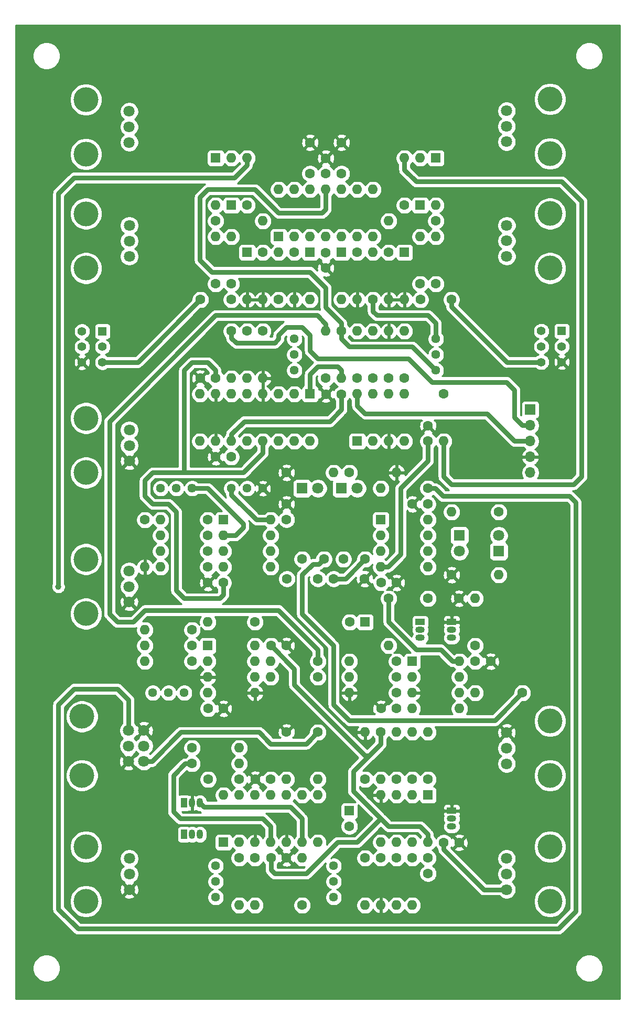
<source format=gbr>
G04 #@! TF.GenerationSoftware,KiCad,Pcbnew,(5.1.5)-3*
G04 #@! TF.CreationDate,2021-04-20T16:07:23+02:00*
G04 #@! TF.ProjectId,AnalogDrum_Snare,416e616c-6f67-4447-9275-6d5f536e6172,rev?*
G04 #@! TF.SameCoordinates,Original*
G04 #@! TF.FileFunction,Copper,L1,Top*
G04 #@! TF.FilePolarity,Positive*
%FSLAX46Y46*%
G04 Gerber Fmt 4.6, Leading zero omitted, Abs format (unit mm)*
G04 Created by KiCad (PCBNEW (5.1.5)-3) date 2021-04-20 16:07:23*
%MOMM*%
%LPD*%
G04 APERTURE LIST*
%ADD10C,4.000000*%
%ADD11C,1.800000*%
%ADD12C,1.600000*%
%ADD13C,1.440000*%
%ADD14O,1.600000X1.600000*%
%ADD15R,1.600000X1.600000*%
%ADD16C,1.400000*%
%ADD17R,1.400000X1.400000*%
%ADD18R,1.500000X1.050000*%
%ADD19O,1.500000X1.050000*%
%ADD20R,1.050000X1.500000*%
%ADD21O,1.050000X1.500000*%
%ADD22O,1.700000X1.700000*%
%ADD23R,1.700000X1.700000*%
%ADD24R,1.800000X1.800000*%
%ADD25C,1.000000*%
%ADD26C,0.750000*%
%ADD27C,0.254000*%
G04 APERTURE END LIST*
D10*
X132080000Y-146685000D03*
X132080000Y-137885000D03*
D11*
X125080000Y-144785000D03*
X125080000Y-142285000D03*
X125080000Y-139785000D03*
D10*
X56515000Y-137160000D03*
X56515000Y-146660000D03*
D11*
X66515000Y-139410000D03*
X66515000Y-141910000D03*
X66515000Y-144410000D03*
X64015000Y-139410000D03*
X64015000Y-141910000D03*
X64015000Y-144410000D03*
D10*
X132095000Y-64765000D03*
X132095000Y-55965000D03*
D11*
X125095000Y-62865000D03*
X125095000Y-60365000D03*
X125095000Y-57865000D03*
D10*
X132080000Y-46265000D03*
X132080000Y-37465000D03*
D11*
X125080000Y-44365000D03*
X125080000Y-41865000D03*
X125080000Y-39365000D03*
D10*
X57150000Y-55970000D03*
X57150000Y-64770000D03*
D11*
X64150000Y-57870000D03*
X64150000Y-60370000D03*
X64150000Y-62870000D03*
D10*
X57135000Y-37555000D03*
X57135000Y-46355000D03*
D11*
X64135000Y-39455000D03*
X64135000Y-41955000D03*
X64135000Y-44455000D03*
D10*
X132080000Y-167005000D03*
X132080000Y-158205000D03*
D11*
X125080000Y-165105000D03*
X125080000Y-162605000D03*
X125080000Y-160105000D03*
D10*
X57150000Y-158205000D03*
X57150000Y-167005000D03*
D11*
X64150000Y-160105000D03*
X64150000Y-162605000D03*
X64150000Y-165105000D03*
D10*
X57135000Y-111765000D03*
X57135000Y-120565000D03*
D11*
X64135000Y-113665000D03*
X64135000Y-116165000D03*
X64135000Y-118665000D03*
D10*
X57150000Y-88990000D03*
X57150000Y-97790000D03*
D11*
X64150000Y-90890000D03*
X64150000Y-93390000D03*
X64150000Y-95890000D03*
D12*
X98425000Y-44490000D03*
X98425000Y-49490000D03*
X116165000Y-69850000D03*
X111165000Y-69850000D03*
X93345000Y-44490000D03*
X93345000Y-49490000D03*
X75645000Y-69850000D03*
X80645000Y-69850000D03*
X76875000Y-147320000D03*
X81875000Y-147320000D03*
X102155000Y-114935000D03*
X97155000Y-114935000D03*
X94615000Y-114935000D03*
X89615000Y-114935000D03*
X117395000Y-118110000D03*
X112395000Y-118110000D03*
D13*
X74295000Y-100330000D03*
X71755000Y-100330000D03*
X69215000Y-100330000D03*
D14*
X112395000Y-105410000D03*
X104775000Y-113030000D03*
X112395000Y-107950000D03*
X104775000Y-110490000D03*
X112395000Y-110490000D03*
X104775000Y-107950000D03*
X112395000Y-113030000D03*
D15*
X104775000Y-105410000D03*
D14*
X84455000Y-125730000D03*
X76835000Y-133350000D03*
X84455000Y-128270000D03*
X76835000Y-130810000D03*
X84455000Y-130810000D03*
X76835000Y-128270000D03*
X84455000Y-133350000D03*
D15*
X76835000Y-125730000D03*
D14*
X88265000Y-52070000D03*
X103505000Y-59690000D03*
X90805000Y-52070000D03*
X100965000Y-59690000D03*
X93345000Y-52070000D03*
X98425000Y-59690000D03*
X95885000Y-52070000D03*
X95885000Y-59690000D03*
X98425000Y-52070000D03*
X93345000Y-59690000D03*
X100965000Y-52070000D03*
X90805000Y-59690000D03*
X103505000Y-52070000D03*
D15*
X88265000Y-59690000D03*
D14*
X112395000Y-157480000D03*
X104775000Y-149860000D03*
X109855000Y-157480000D03*
X107315000Y-149860000D03*
X107315000Y-157480000D03*
X109855000Y-149860000D03*
X104775000Y-157480000D03*
D15*
X112395000Y-149860000D03*
D14*
X79375000Y-149860000D03*
X94615000Y-157480000D03*
X81915000Y-149860000D03*
X92075000Y-157480000D03*
X84455000Y-149860000D03*
X89535000Y-157480000D03*
X86995000Y-149860000D03*
X86995000Y-157480000D03*
X89535000Y-149860000D03*
X84455000Y-157480000D03*
X92075000Y-149860000D03*
X81915000Y-157480000D03*
X94615000Y-149860000D03*
D15*
X79375000Y-157480000D03*
D14*
X100965000Y-85090000D03*
X108585000Y-92710000D03*
X103505000Y-85090000D03*
X106045000Y-92710000D03*
X106045000Y-85090000D03*
X103505000Y-92710000D03*
X108585000Y-85090000D03*
D15*
X100965000Y-92710000D03*
D14*
X93345000Y-92710000D03*
X75565000Y-85090000D03*
X90805000Y-92710000D03*
X78105000Y-85090000D03*
X88265000Y-92710000D03*
X80645000Y-85090000D03*
X85725000Y-92710000D03*
X83185000Y-85090000D03*
X83185000Y-92710000D03*
X85725000Y-85090000D03*
X80645000Y-92710000D03*
X88265000Y-85090000D03*
X78105000Y-92710000D03*
X90805000Y-85090000D03*
X75565000Y-92710000D03*
D15*
X93345000Y-85090000D03*
D14*
X86995000Y-105410000D03*
X79375000Y-113030000D03*
X86995000Y-107950000D03*
X79375000Y-110490000D03*
X86995000Y-110490000D03*
X79375000Y-107950000D03*
X86995000Y-113030000D03*
D15*
X79375000Y-105410000D03*
D14*
X117475000Y-128270000D03*
X109855000Y-135890000D03*
X117475000Y-130810000D03*
X109855000Y-133350000D03*
X117475000Y-133350000D03*
X109855000Y-130810000D03*
X117475000Y-135890000D03*
D15*
X109855000Y-128270000D03*
D16*
X130685000Y-79930000D03*
X130685000Y-77430000D03*
X130685000Y-74930000D03*
X133985000Y-79930000D03*
X133985000Y-77430000D03*
D17*
X133985000Y-74930000D03*
D16*
X56515000Y-79970000D03*
X56515000Y-77470000D03*
X56515000Y-74970000D03*
X59815000Y-79970000D03*
X59815000Y-77470000D03*
D17*
X59815000Y-74970000D03*
D13*
X73025000Y-133350000D03*
X70485000Y-133350000D03*
X67945000Y-133350000D03*
X97155000Y-161290000D03*
X97155000Y-163830000D03*
X97155000Y-166370000D03*
X78105000Y-166370000D03*
X78105000Y-163830000D03*
X78105000Y-161290000D03*
X90805000Y-76200000D03*
X90805000Y-78740000D03*
X90805000Y-81280000D03*
X113665000Y-81280000D03*
X113665000Y-78740000D03*
X113665000Y-76200000D03*
X85725000Y-100330000D03*
X83185000Y-100330000D03*
X80645000Y-100330000D03*
D14*
X86995000Y-128270000D03*
D12*
X94615000Y-128270000D03*
D14*
X76835000Y-121920000D03*
D12*
X84455000Y-121920000D03*
D14*
X66675000Y-128270000D03*
D12*
X74295000Y-128270000D03*
D14*
X86995000Y-130810000D03*
D12*
X94615000Y-130810000D03*
D14*
X66675000Y-123190000D03*
D12*
X74295000Y-123190000D03*
D14*
X66675000Y-125730000D03*
D12*
X74295000Y-125730000D03*
D14*
X106045000Y-69850000D03*
D12*
X106045000Y-62230000D03*
D14*
X100965000Y-69850000D03*
D12*
X100965000Y-62230000D03*
D14*
X113665000Y-59690000D03*
D12*
X113665000Y-67310000D03*
D14*
X108585000Y-46990000D03*
D12*
X108585000Y-54610000D03*
D14*
X106045000Y-57150000D03*
D12*
X113665000Y-57150000D03*
D14*
X111125000Y-59690000D03*
D12*
X111125000Y-67310000D03*
D14*
X103505000Y-62230000D03*
D12*
X103505000Y-69850000D03*
D14*
X85725000Y-69850000D03*
D12*
X85725000Y-62230000D03*
D14*
X90805000Y-69850000D03*
D12*
X90805000Y-62230000D03*
D14*
X78105000Y-59690000D03*
D12*
X78105000Y-67310000D03*
D14*
X83185000Y-46990000D03*
D12*
X83185000Y-54610000D03*
D14*
X85725000Y-57150000D03*
D12*
X78105000Y-57150000D03*
D14*
X80645000Y-59690000D03*
D12*
X80645000Y-67310000D03*
D14*
X88265000Y-62230000D03*
D12*
X88265000Y-69850000D03*
D14*
X112395000Y-139700000D03*
D12*
X112395000Y-147320000D03*
D14*
X109855000Y-139700000D03*
D12*
X109855000Y-147320000D03*
D14*
X81915000Y-142240000D03*
D12*
X74295000Y-142240000D03*
D14*
X102235000Y-139700000D03*
D12*
X102235000Y-147320000D03*
D14*
X109855000Y-167640000D03*
D12*
X109855000Y-160020000D03*
D14*
X104775000Y-167640000D03*
D12*
X104775000Y-160020000D03*
D14*
X107315000Y-139700000D03*
D12*
X107315000Y-147320000D03*
D14*
X102235000Y-167640000D03*
D12*
X102235000Y-160020000D03*
D14*
X84455000Y-167640000D03*
D12*
X84455000Y-160020000D03*
D14*
X89535000Y-147320000D03*
D12*
X89535000Y-139700000D03*
D14*
X94615000Y-147320000D03*
D12*
X94615000Y-139700000D03*
D14*
X107315000Y-167640000D03*
D12*
X107315000Y-160020000D03*
D14*
X92075000Y-160020000D03*
D12*
X92075000Y-167640000D03*
D14*
X81915000Y-144780000D03*
D12*
X74295000Y-144780000D03*
D14*
X81915000Y-167640000D03*
D12*
X81915000Y-160020000D03*
D14*
X104775000Y-147320000D03*
D12*
X104775000Y-139700000D03*
D14*
X85725000Y-82550000D03*
D12*
X85725000Y-74930000D03*
D14*
X80645000Y-82550000D03*
D12*
X80645000Y-74930000D03*
D14*
X95885000Y-74930000D03*
D12*
X95885000Y-82550000D03*
D14*
X83185000Y-82550000D03*
D12*
X83185000Y-74930000D03*
D14*
X106045000Y-74930000D03*
D12*
X106045000Y-82550000D03*
D14*
X103505000Y-74930000D03*
D12*
X103505000Y-82550000D03*
D14*
X98425000Y-82550000D03*
D12*
X98425000Y-74930000D03*
D14*
X100965000Y-74930000D03*
D12*
X100965000Y-82550000D03*
D14*
X114935000Y-92710000D03*
D12*
X114935000Y-85090000D03*
D14*
X108585000Y-74930000D03*
D12*
X108585000Y-82550000D03*
D14*
X123825000Y-114300000D03*
D12*
X116205000Y-114300000D03*
D14*
X116205000Y-104140000D03*
D12*
X123825000Y-104140000D03*
D14*
X104775000Y-100330000D03*
D12*
X112395000Y-100330000D03*
D14*
X97155000Y-97790000D03*
D12*
X89535000Y-97790000D03*
D14*
X107315000Y-97790000D03*
D12*
X99695000Y-97790000D03*
D14*
X69215000Y-105410000D03*
D12*
X76835000Y-105410000D03*
D14*
X66675000Y-113030000D03*
D12*
X66675000Y-105410000D03*
D14*
X69215000Y-110490000D03*
D12*
X76835000Y-110490000D03*
D14*
X69215000Y-113030000D03*
D12*
X76835000Y-113030000D03*
D14*
X69215000Y-107950000D03*
D12*
X76835000Y-107950000D03*
D14*
X99695000Y-133350000D03*
D12*
X107315000Y-133350000D03*
D14*
X99695000Y-130810000D03*
D12*
X107315000Y-130810000D03*
D14*
X120015000Y-118110000D03*
D12*
X120015000Y-125730000D03*
D14*
X120015000Y-133350000D03*
D12*
X127635000Y-133350000D03*
D14*
X106045000Y-125730000D03*
D12*
X106045000Y-118110000D03*
D14*
X99695000Y-128270000D03*
D12*
X107315000Y-128270000D03*
D18*
X116205000Y-152400000D03*
D19*
X116205000Y-154940000D03*
X116205000Y-153670000D03*
D20*
X73025000Y-151130000D03*
D21*
X75565000Y-151130000D03*
X74295000Y-151130000D03*
D20*
X73025000Y-156210000D03*
D21*
X75565000Y-156210000D03*
X74295000Y-156210000D03*
D18*
X116205000Y-121920000D03*
D19*
X116205000Y-124460000D03*
X116205000Y-123190000D03*
D18*
X111125000Y-121920000D03*
D19*
X111125000Y-124460000D03*
X111125000Y-123190000D03*
D12*
X102235000Y-111760000D03*
X98735000Y-111760000D03*
X95575000Y-111760000D03*
X92075000Y-111760000D03*
D22*
X128905000Y-97790000D03*
X128905000Y-95250000D03*
X128905000Y-92710000D03*
X128905000Y-90170000D03*
D23*
X128905000Y-87630000D03*
D14*
X108585000Y-69850000D03*
D15*
X108585000Y-62230000D03*
D14*
X111125000Y-46990000D03*
D15*
X111125000Y-54610000D03*
D14*
X98425000Y-69850000D03*
D15*
X98425000Y-62230000D03*
D14*
X113665000Y-54610000D03*
D15*
X113665000Y-46990000D03*
D14*
X83185000Y-69850000D03*
D15*
X83185000Y-62230000D03*
D14*
X80645000Y-46990000D03*
D15*
X80645000Y-54610000D03*
D14*
X93345000Y-69850000D03*
D15*
X93345000Y-62230000D03*
D14*
X78105000Y-54610000D03*
D15*
X78105000Y-46990000D03*
D11*
X123825000Y-107950000D03*
D24*
X123825000Y-110490000D03*
D11*
X117475000Y-110490000D03*
D24*
X117475000Y-107950000D03*
D11*
X94615000Y-100330000D03*
D24*
X92075000Y-100330000D03*
D11*
X100965000Y-100330000D03*
D24*
X98425000Y-100330000D03*
D12*
X99695000Y-154900000D03*
D15*
X99695000Y-152400000D03*
D12*
X99735000Y-121920000D03*
D15*
X102235000Y-121920000D03*
D12*
X76875000Y-135890000D03*
X79375000Y-135890000D03*
X89535000Y-125730000D03*
X87035000Y-125730000D03*
X95885000Y-49530000D03*
X95885000Y-47030000D03*
X95885000Y-64770000D03*
X95885000Y-62270000D03*
X86995000Y-147320000D03*
X84495000Y-147320000D03*
X89535000Y-160020000D03*
X87035000Y-160020000D03*
X117435000Y-157520000D03*
X114935000Y-157520000D03*
X112395000Y-92710000D03*
X112395000Y-90210000D03*
X78105000Y-82550000D03*
X75605000Y-82550000D03*
X95925000Y-85130000D03*
X98425000Y-85130000D03*
X78105000Y-95250000D03*
X80605000Y-95250000D03*
X104815000Y-115570000D03*
X107315000Y-115570000D03*
X79335000Y-115570000D03*
X76835000Y-115570000D03*
X89535000Y-102870000D03*
X89535000Y-105370000D03*
X109855000Y-102870000D03*
X112355000Y-102870000D03*
X107315000Y-135890000D03*
X104815000Y-135890000D03*
X122515000Y-128270000D03*
X120015000Y-128270000D03*
X112395000Y-160020000D03*
X112395000Y-162520000D03*
D25*
X46990000Y-26670000D03*
X57150000Y-26670000D03*
X67310000Y-26670000D03*
X77470000Y-26670000D03*
X87630000Y-26670000D03*
X97790000Y-26670000D03*
X107950000Y-26670000D03*
X118110000Y-26670000D03*
X128270000Y-26670000D03*
X142240000Y-26670000D03*
X46990000Y-36830000D03*
X46990000Y-46990000D03*
X46990000Y-57150000D03*
X46990000Y-67310000D03*
X46990000Y-77470000D03*
X46990000Y-87630000D03*
X46990000Y-97790000D03*
X46990000Y-107950000D03*
X46990000Y-118110000D03*
X46990000Y-128270000D03*
X46990000Y-138430000D03*
X46990000Y-148590000D03*
X46990000Y-158750000D03*
X46990000Y-168910000D03*
X46990000Y-181610000D03*
X57150000Y-181610000D03*
X67310000Y-181610000D03*
X77470000Y-181610000D03*
X87630000Y-181610000D03*
X97790000Y-181610000D03*
X107950000Y-181610000D03*
X118110000Y-181610000D03*
X128270000Y-181610000D03*
X142240000Y-181610000D03*
X142240000Y-36830000D03*
X142240000Y-46990000D03*
X142240000Y-57150000D03*
X142240000Y-67310000D03*
X142240000Y-77470000D03*
X142240000Y-87630000D03*
X142240000Y-97790000D03*
X142240000Y-107950000D03*
X142240000Y-118110000D03*
X142240000Y-128270000D03*
X142240000Y-138430000D03*
X142240000Y-148590000D03*
X142240000Y-158750000D03*
X142240000Y-168910000D03*
X52705000Y-116205000D03*
D26*
X84706767Y-105410000D02*
X85863630Y-105410000D01*
X80645000Y-101348233D02*
X84706767Y-105410000D01*
X85863630Y-105410000D02*
X86995000Y-105410000D01*
X80645000Y-100330000D02*
X80645000Y-101348233D01*
X73163630Y-144780000D02*
X71258630Y-146685000D01*
X74295000Y-144780000D02*
X73163630Y-144780000D01*
X71258630Y-146685000D02*
X71258630Y-152538630D01*
X71258630Y-152538630D02*
X72390000Y-153670000D01*
X72390000Y-153670000D02*
X85725000Y-153670000D01*
X86995000Y-154940000D02*
X86995000Y-157480000D01*
X85725000Y-153670000D02*
X86995000Y-154940000D01*
X113665000Y-73660000D02*
X113665000Y-76200000D01*
X104140000Y-72390000D02*
X112395000Y-72390000D01*
X103505000Y-69850000D02*
X103505000Y-71755000D01*
X112395000Y-72390000D02*
X113665000Y-73660000D01*
X103505000Y-71755000D02*
X104140000Y-72390000D01*
X112395000Y-156210000D02*
X112395000Y-157480000D01*
X111125000Y-154940000D02*
X112395000Y-156210000D01*
X104775000Y-139700000D02*
X104775000Y-141605000D01*
X106045000Y-154940000D02*
X111125000Y-154940000D01*
X100330000Y-146050000D02*
X100330000Y-149225000D01*
X87035000Y-160020000D02*
X87035000Y-161965000D01*
X87035000Y-161965000D02*
X87630000Y-162560000D01*
X87630000Y-162560000D02*
X92710000Y-162560000D01*
X92710000Y-162560000D02*
X97790000Y-157480000D01*
X100965000Y-157480000D02*
X104775000Y-153670000D01*
X97790000Y-157480000D02*
X100965000Y-157480000D01*
X100330000Y-149225000D02*
X104775000Y-153670000D01*
X104775000Y-153670000D02*
X106045000Y-154940000D01*
X80645000Y-91578630D02*
X82688630Y-89535000D01*
X80645000Y-92710000D02*
X80645000Y-91578630D01*
X82688630Y-89535000D02*
X96520000Y-89535000D01*
X96520000Y-89535000D02*
X98425000Y-87630000D01*
X98425000Y-87630000D02*
X98425000Y-85130000D01*
X87035000Y-125730000D02*
X90805000Y-129500000D01*
X90805000Y-129500000D02*
X90805000Y-132080000D01*
X90805000Y-132080000D02*
X102235000Y-143510000D01*
X102235000Y-143510000D02*
X102870000Y-143510000D01*
X104775000Y-141605000D02*
X102870000Y-143510000D01*
X102870000Y-143510000D02*
X100330000Y-146050000D01*
X116343630Y-128270000D02*
X114438630Y-126365000D01*
X117475000Y-128270000D02*
X116343630Y-128270000D01*
X114438630Y-126365000D02*
X110490000Y-126365000D01*
X106045000Y-121920000D02*
X106045000Y-118110000D01*
X110490000Y-126365000D02*
X106045000Y-121920000D01*
X121920000Y-88265000D02*
X126365000Y-92710000D01*
X102235000Y-88265000D02*
X121920000Y-88265000D01*
X100965000Y-85090000D02*
X100965000Y-86995000D01*
X126365000Y-92710000D02*
X128905000Y-92710000D01*
X100965000Y-86995000D02*
X102235000Y-88265000D01*
X114935000Y-157520000D02*
X114935000Y-158651370D01*
X121388630Y-165105000D02*
X125080000Y-165105000D01*
X114935000Y-158651370D02*
X121388630Y-165105000D01*
X99695000Y-77470000D02*
X98425000Y-76200000D01*
X113665000Y-81280000D02*
X109855000Y-77470000D01*
X98425000Y-76200000D02*
X98425000Y-74930000D01*
X109855000Y-77470000D02*
X99695000Y-77470000D01*
X85725000Y-94615000D02*
X85725000Y-92710000D01*
X82550000Y-97790000D02*
X85725000Y-94615000D01*
X95885000Y-71120000D02*
X98425000Y-73660000D01*
X93345000Y-65405000D02*
X95885000Y-67945000D01*
X98425000Y-73660000D02*
X98425000Y-74930000D01*
X77470000Y-65405000D02*
X93345000Y-65405000D01*
X84455000Y-52070000D02*
X76835000Y-52070000D01*
X95250000Y-55880000D02*
X88265000Y-55880000D01*
X95885000Y-55245000D02*
X95250000Y-55880000D01*
X88265000Y-55880000D02*
X84455000Y-52070000D01*
X95885000Y-52070000D02*
X95885000Y-55245000D01*
X76835000Y-52070000D02*
X75565000Y-53340000D01*
X75565000Y-53340000D02*
X75565000Y-63500000D01*
X95885000Y-67945000D02*
X95885000Y-71120000D01*
X75565000Y-63500000D02*
X77470000Y-65405000D01*
X76200000Y-97790000D02*
X82550000Y-97790000D01*
X105906370Y-113030000D02*
X107950000Y-110986370D01*
X104775000Y-113030000D02*
X105906370Y-113030000D01*
X107950000Y-110986370D02*
X107950000Y-100330000D01*
X112395000Y-95885000D02*
X112395000Y-92710000D01*
X107950000Y-100330000D02*
X112395000Y-95885000D01*
X79335000Y-115570000D02*
X79335000Y-117515000D01*
X79335000Y-117515000D02*
X78740000Y-118110000D01*
X78740000Y-118110000D02*
X73025000Y-118110000D01*
X73025000Y-118110000D02*
X71755000Y-116840000D01*
X71755000Y-116840000D02*
X71755000Y-104140000D01*
X71755000Y-104140000D02*
X70485000Y-102870000D01*
X70485000Y-102870000D02*
X67945000Y-102870000D01*
X67945000Y-102870000D02*
X66675000Y-101600000D01*
X66675000Y-101600000D02*
X66675000Y-99060000D01*
X67945000Y-97790000D02*
X76200000Y-97790000D01*
X66675000Y-99060000D02*
X67945000Y-97790000D01*
X78105000Y-81280000D02*
X76835000Y-80010000D01*
X76835000Y-80010000D02*
X74295000Y-80010000D01*
X73025000Y-81280000D02*
X73025000Y-94615000D01*
X78105000Y-82550000D02*
X78105000Y-81280000D01*
X73025000Y-94615000D02*
X73025000Y-97790000D01*
X74295000Y-80010000D02*
X73025000Y-81280000D01*
X99060000Y-114935000D02*
X102235000Y-111760000D01*
X97155000Y-114935000D02*
X99060000Y-114935000D01*
X65525000Y-79970000D02*
X75645000Y-69850000D01*
X59815000Y-79970000D02*
X65525000Y-79970000D01*
X129695051Y-79930000D02*
X130685000Y-79930000D01*
X125113630Y-79930000D02*
X129695051Y-79930000D01*
X116165000Y-70981370D02*
X125113630Y-79930000D01*
X116165000Y-69850000D02*
X116165000Y-70981370D01*
X125095000Y-83185000D02*
X126365000Y-84455000D01*
X113030000Y-83185000D02*
X125095000Y-83185000D01*
X109220000Y-79375000D02*
X113030000Y-83185000D01*
X89535000Y-74295000D02*
X92075000Y-74295000D01*
X87630000Y-76835000D02*
X88265000Y-76200000D01*
X126365000Y-88900000D02*
X127635000Y-90170000D01*
X81418630Y-76835000D02*
X87630000Y-76835000D01*
X88265000Y-76200000D02*
X88265000Y-75565000D01*
X80645000Y-74930000D02*
X80645000Y-76061370D01*
X126365000Y-84455000D02*
X126365000Y-88900000D01*
X80645000Y-76061370D02*
X81418630Y-76835000D01*
X88265000Y-75565000D02*
X89535000Y-74295000D01*
X92075000Y-74295000D02*
X93345000Y-75565000D01*
X93345000Y-75565000D02*
X93345000Y-78105000D01*
X127635000Y-90170000D02*
X128905000Y-90170000D01*
X93345000Y-78105000D02*
X94615000Y-79375000D01*
X94615000Y-79375000D02*
X109220000Y-79375000D01*
X123190000Y-137795000D02*
X127635000Y-133350000D01*
X99695000Y-137795000D02*
X123190000Y-137795000D01*
X97155000Y-135255000D02*
X99695000Y-137795000D01*
X97155000Y-125730000D02*
X97155000Y-135255000D01*
X94775001Y-112559999D02*
X93815001Y-112559999D01*
X95575000Y-111760000D02*
X94775001Y-112559999D01*
X92075000Y-120650000D02*
X97155000Y-125730000D01*
X93815001Y-112559999D02*
X92075000Y-114300000D01*
X92075000Y-114300000D02*
X92075000Y-120650000D01*
X92075000Y-154940000D02*
X92075000Y-157480000D01*
X92075000Y-153670000D02*
X92075000Y-154940000D01*
X90170000Y-151765000D02*
X92075000Y-153670000D01*
X75565000Y-151130000D02*
X76200000Y-151765000D01*
X76200000Y-151765000D02*
X90170000Y-151765000D01*
X79375000Y-107950000D02*
X81280000Y-107950000D01*
X81280000Y-107950000D02*
X82550000Y-106680000D01*
X82550000Y-106680000D02*
X82550000Y-106045000D01*
X82550000Y-106045000D02*
X76835000Y-100330000D01*
X76835000Y-100330000D02*
X74295000Y-100330000D01*
X64015000Y-134500000D02*
X64015000Y-139410000D01*
X114796370Y-101600000D02*
X135255000Y-101600000D01*
X112395000Y-100330000D02*
X113526370Y-100330000D01*
X62230000Y-132715000D02*
X64015000Y-134500000D01*
X113526370Y-100330000D02*
X114796370Y-101600000D01*
X136254999Y-168639999D02*
X133444998Y-171450000D01*
X135255000Y-101600000D02*
X136254999Y-102599999D01*
X133444998Y-171450000D02*
X55880000Y-171450000D01*
X55880000Y-171450000D02*
X52705000Y-168275000D01*
X52705000Y-168275000D02*
X52705000Y-135255000D01*
X136254999Y-102599999D02*
X136254999Y-168639999D01*
X52705000Y-135255000D02*
X55245000Y-132715000D01*
X55245000Y-132715000D02*
X62230000Y-132715000D01*
X110490000Y-50800000D02*
X108585000Y-48895000D01*
X133985000Y-50800000D02*
X110490000Y-50800000D01*
X137160000Y-53975000D02*
X133985000Y-50800000D01*
X114935000Y-98425000D02*
X116205000Y-99695000D01*
X116205000Y-99695000D02*
X135890000Y-99695000D01*
X114935000Y-92710000D02*
X114935000Y-98425000D01*
X135890000Y-99695000D02*
X137160000Y-98425000D01*
X108585000Y-48895000D02*
X108585000Y-46990000D01*
X137160000Y-98425000D02*
X137160000Y-53975000D01*
X93345000Y-85090000D02*
X93345000Y-81915000D01*
X93345000Y-81915000D02*
X94615000Y-80645000D01*
X94615000Y-80645000D02*
X97790000Y-80645000D01*
X98425000Y-81280000D02*
X98425000Y-82550000D01*
X97790000Y-80645000D02*
X98425000Y-81280000D01*
X94615000Y-126365000D02*
X94615000Y-128270000D01*
X88265000Y-120015000D02*
X94615000Y-126365000D01*
X95885000Y-73798630D02*
X94476370Y-72390000D01*
X95885000Y-74930000D02*
X95885000Y-73798630D01*
X94476370Y-72390000D02*
X78105000Y-72390000D01*
X66675000Y-120015000D02*
X64770000Y-121920000D01*
X66675000Y-120015000D02*
X88265000Y-120015000D01*
X64770000Y-121920000D02*
X62230000Y-121920000D01*
X62230000Y-121920000D02*
X60960000Y-120650000D01*
X60960000Y-120650000D02*
X60960000Y-102870000D01*
X60960000Y-102870000D02*
X60960000Y-89535000D01*
X78105000Y-72390000D02*
X60960000Y-89535000D01*
X67787792Y-144410000D02*
X72497792Y-139700000D01*
X66515000Y-144410000D02*
X67787792Y-144410000D01*
X72497792Y-139700000D02*
X85090000Y-139700000D01*
X85090000Y-139700000D02*
X86995000Y-141605000D01*
X92710000Y-141605000D02*
X94615000Y-139700000D01*
X86995000Y-141605000D02*
X92710000Y-141605000D01*
X55245000Y-50165000D02*
X52705000Y-52705000D01*
X83185000Y-48121370D02*
X81141370Y-50165000D01*
X83185000Y-46990000D02*
X83185000Y-48121370D01*
X81141370Y-50165000D02*
X55245000Y-50165000D01*
X52705000Y-52705000D02*
X52705000Y-102235000D01*
X52705000Y-102235000D02*
X52705000Y-116205000D01*
X52705000Y-116205000D02*
X52705000Y-116205000D01*
D27*
G36*
X143383000Y-182753000D02*
G01*
X45847000Y-182753000D01*
X45847000Y-177579872D01*
X48565000Y-177579872D01*
X48565000Y-178020128D01*
X48650890Y-178451925D01*
X48819369Y-178858669D01*
X49063962Y-179224729D01*
X49375271Y-179536038D01*
X49741331Y-179780631D01*
X50148075Y-179949110D01*
X50579872Y-180035000D01*
X51020128Y-180035000D01*
X51451925Y-179949110D01*
X51858669Y-179780631D01*
X52224729Y-179536038D01*
X52536038Y-179224729D01*
X52780631Y-178858669D01*
X52949110Y-178451925D01*
X53035000Y-178020128D01*
X53035000Y-177579872D01*
X136195000Y-177579872D01*
X136195000Y-178020128D01*
X136280890Y-178451925D01*
X136449369Y-178858669D01*
X136693962Y-179224729D01*
X137005271Y-179536038D01*
X137371331Y-179780631D01*
X137778075Y-179949110D01*
X138209872Y-180035000D01*
X138650128Y-180035000D01*
X139081925Y-179949110D01*
X139488669Y-179780631D01*
X139854729Y-179536038D01*
X140166038Y-179224729D01*
X140410631Y-178858669D01*
X140579110Y-178451925D01*
X140665000Y-178020128D01*
X140665000Y-177579872D01*
X140579110Y-177148075D01*
X140410631Y-176741331D01*
X140166038Y-176375271D01*
X139854729Y-176063962D01*
X139488669Y-175819369D01*
X139081925Y-175650890D01*
X138650128Y-175565000D01*
X138209872Y-175565000D01*
X137778075Y-175650890D01*
X137371331Y-175819369D01*
X137005271Y-176063962D01*
X136693962Y-176375271D01*
X136449369Y-176741331D01*
X136280890Y-177148075D01*
X136195000Y-177579872D01*
X53035000Y-177579872D01*
X52949110Y-177148075D01*
X52780631Y-176741331D01*
X52536038Y-176375271D01*
X52224729Y-176063962D01*
X51858669Y-175819369D01*
X51451925Y-175650890D01*
X51020128Y-175565000D01*
X50579872Y-175565000D01*
X50148075Y-175650890D01*
X49741331Y-175819369D01*
X49375271Y-176063962D01*
X49063962Y-176375271D01*
X48819369Y-176741331D01*
X48650890Y-177148075D01*
X48565000Y-177579872D01*
X45847000Y-177579872D01*
X45847000Y-135255000D01*
X51690114Y-135255000D01*
X51695001Y-135304618D01*
X51695000Y-168225392D01*
X51690114Y-168275000D01*
X51695000Y-168324607D01*
X51709615Y-168472993D01*
X51767368Y-168663379D01*
X51861153Y-168838840D01*
X51987367Y-168992633D01*
X52025906Y-169024261D01*
X55130739Y-172129094D01*
X55162367Y-172167633D01*
X55316160Y-172293847D01*
X55491620Y-172387632D01*
X55682006Y-172445385D01*
X55830392Y-172460000D01*
X55830394Y-172460000D01*
X55879999Y-172464886D01*
X55929604Y-172460000D01*
X133395390Y-172460000D01*
X133444998Y-172464886D01*
X133642992Y-172445385D01*
X133642995Y-172445384D01*
X133833378Y-172387632D01*
X134008838Y-172293847D01*
X134162631Y-172167633D01*
X134194259Y-172129094D01*
X136934099Y-169389255D01*
X136972632Y-169357632D01*
X137098846Y-169203839D01*
X137192631Y-169028379D01*
X137250384Y-168837993D01*
X137264999Y-168689607D01*
X137269885Y-168639999D01*
X137264999Y-168590391D01*
X137264999Y-102649603D01*
X137269885Y-102599998D01*
X137261993Y-102519870D01*
X137250384Y-102402005D01*
X137192631Y-102211619D01*
X137098846Y-102036159D01*
X136972632Y-101882366D01*
X136934093Y-101850738D01*
X136004261Y-100920906D01*
X135972633Y-100882367D01*
X135818840Y-100756153D01*
X135723139Y-100705000D01*
X135840392Y-100705000D01*
X135890000Y-100709886D01*
X136087994Y-100690385D01*
X136163432Y-100667501D01*
X136278380Y-100632632D01*
X136453840Y-100538847D01*
X136607633Y-100412633D01*
X136639261Y-100374094D01*
X137839094Y-99174261D01*
X137877633Y-99142633D01*
X138003847Y-98988840D01*
X138097632Y-98813380D01*
X138155385Y-98622994D01*
X138170000Y-98474608D01*
X138170000Y-98474606D01*
X138174886Y-98425001D01*
X138170000Y-98375396D01*
X138170000Y-54024604D01*
X138174886Y-53974999D01*
X138167877Y-53903840D01*
X138155385Y-53777006D01*
X138097632Y-53586620D01*
X138003847Y-53411160D01*
X137877633Y-53257367D01*
X137839094Y-53225739D01*
X134734261Y-50120906D01*
X134702633Y-50082367D01*
X134548840Y-49956153D01*
X134373380Y-49862368D01*
X134182994Y-49804615D01*
X134034608Y-49790000D01*
X133985000Y-49785114D01*
X133935392Y-49790000D01*
X110908356Y-49790000D01*
X109595000Y-48476645D01*
X109595000Y-48009396D01*
X109699637Y-47904759D01*
X109855000Y-47672241D01*
X110010363Y-47904759D01*
X110210241Y-48104637D01*
X110445273Y-48261680D01*
X110706426Y-48369853D01*
X110983665Y-48425000D01*
X111266335Y-48425000D01*
X111543574Y-48369853D01*
X111804727Y-48261680D01*
X112039759Y-48104637D01*
X112238357Y-47906039D01*
X112239188Y-47914482D01*
X112275498Y-48034180D01*
X112334463Y-48144494D01*
X112413815Y-48241185D01*
X112510506Y-48320537D01*
X112620820Y-48379502D01*
X112740518Y-48415812D01*
X112865000Y-48428072D01*
X114465000Y-48428072D01*
X114589482Y-48415812D01*
X114709180Y-48379502D01*
X114819494Y-48320537D01*
X114916185Y-48241185D01*
X114995537Y-48144494D01*
X115054502Y-48034180D01*
X115090812Y-47914482D01*
X115103072Y-47790000D01*
X115103072Y-46190000D01*
X115090812Y-46065518D01*
X115072599Y-46005475D01*
X129445000Y-46005475D01*
X129445000Y-46524525D01*
X129546261Y-47033601D01*
X129744893Y-47513141D01*
X130033262Y-47944715D01*
X130400285Y-48311738D01*
X130831859Y-48600107D01*
X131311399Y-48798739D01*
X131820475Y-48900000D01*
X132339525Y-48900000D01*
X132848601Y-48798739D01*
X133328141Y-48600107D01*
X133759715Y-48311738D01*
X134126738Y-47944715D01*
X134415107Y-47513141D01*
X134613739Y-47033601D01*
X134715000Y-46524525D01*
X134715000Y-46005475D01*
X134613739Y-45496399D01*
X134415107Y-45016859D01*
X134126738Y-44585285D01*
X133759715Y-44218262D01*
X133328141Y-43929893D01*
X132848601Y-43731261D01*
X132339525Y-43630000D01*
X131820475Y-43630000D01*
X131311399Y-43731261D01*
X130831859Y-43929893D01*
X130400285Y-44218262D01*
X130033262Y-44585285D01*
X129744893Y-45016859D01*
X129546261Y-45496399D01*
X129445000Y-46005475D01*
X115072599Y-46005475D01*
X115054502Y-45945820D01*
X114995537Y-45835506D01*
X114916185Y-45738815D01*
X114819494Y-45659463D01*
X114709180Y-45600498D01*
X114589482Y-45564188D01*
X114465000Y-45551928D01*
X112865000Y-45551928D01*
X112740518Y-45564188D01*
X112620820Y-45600498D01*
X112510506Y-45659463D01*
X112413815Y-45738815D01*
X112334463Y-45835506D01*
X112275498Y-45945820D01*
X112239188Y-46065518D01*
X112238357Y-46073961D01*
X112039759Y-45875363D01*
X111804727Y-45718320D01*
X111543574Y-45610147D01*
X111266335Y-45555000D01*
X110983665Y-45555000D01*
X110706426Y-45610147D01*
X110445273Y-45718320D01*
X110210241Y-45875363D01*
X110010363Y-46075241D01*
X109855000Y-46307759D01*
X109699637Y-46075241D01*
X109499759Y-45875363D01*
X109264727Y-45718320D01*
X109003574Y-45610147D01*
X108726335Y-45555000D01*
X108443665Y-45555000D01*
X108166426Y-45610147D01*
X107905273Y-45718320D01*
X107670241Y-45875363D01*
X107470363Y-46075241D01*
X107313320Y-46310273D01*
X107205147Y-46571426D01*
X107150000Y-46848665D01*
X107150000Y-47131335D01*
X107205147Y-47408574D01*
X107313320Y-47669727D01*
X107470363Y-47904759D01*
X107575000Y-48009396D01*
X107575000Y-48845392D01*
X107570114Y-48895000D01*
X107589615Y-49092994D01*
X107647368Y-49283379D01*
X107741153Y-49458840D01*
X107867367Y-49612633D01*
X107905906Y-49644261D01*
X109740743Y-51479099D01*
X109772367Y-51517633D01*
X109926160Y-51643847D01*
X110012720Y-51690114D01*
X110101620Y-51737632D01*
X110292005Y-51795385D01*
X110490000Y-51814886D01*
X110539608Y-51810000D01*
X133566645Y-51810000D01*
X136150001Y-54393356D01*
X136150000Y-98006645D01*
X135471645Y-98685000D01*
X130092974Y-98685000D01*
X130220990Y-98493411D01*
X130332932Y-98223158D01*
X130390000Y-97936260D01*
X130390000Y-97643740D01*
X130332932Y-97356842D01*
X130220990Y-97086589D01*
X130058475Y-96843368D01*
X129851632Y-96636525D01*
X129669466Y-96514805D01*
X129786355Y-96445178D01*
X130002588Y-96250269D01*
X130176641Y-96016920D01*
X130301825Y-95754099D01*
X130346476Y-95606890D01*
X130225155Y-95377000D01*
X129032000Y-95377000D01*
X129032000Y-95397000D01*
X128778000Y-95397000D01*
X128778000Y-95377000D01*
X127584845Y-95377000D01*
X127463524Y-95606890D01*
X127508175Y-95754099D01*
X127633359Y-96016920D01*
X127807412Y-96250269D01*
X128023645Y-96445178D01*
X128140534Y-96514805D01*
X127958368Y-96636525D01*
X127751525Y-96843368D01*
X127589010Y-97086589D01*
X127477068Y-97356842D01*
X127420000Y-97643740D01*
X127420000Y-97936260D01*
X127477068Y-98223158D01*
X127589010Y-98493411D01*
X127717026Y-98685000D01*
X116623355Y-98685000D01*
X115945000Y-98006645D01*
X115945000Y-93729396D01*
X116049637Y-93624759D01*
X116206680Y-93389727D01*
X116314853Y-93128574D01*
X116370000Y-92851335D01*
X116370000Y-92568665D01*
X116314853Y-92291426D01*
X116206680Y-92030273D01*
X116049637Y-91795241D01*
X115849759Y-91595363D01*
X115614727Y-91438320D01*
X115353574Y-91330147D01*
X115076335Y-91275000D01*
X114793665Y-91275000D01*
X114516426Y-91330147D01*
X114255273Y-91438320D01*
X114020241Y-91595363D01*
X113820363Y-91795241D01*
X113665000Y-92027759D01*
X113509637Y-91795241D01*
X113309759Y-91595363D01*
X113109131Y-91461308D01*
X113136514Y-91446671D01*
X113208097Y-91202702D01*
X112395000Y-90389605D01*
X111581903Y-91202702D01*
X111653486Y-91446671D01*
X111682341Y-91460324D01*
X111480241Y-91595363D01*
X111280363Y-91795241D01*
X111123320Y-92030273D01*
X111015147Y-92291426D01*
X110960000Y-92568665D01*
X110960000Y-92851335D01*
X111015147Y-93128574D01*
X111123320Y-93389727D01*
X111280363Y-93624759D01*
X111385001Y-93729397D01*
X111385000Y-95466645D01*
X108704422Y-98147223D01*
X108706904Y-98139039D01*
X108584915Y-97917000D01*
X107442000Y-97917000D01*
X107442000Y-99060624D01*
X107664040Y-99181909D01*
X107672914Y-99178731D01*
X107270901Y-99580744D01*
X107232368Y-99612367D01*
X107200745Y-99650900D01*
X107200744Y-99650901D01*
X107106154Y-99766160D01*
X107012368Y-99941621D01*
X106954615Y-100132006D01*
X106935114Y-100330000D01*
X106940001Y-100379618D01*
X106940000Y-110568015D01*
X105631548Y-111876467D01*
X105457241Y-111760000D01*
X105689759Y-111604637D01*
X105889637Y-111404759D01*
X106046680Y-111169727D01*
X106154853Y-110908574D01*
X106210000Y-110631335D01*
X106210000Y-110348665D01*
X106154853Y-110071426D01*
X106046680Y-109810273D01*
X105889637Y-109575241D01*
X105689759Y-109375363D01*
X105457241Y-109220000D01*
X105689759Y-109064637D01*
X105889637Y-108864759D01*
X106046680Y-108629727D01*
X106154853Y-108368574D01*
X106210000Y-108091335D01*
X106210000Y-107808665D01*
X106154853Y-107531426D01*
X106046680Y-107270273D01*
X105889637Y-107035241D01*
X105691039Y-106836643D01*
X105699482Y-106835812D01*
X105819180Y-106799502D01*
X105929494Y-106740537D01*
X106026185Y-106661185D01*
X106105537Y-106564494D01*
X106164502Y-106454180D01*
X106200812Y-106334482D01*
X106213072Y-106210000D01*
X106213072Y-104610000D01*
X106200812Y-104485518D01*
X106164502Y-104365820D01*
X106105537Y-104255506D01*
X106026185Y-104158815D01*
X105929494Y-104079463D01*
X105819180Y-104020498D01*
X105699482Y-103984188D01*
X105575000Y-103971928D01*
X103975000Y-103971928D01*
X103850518Y-103984188D01*
X103730820Y-104020498D01*
X103620506Y-104079463D01*
X103523815Y-104158815D01*
X103444463Y-104255506D01*
X103385498Y-104365820D01*
X103349188Y-104485518D01*
X103336928Y-104610000D01*
X103336928Y-106210000D01*
X103349188Y-106334482D01*
X103385498Y-106454180D01*
X103444463Y-106564494D01*
X103523815Y-106661185D01*
X103620506Y-106740537D01*
X103730820Y-106799502D01*
X103850518Y-106835812D01*
X103858961Y-106836643D01*
X103660363Y-107035241D01*
X103503320Y-107270273D01*
X103395147Y-107531426D01*
X103340000Y-107808665D01*
X103340000Y-108091335D01*
X103395147Y-108368574D01*
X103503320Y-108629727D01*
X103660363Y-108864759D01*
X103860241Y-109064637D01*
X104092759Y-109220000D01*
X103860241Y-109375363D01*
X103660363Y-109575241D01*
X103503320Y-109810273D01*
X103395147Y-110071426D01*
X103340000Y-110348665D01*
X103340000Y-110631335D01*
X103395147Y-110908574D01*
X103400354Y-110921144D01*
X103349637Y-110845241D01*
X103149759Y-110645363D01*
X102914727Y-110488320D01*
X102653574Y-110380147D01*
X102376335Y-110325000D01*
X102093665Y-110325000D01*
X101816426Y-110380147D01*
X101555273Y-110488320D01*
X101320241Y-110645363D01*
X101120363Y-110845241D01*
X100963320Y-111080273D01*
X100855147Y-111341426D01*
X100800000Y-111618665D01*
X100800000Y-111766645D01*
X98641645Y-113925000D01*
X98174396Y-113925000D01*
X98069759Y-113820363D01*
X97834727Y-113663320D01*
X97573574Y-113555147D01*
X97296335Y-113500000D01*
X97013665Y-113500000D01*
X96736426Y-113555147D01*
X96475273Y-113663320D01*
X96240241Y-113820363D01*
X96040363Y-114020241D01*
X95885000Y-114252759D01*
X95729637Y-114020241D01*
X95529759Y-113820363D01*
X95294727Y-113663320D01*
X95033574Y-113555147D01*
X94997458Y-113547963D01*
X95126891Y-113508700D01*
X95163381Y-113497631D01*
X95338841Y-113403846D01*
X95492634Y-113277632D01*
X95524261Y-113239094D01*
X95568355Y-113195000D01*
X95716335Y-113195000D01*
X95993574Y-113139853D01*
X96254727Y-113031680D01*
X96489759Y-112874637D01*
X96689637Y-112674759D01*
X96846680Y-112439727D01*
X96954853Y-112178574D01*
X97010000Y-111901335D01*
X97010000Y-111618665D01*
X97300000Y-111618665D01*
X97300000Y-111901335D01*
X97355147Y-112178574D01*
X97463320Y-112439727D01*
X97620363Y-112674759D01*
X97820241Y-112874637D01*
X98055273Y-113031680D01*
X98316426Y-113139853D01*
X98593665Y-113195000D01*
X98876335Y-113195000D01*
X99153574Y-113139853D01*
X99414727Y-113031680D01*
X99649759Y-112874637D01*
X99849637Y-112674759D01*
X100006680Y-112439727D01*
X100114853Y-112178574D01*
X100170000Y-111901335D01*
X100170000Y-111618665D01*
X100114853Y-111341426D01*
X100006680Y-111080273D01*
X99849637Y-110845241D01*
X99649759Y-110645363D01*
X99414727Y-110488320D01*
X99153574Y-110380147D01*
X98876335Y-110325000D01*
X98593665Y-110325000D01*
X98316426Y-110380147D01*
X98055273Y-110488320D01*
X97820241Y-110645363D01*
X97620363Y-110845241D01*
X97463320Y-111080273D01*
X97355147Y-111341426D01*
X97300000Y-111618665D01*
X97010000Y-111618665D01*
X96954853Y-111341426D01*
X96846680Y-111080273D01*
X96689637Y-110845241D01*
X96489759Y-110645363D01*
X96254727Y-110488320D01*
X95993574Y-110380147D01*
X95716335Y-110325000D01*
X95433665Y-110325000D01*
X95156426Y-110380147D01*
X94895273Y-110488320D01*
X94660241Y-110645363D01*
X94460363Y-110845241D01*
X94303320Y-111080273D01*
X94195147Y-111341426D01*
X94153659Y-111549999D01*
X93864608Y-111549999D01*
X93815000Y-111545113D01*
X93617006Y-111564614D01*
X93505950Y-111598303D01*
X93454853Y-111341426D01*
X93346680Y-111080273D01*
X93189637Y-110845241D01*
X92989759Y-110645363D01*
X92754727Y-110488320D01*
X92493574Y-110380147D01*
X92216335Y-110325000D01*
X91933665Y-110325000D01*
X91656426Y-110380147D01*
X91395273Y-110488320D01*
X91160241Y-110645363D01*
X90960363Y-110845241D01*
X90803320Y-111080273D01*
X90695147Y-111341426D01*
X90640000Y-111618665D01*
X90640000Y-111901335D01*
X90695147Y-112178574D01*
X90803320Y-112439727D01*
X90960363Y-112674759D01*
X91160241Y-112874637D01*
X91395273Y-113031680D01*
X91656426Y-113139853D01*
X91781844Y-113164801D01*
X91395906Y-113550739D01*
X91357367Y-113582367D01*
X91231153Y-113736160D01*
X91151527Y-113885131D01*
X91137368Y-113911621D01*
X91079615Y-114102006D01*
X91060114Y-114300000D01*
X91065000Y-114349608D01*
X91065001Y-120600382D01*
X91060114Y-120650000D01*
X91079615Y-120847994D01*
X91137368Y-121038379D01*
X91197469Y-121150820D01*
X91231154Y-121213840D01*
X91357368Y-121367633D01*
X91395901Y-121399256D01*
X96145000Y-126148356D01*
X96145001Y-135205382D01*
X96140114Y-135255000D01*
X96159615Y-135452994D01*
X96217368Y-135643379D01*
X96217369Y-135643380D01*
X96311154Y-135818840D01*
X96437368Y-135972633D01*
X96475901Y-136004256D01*
X98945744Y-138474100D01*
X98977367Y-138512633D01*
X99131160Y-138638847D01*
X99306620Y-138732632D01*
X99497006Y-138790385D01*
X99645392Y-138805000D01*
X99645394Y-138805000D01*
X99694999Y-138809886D01*
X99744604Y-138805000D01*
X101118769Y-138805000D01*
X101082615Y-138844869D01*
X100937930Y-139086119D01*
X100843091Y-139350960D01*
X100964376Y-139573000D01*
X102108000Y-139573000D01*
X102108000Y-139553000D01*
X102362000Y-139553000D01*
X102362000Y-139573000D01*
X102382000Y-139573000D01*
X102382000Y-139827000D01*
X102362000Y-139827000D01*
X102362000Y-140969915D01*
X102584039Y-141091904D01*
X102718087Y-141051246D01*
X102972420Y-140931037D01*
X103198414Y-140763519D01*
X103387385Y-140555131D01*
X103498933Y-140369135D01*
X103503320Y-140379727D01*
X103660363Y-140614759D01*
X103765001Y-140719397D01*
X103765001Y-141186643D01*
X102552500Y-142399145D01*
X100202395Y-140049040D01*
X100843091Y-140049040D01*
X100937930Y-140313881D01*
X101082615Y-140555131D01*
X101271586Y-140763519D01*
X101497580Y-140931037D01*
X101751913Y-141051246D01*
X101885961Y-141091904D01*
X102108000Y-140969915D01*
X102108000Y-139827000D01*
X100964376Y-139827000D01*
X100843091Y-140049040D01*
X100202395Y-140049040D01*
X91815000Y-131661645D01*
X91815000Y-129549604D01*
X91819886Y-129499999D01*
X91812449Y-129424494D01*
X91800385Y-129302006D01*
X91742632Y-129111620D01*
X91648847Y-128936160D01*
X91522633Y-128782367D01*
X91484094Y-128750739D01*
X89865109Y-127131754D01*
X89885130Y-127128787D01*
X90151292Y-127033603D01*
X90276514Y-126966671D01*
X90348097Y-126722702D01*
X89535000Y-125909605D01*
X89520858Y-125923748D01*
X89341253Y-125744143D01*
X89355395Y-125730000D01*
X89714605Y-125730000D01*
X90527702Y-126543097D01*
X90771671Y-126471514D01*
X90892571Y-126216004D01*
X90961300Y-125941816D01*
X90975217Y-125659488D01*
X90933787Y-125379870D01*
X90838603Y-125113708D01*
X90771671Y-124988486D01*
X90527702Y-124916903D01*
X89714605Y-125730000D01*
X89355395Y-125730000D01*
X88542298Y-124916903D01*
X88298329Y-124988486D01*
X88284676Y-125017341D01*
X88149637Y-124815241D01*
X88071694Y-124737298D01*
X88721903Y-124737298D01*
X89535000Y-125550395D01*
X90348097Y-124737298D01*
X90276514Y-124493329D01*
X90021004Y-124372429D01*
X89746816Y-124303700D01*
X89464488Y-124289783D01*
X89184870Y-124331213D01*
X88918708Y-124426397D01*
X88793486Y-124493329D01*
X88721903Y-124737298D01*
X88071694Y-124737298D01*
X87949759Y-124615363D01*
X87714727Y-124458320D01*
X87453574Y-124350147D01*
X87176335Y-124295000D01*
X86893665Y-124295000D01*
X86616426Y-124350147D01*
X86355273Y-124458320D01*
X86120241Y-124615363D01*
X85920363Y-124815241D01*
X85763320Y-125050273D01*
X85745000Y-125094501D01*
X85726680Y-125050273D01*
X85569637Y-124815241D01*
X85369759Y-124615363D01*
X85134727Y-124458320D01*
X84873574Y-124350147D01*
X84596335Y-124295000D01*
X84313665Y-124295000D01*
X84036426Y-124350147D01*
X83775273Y-124458320D01*
X83540241Y-124615363D01*
X83340363Y-124815241D01*
X83183320Y-125050273D01*
X83075147Y-125311426D01*
X83020000Y-125588665D01*
X83020000Y-125871335D01*
X83075147Y-126148574D01*
X83183320Y-126409727D01*
X83340363Y-126644759D01*
X83540241Y-126844637D01*
X83772759Y-127000000D01*
X83540241Y-127155363D01*
X83340363Y-127355241D01*
X83183320Y-127590273D01*
X83075147Y-127851426D01*
X83020000Y-128128665D01*
X83020000Y-128411335D01*
X83075147Y-128688574D01*
X83183320Y-128949727D01*
X83340363Y-129184759D01*
X83540241Y-129384637D01*
X83772759Y-129540000D01*
X83540241Y-129695363D01*
X83340363Y-129895241D01*
X83183320Y-130130273D01*
X83075147Y-130391426D01*
X83020000Y-130668665D01*
X83020000Y-130951335D01*
X83075147Y-131228574D01*
X83183320Y-131489727D01*
X83340363Y-131724759D01*
X83540241Y-131924637D01*
X83775273Y-132081680D01*
X83785865Y-132086067D01*
X83599869Y-132197615D01*
X83391481Y-132386586D01*
X83223963Y-132612580D01*
X83103754Y-132866913D01*
X83063096Y-133000961D01*
X83185085Y-133223000D01*
X84328000Y-133223000D01*
X84328000Y-133203000D01*
X84582000Y-133203000D01*
X84582000Y-133223000D01*
X85724915Y-133223000D01*
X85846904Y-133000961D01*
X85806246Y-132866913D01*
X85686037Y-132612580D01*
X85518519Y-132386586D01*
X85310131Y-132197615D01*
X85124135Y-132086067D01*
X85134727Y-132081680D01*
X85369759Y-131924637D01*
X85569637Y-131724759D01*
X85725000Y-131492241D01*
X85880363Y-131724759D01*
X86080241Y-131924637D01*
X86315273Y-132081680D01*
X86576426Y-132189853D01*
X86853665Y-132245000D01*
X87136335Y-132245000D01*
X87413574Y-132189853D01*
X87674727Y-132081680D01*
X87909759Y-131924637D01*
X88109637Y-131724759D01*
X88266680Y-131489727D01*
X88374853Y-131228574D01*
X88430000Y-130951335D01*
X88430000Y-130668665D01*
X88374853Y-130391426D01*
X88266680Y-130130273D01*
X88109637Y-129895241D01*
X87909759Y-129695363D01*
X87677241Y-129540000D01*
X87909759Y-129384637D01*
X88109637Y-129184759D01*
X88266680Y-128949727D01*
X88374853Y-128688574D01*
X88406437Y-128529792D01*
X89795000Y-129918355D01*
X89795001Y-132030383D01*
X89790114Y-132080000D01*
X89809615Y-132277994D01*
X89867368Y-132468379D01*
X89961154Y-132643840D01*
X90013946Y-132708167D01*
X90087368Y-132797633D01*
X90125901Y-132829256D01*
X101124145Y-143827500D01*
X99650906Y-145300739D01*
X99612367Y-145332367D01*
X99486153Y-145486160D01*
X99392369Y-145661620D01*
X99392368Y-145661621D01*
X99334615Y-145852006D01*
X99315114Y-146050000D01*
X99320000Y-146099608D01*
X99320001Y-149175383D01*
X99315114Y-149225000D01*
X99334615Y-149422994D01*
X99392368Y-149613379D01*
X99392369Y-149613380D01*
X99486154Y-149788840D01*
X99612368Y-149942633D01*
X99650901Y-149974256D01*
X100664484Y-150987839D01*
X100619482Y-150974188D01*
X100495000Y-150961928D01*
X98895000Y-150961928D01*
X98770518Y-150974188D01*
X98650820Y-151010498D01*
X98540506Y-151069463D01*
X98443815Y-151148815D01*
X98364463Y-151245506D01*
X98305498Y-151355820D01*
X98269188Y-151475518D01*
X98256928Y-151600000D01*
X98256928Y-153200000D01*
X98269188Y-153324482D01*
X98305498Y-153444180D01*
X98364463Y-153554494D01*
X98443815Y-153651185D01*
X98540506Y-153730537D01*
X98650820Y-153789502D01*
X98746943Y-153818661D01*
X98580363Y-153985241D01*
X98423320Y-154220273D01*
X98315147Y-154481426D01*
X98260000Y-154758665D01*
X98260000Y-155041335D01*
X98315147Y-155318574D01*
X98423320Y-155579727D01*
X98580363Y-155814759D01*
X98780241Y-156014637D01*
X99015273Y-156171680D01*
X99276426Y-156279853D01*
X99553665Y-156335000D01*
X99836335Y-156335000D01*
X100113574Y-156279853D01*
X100374727Y-156171680D01*
X100609759Y-156014637D01*
X100809637Y-155814759D01*
X100966680Y-155579727D01*
X101074853Y-155318574D01*
X101130000Y-155041335D01*
X101130000Y-154758665D01*
X101074853Y-154481426D01*
X100966680Y-154220273D01*
X100809637Y-153985241D01*
X100643057Y-153818661D01*
X100739180Y-153789502D01*
X100849494Y-153730537D01*
X100946185Y-153651185D01*
X101025537Y-153554494D01*
X101084502Y-153444180D01*
X101120812Y-153324482D01*
X101133072Y-153200000D01*
X101133072Y-151600000D01*
X101120812Y-151475518D01*
X101107161Y-151430516D01*
X103346645Y-153670000D01*
X100546645Y-156470000D01*
X97839608Y-156470000D01*
X97790000Y-156465114D01*
X97592005Y-156484615D01*
X97457935Y-156525285D01*
X97401620Y-156542368D01*
X97226160Y-156636153D01*
X97072367Y-156762367D01*
X97040744Y-156800900D01*
X96007711Y-157833933D01*
X96050000Y-157621335D01*
X96050000Y-157338665D01*
X95994853Y-157061426D01*
X95886680Y-156800273D01*
X95729637Y-156565241D01*
X95529759Y-156365363D01*
X95294727Y-156208320D01*
X95033574Y-156100147D01*
X94756335Y-156045000D01*
X94473665Y-156045000D01*
X94196426Y-156100147D01*
X93935273Y-156208320D01*
X93700241Y-156365363D01*
X93500363Y-156565241D01*
X93345000Y-156797759D01*
X93189637Y-156565241D01*
X93085000Y-156460604D01*
X93085000Y-153719608D01*
X93089886Y-153670000D01*
X93070385Y-153472005D01*
X93012632Y-153281620D01*
X92999078Y-153256263D01*
X92918847Y-153106160D01*
X92792633Y-152952367D01*
X92754100Y-152920744D01*
X90919261Y-151085906D01*
X90887633Y-151047367D01*
X90733840Y-150921153D01*
X90583566Y-150840830D01*
X90649637Y-150774759D01*
X90805000Y-150542241D01*
X90960363Y-150774759D01*
X91160241Y-150974637D01*
X91395273Y-151131680D01*
X91656426Y-151239853D01*
X91933665Y-151295000D01*
X92216335Y-151295000D01*
X92493574Y-151239853D01*
X92754727Y-151131680D01*
X92989759Y-150974637D01*
X93189637Y-150774759D01*
X93345000Y-150542241D01*
X93500363Y-150774759D01*
X93700241Y-150974637D01*
X93935273Y-151131680D01*
X94196426Y-151239853D01*
X94473665Y-151295000D01*
X94756335Y-151295000D01*
X95033574Y-151239853D01*
X95294727Y-151131680D01*
X95529759Y-150974637D01*
X95729637Y-150774759D01*
X95886680Y-150539727D01*
X95994853Y-150278574D01*
X96050000Y-150001335D01*
X96050000Y-149718665D01*
X95994853Y-149441426D01*
X95886680Y-149180273D01*
X95729637Y-148945241D01*
X95529759Y-148745363D01*
X95297241Y-148590000D01*
X95529759Y-148434637D01*
X95729637Y-148234759D01*
X95886680Y-147999727D01*
X95994853Y-147738574D01*
X96050000Y-147461335D01*
X96050000Y-147178665D01*
X95994853Y-146901426D01*
X95886680Y-146640273D01*
X95729637Y-146405241D01*
X95529759Y-146205363D01*
X95294727Y-146048320D01*
X95033574Y-145940147D01*
X94756335Y-145885000D01*
X94473665Y-145885000D01*
X94196426Y-145940147D01*
X93935273Y-146048320D01*
X93700241Y-146205363D01*
X93500363Y-146405241D01*
X93343320Y-146640273D01*
X93235147Y-146901426D01*
X93180000Y-147178665D01*
X93180000Y-147461335D01*
X93235147Y-147738574D01*
X93343320Y-147999727D01*
X93500363Y-148234759D01*
X93700241Y-148434637D01*
X93932759Y-148590000D01*
X93700241Y-148745363D01*
X93500363Y-148945241D01*
X93345000Y-149177759D01*
X93189637Y-148945241D01*
X92989759Y-148745363D01*
X92754727Y-148588320D01*
X92493574Y-148480147D01*
X92216335Y-148425000D01*
X91933665Y-148425000D01*
X91656426Y-148480147D01*
X91395273Y-148588320D01*
X91160241Y-148745363D01*
X90960363Y-148945241D01*
X90805000Y-149177759D01*
X90649637Y-148945241D01*
X90449759Y-148745363D01*
X90217241Y-148590000D01*
X90449759Y-148434637D01*
X90649637Y-148234759D01*
X90806680Y-147999727D01*
X90914853Y-147738574D01*
X90970000Y-147461335D01*
X90970000Y-147178665D01*
X90914853Y-146901426D01*
X90806680Y-146640273D01*
X90649637Y-146405241D01*
X90449759Y-146205363D01*
X90214727Y-146048320D01*
X89953574Y-145940147D01*
X89676335Y-145885000D01*
X89393665Y-145885000D01*
X89116426Y-145940147D01*
X88855273Y-146048320D01*
X88620241Y-146205363D01*
X88420363Y-146405241D01*
X88265000Y-146637759D01*
X88109637Y-146405241D01*
X87909759Y-146205363D01*
X87674727Y-146048320D01*
X87413574Y-145940147D01*
X87136335Y-145885000D01*
X86853665Y-145885000D01*
X86576426Y-145940147D01*
X86315273Y-146048320D01*
X86080241Y-146205363D01*
X85880363Y-146405241D01*
X85746308Y-146605869D01*
X85731671Y-146578486D01*
X85487702Y-146506903D01*
X84674605Y-147320000D01*
X85487702Y-148133097D01*
X85731671Y-148061514D01*
X85745324Y-148032659D01*
X85880363Y-148234759D01*
X86080241Y-148434637D01*
X86312759Y-148590000D01*
X86080241Y-148745363D01*
X85880363Y-148945241D01*
X85723320Y-149180273D01*
X85718933Y-149190865D01*
X85607385Y-149004869D01*
X85418414Y-148796481D01*
X85192420Y-148628963D01*
X85144042Y-148606098D01*
X85236514Y-148556671D01*
X85308097Y-148312702D01*
X84495000Y-147499605D01*
X83681903Y-148312702D01*
X83753486Y-148556671D01*
X83811977Y-148584347D01*
X83717580Y-148628963D01*
X83491586Y-148796481D01*
X83302615Y-149004869D01*
X83191067Y-149190865D01*
X83186680Y-149180273D01*
X83029637Y-148945241D01*
X82829759Y-148745363D01*
X82594727Y-148588320D01*
X82573139Y-148579378D01*
X82789759Y-148434637D01*
X82989637Y-148234759D01*
X83146680Y-147999727D01*
X83182852Y-147912399D01*
X83191397Y-147936292D01*
X83258329Y-148061514D01*
X83502298Y-148133097D01*
X84315395Y-147320000D01*
X83502298Y-146506903D01*
X83258329Y-146578486D01*
X83185149Y-146733145D01*
X83146680Y-146640273D01*
X82989637Y-146405241D01*
X82911694Y-146327298D01*
X83681903Y-146327298D01*
X84495000Y-147140395D01*
X85308097Y-146327298D01*
X85236514Y-146083329D01*
X84981004Y-145962429D01*
X84706816Y-145893700D01*
X84424488Y-145879783D01*
X84144870Y-145921213D01*
X83878708Y-146016397D01*
X83753486Y-146083329D01*
X83681903Y-146327298D01*
X82911694Y-146327298D01*
X82789759Y-146205363D01*
X82573139Y-146060622D01*
X82594727Y-146051680D01*
X82829759Y-145894637D01*
X83029637Y-145694759D01*
X83186680Y-145459727D01*
X83294853Y-145198574D01*
X83350000Y-144921335D01*
X83350000Y-144638665D01*
X83294853Y-144361426D01*
X83186680Y-144100273D01*
X83029637Y-143865241D01*
X82829759Y-143665363D01*
X82597241Y-143510000D01*
X82829759Y-143354637D01*
X83029637Y-143154759D01*
X83186680Y-142919727D01*
X83294853Y-142658574D01*
X83350000Y-142381335D01*
X83350000Y-142098665D01*
X83294853Y-141821426D01*
X83186680Y-141560273D01*
X83029637Y-141325241D01*
X82829759Y-141125363D01*
X82594727Y-140968320D01*
X82333574Y-140860147D01*
X82056335Y-140805000D01*
X81773665Y-140805000D01*
X81496426Y-140860147D01*
X81235273Y-140968320D01*
X81000241Y-141125363D01*
X80800363Y-141325241D01*
X80643320Y-141560273D01*
X80535147Y-141821426D01*
X80480000Y-142098665D01*
X80480000Y-142381335D01*
X80535147Y-142658574D01*
X80643320Y-142919727D01*
X80800363Y-143154759D01*
X81000241Y-143354637D01*
X81232759Y-143510000D01*
X81000241Y-143665363D01*
X80800363Y-143865241D01*
X80643320Y-144100273D01*
X80535147Y-144361426D01*
X80480000Y-144638665D01*
X80480000Y-144921335D01*
X80535147Y-145198574D01*
X80643320Y-145459727D01*
X80800363Y-145694759D01*
X81000241Y-145894637D01*
X81216861Y-146039378D01*
X81195273Y-146048320D01*
X80960241Y-146205363D01*
X80760363Y-146405241D01*
X80603320Y-146640273D01*
X80495147Y-146901426D01*
X80440000Y-147178665D01*
X80440000Y-147461335D01*
X80495147Y-147738574D01*
X80603320Y-147999727D01*
X80760363Y-148234759D01*
X80960241Y-148434637D01*
X81195273Y-148591680D01*
X81216861Y-148600622D01*
X81000241Y-148745363D01*
X80800363Y-148945241D01*
X80645000Y-149177759D01*
X80489637Y-148945241D01*
X80289759Y-148745363D01*
X80054727Y-148588320D01*
X79793574Y-148480147D01*
X79516335Y-148425000D01*
X79233665Y-148425000D01*
X78956426Y-148480147D01*
X78695273Y-148588320D01*
X78460241Y-148745363D01*
X78260363Y-148945241D01*
X78103320Y-149180273D01*
X77995147Y-149441426D01*
X77940000Y-149718665D01*
X77940000Y-150001335D01*
X77995147Y-150278574D01*
X78103320Y-150539727D01*
X78247160Y-150755000D01*
X76715838Y-150755000D01*
X76708215Y-150677600D01*
X76641885Y-150458940D01*
X76534171Y-150257421D01*
X76389212Y-150080788D01*
X76212578Y-149935829D01*
X76011059Y-149828115D01*
X75792399Y-149761785D01*
X75565000Y-149739388D01*
X75337600Y-149761785D01*
X75118940Y-149828115D01*
X74930331Y-149928929D01*
X74871882Y-149887725D01*
X74662337Y-149794728D01*
X74600810Y-149786036D01*
X74422000Y-149911837D01*
X74422000Y-150676892D01*
X74421785Y-150677601D01*
X74405000Y-150848022D01*
X74405000Y-151411979D01*
X74421785Y-151582400D01*
X74422000Y-151583109D01*
X74422000Y-152348163D01*
X74600810Y-152473964D01*
X74662337Y-152465272D01*
X74871882Y-152372275D01*
X74930331Y-152331071D01*
X75118941Y-152431885D01*
X75337601Y-152498215D01*
X75523687Y-152516543D01*
X75636160Y-152608847D01*
X75722720Y-152655114D01*
X75731861Y-152660000D01*
X72808356Y-152660000D01*
X72666428Y-152518072D01*
X73550000Y-152518072D01*
X73674482Y-152505812D01*
X73794180Y-152469502D01*
X73859057Y-152434824D01*
X73927663Y-152465272D01*
X73989190Y-152473964D01*
X74168000Y-152348163D01*
X74168000Y-152030235D01*
X74175812Y-152004482D01*
X74188072Y-151880000D01*
X74188072Y-150380000D01*
X74175812Y-150255518D01*
X74168000Y-150229765D01*
X74168000Y-149911837D01*
X73989190Y-149786036D01*
X73927663Y-149794728D01*
X73859057Y-149825176D01*
X73794180Y-149790498D01*
X73674482Y-149754188D01*
X73550000Y-149741928D01*
X72500000Y-149741928D01*
X72375518Y-149754188D01*
X72268630Y-149786612D01*
X72268630Y-147178665D01*
X75440000Y-147178665D01*
X75440000Y-147461335D01*
X75495147Y-147738574D01*
X75603320Y-147999727D01*
X75760363Y-148234759D01*
X75960241Y-148434637D01*
X76195273Y-148591680D01*
X76456426Y-148699853D01*
X76733665Y-148755000D01*
X77016335Y-148755000D01*
X77293574Y-148699853D01*
X77554727Y-148591680D01*
X77789759Y-148434637D01*
X77989637Y-148234759D01*
X78146680Y-147999727D01*
X78254853Y-147738574D01*
X78310000Y-147461335D01*
X78310000Y-147178665D01*
X78254853Y-146901426D01*
X78146680Y-146640273D01*
X77989637Y-146405241D01*
X77789759Y-146205363D01*
X77554727Y-146048320D01*
X77293574Y-145940147D01*
X77016335Y-145885000D01*
X76733665Y-145885000D01*
X76456426Y-145940147D01*
X76195273Y-146048320D01*
X75960241Y-146205363D01*
X75760363Y-146405241D01*
X75603320Y-146640273D01*
X75495147Y-146901426D01*
X75440000Y-147178665D01*
X72268630Y-147178665D01*
X72268630Y-147103355D01*
X73438453Y-145933533D01*
X73615273Y-146051680D01*
X73876426Y-146159853D01*
X74153665Y-146215000D01*
X74436335Y-146215000D01*
X74713574Y-146159853D01*
X74974727Y-146051680D01*
X75209759Y-145894637D01*
X75409637Y-145694759D01*
X75566680Y-145459727D01*
X75674853Y-145198574D01*
X75730000Y-144921335D01*
X75730000Y-144638665D01*
X75674853Y-144361426D01*
X75566680Y-144100273D01*
X75409637Y-143865241D01*
X75209759Y-143665363D01*
X74977241Y-143510000D01*
X75209759Y-143354637D01*
X75409637Y-143154759D01*
X75566680Y-142919727D01*
X75674853Y-142658574D01*
X75730000Y-142381335D01*
X75730000Y-142098665D01*
X75674853Y-141821426D01*
X75566680Y-141560273D01*
X75409637Y-141325241D01*
X75209759Y-141125363D01*
X74974727Y-140968320D01*
X74713574Y-140860147D01*
X74436335Y-140805000D01*
X74153665Y-140805000D01*
X73876426Y-140860147D01*
X73615273Y-140968320D01*
X73380241Y-141125363D01*
X73180363Y-141325241D01*
X73023320Y-141560273D01*
X72915147Y-141821426D01*
X72860000Y-142098665D01*
X72860000Y-142381335D01*
X72915147Y-142658574D01*
X73023320Y-142919727D01*
X73180363Y-143154759D01*
X73380241Y-143354637D01*
X73612759Y-143510000D01*
X73380241Y-143665363D01*
X73275604Y-143770000D01*
X73213238Y-143770000D01*
X73163630Y-143765114D01*
X72965635Y-143784615D01*
X72893507Y-143806495D01*
X72775250Y-143842368D01*
X72599790Y-143936153D01*
X72445997Y-144062367D01*
X72414374Y-144100900D01*
X70579536Y-145935739D01*
X70540997Y-145967367D01*
X70414783Y-146121160D01*
X70340032Y-146261011D01*
X70320998Y-146296621D01*
X70263245Y-146487006D01*
X70243744Y-146685000D01*
X70248630Y-146734608D01*
X70248631Y-152489012D01*
X70243744Y-152538630D01*
X70263245Y-152736624D01*
X70320998Y-152927009D01*
X70334553Y-152952368D01*
X70414784Y-153102470D01*
X70540998Y-153256263D01*
X70579531Y-153287886D01*
X71640743Y-154349099D01*
X71672367Y-154387633D01*
X71826160Y-154513847D01*
X72001618Y-154607631D01*
X72001620Y-154607632D01*
X72192005Y-154665385D01*
X72390000Y-154684886D01*
X72439608Y-154680000D01*
X85306645Y-154680000D01*
X85985000Y-155358355D01*
X85985001Y-156460603D01*
X85880363Y-156565241D01*
X85723320Y-156800273D01*
X85718933Y-156810865D01*
X85607385Y-156624869D01*
X85418414Y-156416481D01*
X85192420Y-156248963D01*
X84938087Y-156128754D01*
X84804039Y-156088096D01*
X84582000Y-156210085D01*
X84582000Y-157353000D01*
X84602000Y-157353000D01*
X84602000Y-157607000D01*
X84582000Y-157607000D01*
X84582000Y-157627000D01*
X84328000Y-157627000D01*
X84328000Y-157607000D01*
X84308000Y-157607000D01*
X84308000Y-157353000D01*
X84328000Y-157353000D01*
X84328000Y-156210085D01*
X84105961Y-156088096D01*
X83971913Y-156128754D01*
X83717580Y-156248963D01*
X83491586Y-156416481D01*
X83302615Y-156624869D01*
X83191067Y-156810865D01*
X83186680Y-156800273D01*
X83029637Y-156565241D01*
X82829759Y-156365363D01*
X82594727Y-156208320D01*
X82333574Y-156100147D01*
X82056335Y-156045000D01*
X81773665Y-156045000D01*
X81496426Y-156100147D01*
X81235273Y-156208320D01*
X81000241Y-156365363D01*
X80801643Y-156563961D01*
X80800812Y-156555518D01*
X80764502Y-156435820D01*
X80705537Y-156325506D01*
X80626185Y-156228815D01*
X80529494Y-156149463D01*
X80419180Y-156090498D01*
X80299482Y-156054188D01*
X80175000Y-156041928D01*
X78575000Y-156041928D01*
X78450518Y-156054188D01*
X78330820Y-156090498D01*
X78220506Y-156149463D01*
X78123815Y-156228815D01*
X78044463Y-156325506D01*
X77985498Y-156435820D01*
X77949188Y-156555518D01*
X77936928Y-156680000D01*
X77936928Y-158280000D01*
X77949188Y-158404482D01*
X77985498Y-158524180D01*
X78044463Y-158634494D01*
X78123815Y-158731185D01*
X78220506Y-158810537D01*
X78330820Y-158869502D01*
X78450518Y-158905812D01*
X78575000Y-158918072D01*
X80175000Y-158918072D01*
X80299482Y-158905812D01*
X80419180Y-158869502D01*
X80529494Y-158810537D01*
X80626185Y-158731185D01*
X80705537Y-158634494D01*
X80764502Y-158524180D01*
X80800812Y-158404482D01*
X80801643Y-158396039D01*
X81000241Y-158594637D01*
X81232759Y-158750000D01*
X81000241Y-158905363D01*
X80800363Y-159105241D01*
X80643320Y-159340273D01*
X80535147Y-159601426D01*
X80480000Y-159878665D01*
X80480000Y-160161335D01*
X80535147Y-160438574D01*
X80643320Y-160699727D01*
X80800363Y-160934759D01*
X81000241Y-161134637D01*
X81235273Y-161291680D01*
X81496426Y-161399853D01*
X81773665Y-161455000D01*
X82056335Y-161455000D01*
X82333574Y-161399853D01*
X82594727Y-161291680D01*
X82829759Y-161134637D01*
X83029637Y-160934759D01*
X83185000Y-160702241D01*
X83340363Y-160934759D01*
X83540241Y-161134637D01*
X83775273Y-161291680D01*
X84036426Y-161399853D01*
X84313665Y-161455000D01*
X84596335Y-161455000D01*
X84873574Y-161399853D01*
X85134727Y-161291680D01*
X85369759Y-161134637D01*
X85569637Y-160934759D01*
X85726680Y-160699727D01*
X85745000Y-160655499D01*
X85763320Y-160699727D01*
X85920363Y-160934759D01*
X86025001Y-161039397D01*
X86025001Y-161915383D01*
X86020114Y-161965000D01*
X86039615Y-162162994D01*
X86097368Y-162353379D01*
X86110884Y-162378665D01*
X86191154Y-162528840D01*
X86317368Y-162682633D01*
X86355902Y-162714257D01*
X86880735Y-163239089D01*
X86912367Y-163277633D01*
X87066160Y-163403847D01*
X87241620Y-163497632D01*
X87432006Y-163555385D01*
X87580392Y-163570000D01*
X87580394Y-163570000D01*
X87629999Y-163574886D01*
X87679604Y-163570000D01*
X92660392Y-163570000D01*
X92710000Y-163574886D01*
X92820435Y-163564009D01*
X92907994Y-163555385D01*
X93098380Y-163497632D01*
X93273840Y-163403847D01*
X93427633Y-163277633D01*
X93459261Y-163239094D01*
X95886351Y-160812004D01*
X95852072Y-160894761D01*
X95800000Y-161156544D01*
X95800000Y-161423456D01*
X95852072Y-161685239D01*
X95954215Y-161931833D01*
X96102503Y-162153762D01*
X96291238Y-162342497D01*
X96513167Y-162490785D01*
X96680266Y-162560000D01*
X96513167Y-162629215D01*
X96291238Y-162777503D01*
X96102503Y-162966238D01*
X95954215Y-163188167D01*
X95852072Y-163434761D01*
X95800000Y-163696544D01*
X95800000Y-163963456D01*
X95852072Y-164225239D01*
X95954215Y-164471833D01*
X96102503Y-164693762D01*
X96291238Y-164882497D01*
X96513167Y-165030785D01*
X96680266Y-165100000D01*
X96513167Y-165169215D01*
X96291238Y-165317503D01*
X96102503Y-165506238D01*
X95954215Y-165728167D01*
X95852072Y-165974761D01*
X95800000Y-166236544D01*
X95800000Y-166503456D01*
X95852072Y-166765239D01*
X95954215Y-167011833D01*
X96102503Y-167233762D01*
X96291238Y-167422497D01*
X96513167Y-167570785D01*
X96759761Y-167672928D01*
X97021544Y-167725000D01*
X97288456Y-167725000D01*
X97550239Y-167672928D01*
X97796833Y-167570785D01*
X97904768Y-167498665D01*
X100800000Y-167498665D01*
X100800000Y-167781335D01*
X100855147Y-168058574D01*
X100963320Y-168319727D01*
X101120363Y-168554759D01*
X101320241Y-168754637D01*
X101555273Y-168911680D01*
X101816426Y-169019853D01*
X102093665Y-169075000D01*
X102376335Y-169075000D01*
X102653574Y-169019853D01*
X102914727Y-168911680D01*
X103149759Y-168754637D01*
X103349637Y-168554759D01*
X103506680Y-168319727D01*
X103511067Y-168309135D01*
X103622615Y-168495131D01*
X103811586Y-168703519D01*
X104037580Y-168871037D01*
X104291913Y-168991246D01*
X104425961Y-169031904D01*
X104648000Y-168909915D01*
X104648000Y-167767000D01*
X104628000Y-167767000D01*
X104628000Y-167513000D01*
X104648000Y-167513000D01*
X104648000Y-166370085D01*
X104902000Y-166370085D01*
X104902000Y-167513000D01*
X104922000Y-167513000D01*
X104922000Y-167767000D01*
X104902000Y-167767000D01*
X104902000Y-168909915D01*
X105124039Y-169031904D01*
X105258087Y-168991246D01*
X105512420Y-168871037D01*
X105738414Y-168703519D01*
X105927385Y-168495131D01*
X106038933Y-168309135D01*
X106043320Y-168319727D01*
X106200363Y-168554759D01*
X106400241Y-168754637D01*
X106635273Y-168911680D01*
X106896426Y-169019853D01*
X107173665Y-169075000D01*
X107456335Y-169075000D01*
X107733574Y-169019853D01*
X107994727Y-168911680D01*
X108229759Y-168754637D01*
X108429637Y-168554759D01*
X108585000Y-168322241D01*
X108740363Y-168554759D01*
X108940241Y-168754637D01*
X109175273Y-168911680D01*
X109436426Y-169019853D01*
X109713665Y-169075000D01*
X109996335Y-169075000D01*
X110273574Y-169019853D01*
X110534727Y-168911680D01*
X110769759Y-168754637D01*
X110969637Y-168554759D01*
X111126680Y-168319727D01*
X111234853Y-168058574D01*
X111290000Y-167781335D01*
X111290000Y-167498665D01*
X111234853Y-167221426D01*
X111126680Y-166960273D01*
X110983157Y-166745475D01*
X129445000Y-166745475D01*
X129445000Y-167264525D01*
X129546261Y-167773601D01*
X129744893Y-168253141D01*
X130033262Y-168684715D01*
X130400285Y-169051738D01*
X130831859Y-169340107D01*
X131311399Y-169538739D01*
X131820475Y-169640000D01*
X132339525Y-169640000D01*
X132848601Y-169538739D01*
X133328141Y-169340107D01*
X133759715Y-169051738D01*
X134126738Y-168684715D01*
X134415107Y-168253141D01*
X134613739Y-167773601D01*
X134715000Y-167264525D01*
X134715000Y-166745475D01*
X134613739Y-166236399D01*
X134415107Y-165756859D01*
X134126738Y-165325285D01*
X133759715Y-164958262D01*
X133328141Y-164669893D01*
X132848601Y-164471261D01*
X132339525Y-164370000D01*
X131820475Y-164370000D01*
X131311399Y-164471261D01*
X130831859Y-164669893D01*
X130400285Y-164958262D01*
X130033262Y-165325285D01*
X129744893Y-165756859D01*
X129546261Y-166236399D01*
X129445000Y-166745475D01*
X110983157Y-166745475D01*
X110969637Y-166725241D01*
X110769759Y-166525363D01*
X110534727Y-166368320D01*
X110273574Y-166260147D01*
X109996335Y-166205000D01*
X109713665Y-166205000D01*
X109436426Y-166260147D01*
X109175273Y-166368320D01*
X108940241Y-166525363D01*
X108740363Y-166725241D01*
X108585000Y-166957759D01*
X108429637Y-166725241D01*
X108229759Y-166525363D01*
X107994727Y-166368320D01*
X107733574Y-166260147D01*
X107456335Y-166205000D01*
X107173665Y-166205000D01*
X106896426Y-166260147D01*
X106635273Y-166368320D01*
X106400241Y-166525363D01*
X106200363Y-166725241D01*
X106043320Y-166960273D01*
X106038933Y-166970865D01*
X105927385Y-166784869D01*
X105738414Y-166576481D01*
X105512420Y-166408963D01*
X105258087Y-166288754D01*
X105124039Y-166248096D01*
X104902000Y-166370085D01*
X104648000Y-166370085D01*
X104425961Y-166248096D01*
X104291913Y-166288754D01*
X104037580Y-166408963D01*
X103811586Y-166576481D01*
X103622615Y-166784869D01*
X103511067Y-166970865D01*
X103506680Y-166960273D01*
X103349637Y-166725241D01*
X103149759Y-166525363D01*
X102914727Y-166368320D01*
X102653574Y-166260147D01*
X102376335Y-166205000D01*
X102093665Y-166205000D01*
X101816426Y-166260147D01*
X101555273Y-166368320D01*
X101320241Y-166525363D01*
X101120363Y-166725241D01*
X100963320Y-166960273D01*
X100855147Y-167221426D01*
X100800000Y-167498665D01*
X97904768Y-167498665D01*
X98018762Y-167422497D01*
X98207497Y-167233762D01*
X98355785Y-167011833D01*
X98457928Y-166765239D01*
X98510000Y-166503456D01*
X98510000Y-166236544D01*
X98457928Y-165974761D01*
X98355785Y-165728167D01*
X98207497Y-165506238D01*
X98018762Y-165317503D01*
X97796833Y-165169215D01*
X97629734Y-165100000D01*
X97796833Y-165030785D01*
X98018762Y-164882497D01*
X98207497Y-164693762D01*
X98355785Y-164471833D01*
X98457928Y-164225239D01*
X98510000Y-163963456D01*
X98510000Y-163696544D01*
X98457928Y-163434761D01*
X98355785Y-163188167D01*
X98207497Y-162966238D01*
X98018762Y-162777503D01*
X97796833Y-162629215D01*
X97629734Y-162560000D01*
X97796833Y-162490785D01*
X98018762Y-162342497D01*
X98207497Y-162153762D01*
X98355785Y-161931833D01*
X98457928Y-161685239D01*
X98510000Y-161423456D01*
X98510000Y-161156544D01*
X98457928Y-160894761D01*
X98355785Y-160648167D01*
X98207497Y-160426238D01*
X98018762Y-160237503D01*
X97796833Y-160089215D01*
X97550239Y-159987072D01*
X97288456Y-159935000D01*
X97021544Y-159935000D01*
X96759761Y-159987072D01*
X96677005Y-160021351D01*
X98208356Y-158490000D01*
X100915392Y-158490000D01*
X100965000Y-158494886D01*
X101162994Y-158475385D01*
X101353380Y-158417632D01*
X101528840Y-158323847D01*
X101682633Y-158197633D01*
X101714261Y-158159094D01*
X104775000Y-155098355D01*
X105295739Y-155619094D01*
X105327367Y-155657633D01*
X105481160Y-155783847D01*
X105656620Y-155877632D01*
X105847006Y-155935385D01*
X105995392Y-155950000D01*
X105995394Y-155950000D01*
X106044999Y-155954886D01*
X106094604Y-155950000D01*
X110706645Y-155950000D01*
X111301125Y-156544480D01*
X111280363Y-156565241D01*
X111125000Y-156797759D01*
X110969637Y-156565241D01*
X110769759Y-156365363D01*
X110534727Y-156208320D01*
X110273574Y-156100147D01*
X109996335Y-156045000D01*
X109713665Y-156045000D01*
X109436426Y-156100147D01*
X109175273Y-156208320D01*
X108940241Y-156365363D01*
X108740363Y-156565241D01*
X108585000Y-156797759D01*
X108429637Y-156565241D01*
X108229759Y-156365363D01*
X107994727Y-156208320D01*
X107733574Y-156100147D01*
X107456335Y-156045000D01*
X107173665Y-156045000D01*
X106896426Y-156100147D01*
X106635273Y-156208320D01*
X106400241Y-156365363D01*
X106200363Y-156565241D01*
X106045000Y-156797759D01*
X105889637Y-156565241D01*
X105689759Y-156365363D01*
X105454727Y-156208320D01*
X105193574Y-156100147D01*
X104916335Y-156045000D01*
X104633665Y-156045000D01*
X104356426Y-156100147D01*
X104095273Y-156208320D01*
X103860241Y-156365363D01*
X103660363Y-156565241D01*
X103503320Y-156800273D01*
X103395147Y-157061426D01*
X103340000Y-157338665D01*
X103340000Y-157621335D01*
X103395147Y-157898574D01*
X103503320Y-158159727D01*
X103660363Y-158394759D01*
X103860241Y-158594637D01*
X104092759Y-158750000D01*
X103860241Y-158905363D01*
X103660363Y-159105241D01*
X103505000Y-159337759D01*
X103349637Y-159105241D01*
X103149759Y-158905363D01*
X102914727Y-158748320D01*
X102653574Y-158640147D01*
X102376335Y-158585000D01*
X102093665Y-158585000D01*
X101816426Y-158640147D01*
X101555273Y-158748320D01*
X101320241Y-158905363D01*
X101120363Y-159105241D01*
X100963320Y-159340273D01*
X100855147Y-159601426D01*
X100800000Y-159878665D01*
X100800000Y-160161335D01*
X100855147Y-160438574D01*
X100963320Y-160699727D01*
X101120363Y-160934759D01*
X101320241Y-161134637D01*
X101555273Y-161291680D01*
X101816426Y-161399853D01*
X102093665Y-161455000D01*
X102376335Y-161455000D01*
X102653574Y-161399853D01*
X102914727Y-161291680D01*
X103149759Y-161134637D01*
X103349637Y-160934759D01*
X103505000Y-160702241D01*
X103660363Y-160934759D01*
X103860241Y-161134637D01*
X104095273Y-161291680D01*
X104356426Y-161399853D01*
X104633665Y-161455000D01*
X104916335Y-161455000D01*
X105193574Y-161399853D01*
X105454727Y-161291680D01*
X105689759Y-161134637D01*
X105889637Y-160934759D01*
X106045000Y-160702241D01*
X106200363Y-160934759D01*
X106400241Y-161134637D01*
X106635273Y-161291680D01*
X106896426Y-161399853D01*
X107173665Y-161455000D01*
X107456335Y-161455000D01*
X107733574Y-161399853D01*
X107994727Y-161291680D01*
X108229759Y-161134637D01*
X108429637Y-160934759D01*
X108585000Y-160702241D01*
X108740363Y-160934759D01*
X108940241Y-161134637D01*
X109175273Y-161291680D01*
X109436426Y-161399853D01*
X109713665Y-161455000D01*
X109996335Y-161455000D01*
X110273574Y-161399853D01*
X110534727Y-161291680D01*
X110769759Y-161134637D01*
X110969637Y-160934759D01*
X111125000Y-160702241D01*
X111280363Y-160934759D01*
X111480241Y-161134637D01*
X111682827Y-161270000D01*
X111480241Y-161405363D01*
X111280363Y-161605241D01*
X111123320Y-161840273D01*
X111015147Y-162101426D01*
X110960000Y-162378665D01*
X110960000Y-162661335D01*
X111015147Y-162938574D01*
X111123320Y-163199727D01*
X111280363Y-163434759D01*
X111480241Y-163634637D01*
X111715273Y-163791680D01*
X111976426Y-163899853D01*
X112253665Y-163955000D01*
X112536335Y-163955000D01*
X112813574Y-163899853D01*
X113074727Y-163791680D01*
X113309759Y-163634637D01*
X113509637Y-163434759D01*
X113666680Y-163199727D01*
X113774853Y-162938574D01*
X113830000Y-162661335D01*
X113830000Y-162378665D01*
X113774853Y-162101426D01*
X113666680Y-161840273D01*
X113509637Y-161605241D01*
X113309759Y-161405363D01*
X113107173Y-161270000D01*
X113309759Y-161134637D01*
X113509637Y-160934759D01*
X113666680Y-160699727D01*
X113774853Y-160438574D01*
X113830000Y-160161335D01*
X113830000Y-159878665D01*
X113774853Y-159601426D01*
X113666680Y-159340273D01*
X113509637Y-159105241D01*
X113309759Y-158905363D01*
X113077241Y-158750000D01*
X113309759Y-158594637D01*
X113509637Y-158394759D01*
X113654378Y-158178139D01*
X113663320Y-158199727D01*
X113820363Y-158434759D01*
X113925001Y-158539397D01*
X113925001Y-158601753D01*
X113920114Y-158651370D01*
X113939615Y-158849364D01*
X113997368Y-159039749D01*
X114091154Y-159215210D01*
X114162682Y-159302367D01*
X114217368Y-159369003D01*
X114255901Y-159400626D01*
X120639369Y-165784094D01*
X120670997Y-165822633D01*
X120824790Y-165948847D01*
X121000250Y-166042632D01*
X121190636Y-166100385D01*
X121339022Y-166115000D01*
X121339024Y-166115000D01*
X121388629Y-166119886D01*
X121438234Y-166115000D01*
X123919183Y-166115000D01*
X124101495Y-166297312D01*
X124352905Y-166465299D01*
X124632257Y-166581011D01*
X124928816Y-166640000D01*
X125231184Y-166640000D01*
X125527743Y-166581011D01*
X125807095Y-166465299D01*
X126058505Y-166297312D01*
X126272312Y-166083505D01*
X126440299Y-165832095D01*
X126556011Y-165552743D01*
X126615000Y-165256184D01*
X126615000Y-164953816D01*
X126556011Y-164657257D01*
X126440299Y-164377905D01*
X126272312Y-164126495D01*
X126058505Y-163912688D01*
X125972169Y-163855000D01*
X126058505Y-163797312D01*
X126272312Y-163583505D01*
X126440299Y-163332095D01*
X126556011Y-163052743D01*
X126615000Y-162756184D01*
X126615000Y-162453816D01*
X126556011Y-162157257D01*
X126440299Y-161877905D01*
X126272312Y-161626495D01*
X126058505Y-161412688D01*
X125972169Y-161355000D01*
X126058505Y-161297312D01*
X126272312Y-161083505D01*
X126440299Y-160832095D01*
X126556011Y-160552743D01*
X126615000Y-160256184D01*
X126615000Y-159953816D01*
X126556011Y-159657257D01*
X126440299Y-159377905D01*
X126272312Y-159126495D01*
X126058505Y-158912688D01*
X125807095Y-158744701D01*
X125527743Y-158628989D01*
X125231184Y-158570000D01*
X124928816Y-158570000D01*
X124632257Y-158628989D01*
X124352905Y-158744701D01*
X124101495Y-158912688D01*
X123887688Y-159126495D01*
X123719701Y-159377905D01*
X123603989Y-159657257D01*
X123545000Y-159953816D01*
X123545000Y-160256184D01*
X123603989Y-160552743D01*
X123719701Y-160832095D01*
X123887688Y-161083505D01*
X124101495Y-161297312D01*
X124187831Y-161355000D01*
X124101495Y-161412688D01*
X123887688Y-161626495D01*
X123719701Y-161877905D01*
X123603989Y-162157257D01*
X123545000Y-162453816D01*
X123545000Y-162756184D01*
X123603989Y-163052743D01*
X123719701Y-163332095D01*
X123887688Y-163583505D01*
X124101495Y-163797312D01*
X124187831Y-163855000D01*
X124101495Y-163912688D01*
X123919183Y-164095000D01*
X121806985Y-164095000D01*
X116224687Y-158512702D01*
X116621903Y-158512702D01*
X116693486Y-158756671D01*
X116948996Y-158877571D01*
X117223184Y-158946300D01*
X117505512Y-158960217D01*
X117785130Y-158918787D01*
X118051292Y-158823603D01*
X118176514Y-158756671D01*
X118248097Y-158512702D01*
X117435000Y-157699605D01*
X116621903Y-158512702D01*
X116224687Y-158512702D01*
X116088533Y-158376548D01*
X116183692Y-158234131D01*
X116198329Y-158261514D01*
X116442298Y-158333097D01*
X117255395Y-157520000D01*
X117614605Y-157520000D01*
X118427702Y-158333097D01*
X118671671Y-158261514D01*
X118792571Y-158006004D01*
X118807743Y-157945475D01*
X129445000Y-157945475D01*
X129445000Y-158464525D01*
X129546261Y-158973601D01*
X129744893Y-159453141D01*
X130033262Y-159884715D01*
X130400285Y-160251738D01*
X130831859Y-160540107D01*
X131311399Y-160738739D01*
X131820475Y-160840000D01*
X132339525Y-160840000D01*
X132848601Y-160738739D01*
X133328141Y-160540107D01*
X133759715Y-160251738D01*
X134126738Y-159884715D01*
X134415107Y-159453141D01*
X134613739Y-158973601D01*
X134715000Y-158464525D01*
X134715000Y-157945475D01*
X134613739Y-157436399D01*
X134415107Y-156956859D01*
X134126738Y-156525285D01*
X133759715Y-156158262D01*
X133328141Y-155869893D01*
X132848601Y-155671261D01*
X132339525Y-155570000D01*
X131820475Y-155570000D01*
X131311399Y-155671261D01*
X130831859Y-155869893D01*
X130400285Y-156158262D01*
X130033262Y-156525285D01*
X129744893Y-156956859D01*
X129546261Y-157436399D01*
X129445000Y-157945475D01*
X118807743Y-157945475D01*
X118861300Y-157731816D01*
X118875217Y-157449488D01*
X118833787Y-157169870D01*
X118738603Y-156903708D01*
X118671671Y-156778486D01*
X118427702Y-156706903D01*
X117614605Y-157520000D01*
X117255395Y-157520000D01*
X116442298Y-156706903D01*
X116198329Y-156778486D01*
X116184676Y-156807341D01*
X116049637Y-156605241D01*
X115971694Y-156527298D01*
X116621903Y-156527298D01*
X117435000Y-157340395D01*
X118248097Y-156527298D01*
X118176514Y-156283329D01*
X117921004Y-156162429D01*
X117646816Y-156093700D01*
X117364488Y-156079783D01*
X117084870Y-156121213D01*
X116818708Y-156216397D01*
X116693486Y-156283329D01*
X116621903Y-156527298D01*
X115971694Y-156527298D01*
X115849759Y-156405363D01*
X115614727Y-156248320D01*
X115353574Y-156140147D01*
X115076335Y-156085000D01*
X114793665Y-156085000D01*
X114516426Y-156140147D01*
X114255273Y-156248320D01*
X114020241Y-156405363D01*
X113820363Y-156605241D01*
X113675622Y-156821861D01*
X113666680Y-156800273D01*
X113509637Y-156565241D01*
X113405000Y-156460604D01*
X113405000Y-156259604D01*
X113409886Y-156209999D01*
X113404790Y-156158262D01*
X113390385Y-156012006D01*
X113332632Y-155821620D01*
X113238847Y-155646160D01*
X113112633Y-155492367D01*
X113074094Y-155460739D01*
X111874261Y-154260906D01*
X111842633Y-154222367D01*
X111688840Y-154096153D01*
X111513380Y-154002368D01*
X111322994Y-153944615D01*
X111174608Y-153930000D01*
X111125000Y-153925114D01*
X111075392Y-153930000D01*
X106463355Y-153930000D01*
X106203355Y-153670000D01*
X114814388Y-153670000D01*
X114836785Y-153897400D01*
X114903115Y-154116060D01*
X115004105Y-154305000D01*
X114903115Y-154493940D01*
X114836785Y-154712600D01*
X114814388Y-154940000D01*
X114836785Y-155167400D01*
X114903115Y-155386060D01*
X115010829Y-155587579D01*
X115155788Y-155764212D01*
X115332421Y-155909171D01*
X115533940Y-156016885D01*
X115752600Y-156083215D01*
X115923021Y-156100000D01*
X116486979Y-156100000D01*
X116657400Y-156083215D01*
X116876060Y-156016885D01*
X117077579Y-155909171D01*
X117254212Y-155764212D01*
X117399171Y-155587579D01*
X117506885Y-155386060D01*
X117573215Y-155167400D01*
X117595612Y-154940000D01*
X117573215Y-154712600D01*
X117506885Y-154493940D01*
X117405895Y-154305000D01*
X117506885Y-154116060D01*
X117573215Y-153897400D01*
X117595612Y-153670000D01*
X117573215Y-153442600D01*
X117509907Y-153233902D01*
X117544502Y-153169180D01*
X117580812Y-153049482D01*
X117593072Y-152925000D01*
X117590000Y-152685750D01*
X117431250Y-152527000D01*
X116658109Y-152527000D01*
X116657400Y-152526785D01*
X116486979Y-152510000D01*
X115923021Y-152510000D01*
X115752600Y-152526785D01*
X115751891Y-152527000D01*
X114978750Y-152527000D01*
X114820000Y-152685750D01*
X114816928Y-152925000D01*
X114829188Y-153049482D01*
X114865498Y-153169180D01*
X114900093Y-153233902D01*
X114836785Y-153442600D01*
X114814388Y-153670000D01*
X106203355Y-153670000D01*
X105524259Y-152990904D01*
X105492633Y-152952367D01*
X105454096Y-152920741D01*
X104408355Y-151875000D01*
X114816928Y-151875000D01*
X114820000Y-152114250D01*
X114978750Y-152273000D01*
X116078000Y-152273000D01*
X116078000Y-151398750D01*
X116332000Y-151398750D01*
X116332000Y-152273000D01*
X117431250Y-152273000D01*
X117590000Y-152114250D01*
X117593072Y-151875000D01*
X117580812Y-151750518D01*
X117544502Y-151630820D01*
X117485537Y-151520506D01*
X117406185Y-151423815D01*
X117309494Y-151344463D01*
X117199180Y-151285498D01*
X117079482Y-151249188D01*
X116955000Y-151236928D01*
X116490750Y-151240000D01*
X116332000Y-151398750D01*
X116078000Y-151398750D01*
X115919250Y-151240000D01*
X115455000Y-151236928D01*
X115330518Y-151249188D01*
X115210820Y-151285498D01*
X115100506Y-151344463D01*
X115003815Y-151423815D01*
X114924463Y-151520506D01*
X114865498Y-151630820D01*
X114829188Y-151750518D01*
X114816928Y-151875000D01*
X104408355Y-151875000D01*
X102742395Y-150209040D01*
X103383091Y-150209040D01*
X103477930Y-150473881D01*
X103622615Y-150715131D01*
X103811586Y-150923519D01*
X104037580Y-151091037D01*
X104291913Y-151211246D01*
X104425961Y-151251904D01*
X104648000Y-151129915D01*
X104648000Y-149987000D01*
X103504376Y-149987000D01*
X103383091Y-150209040D01*
X102742395Y-150209040D01*
X101340000Y-148806645D01*
X101340000Y-148447840D01*
X101555273Y-148591680D01*
X101816426Y-148699853D01*
X102093665Y-148755000D01*
X102376335Y-148755000D01*
X102653574Y-148699853D01*
X102914727Y-148591680D01*
X103149759Y-148434637D01*
X103349637Y-148234759D01*
X103505000Y-148002241D01*
X103660363Y-148234759D01*
X103860241Y-148434637D01*
X104095273Y-148591680D01*
X104106565Y-148596357D01*
X104037580Y-148628963D01*
X103811586Y-148796481D01*
X103622615Y-149004869D01*
X103477930Y-149246119D01*
X103383091Y-149510960D01*
X103504376Y-149733000D01*
X104648000Y-149733000D01*
X104648000Y-149713000D01*
X104902000Y-149713000D01*
X104902000Y-149733000D01*
X104922000Y-149733000D01*
X104922000Y-149987000D01*
X104902000Y-149987000D01*
X104902000Y-151129915D01*
X105124039Y-151251904D01*
X105258087Y-151211246D01*
X105512420Y-151091037D01*
X105738414Y-150923519D01*
X105927385Y-150715131D01*
X106038933Y-150529135D01*
X106043320Y-150539727D01*
X106200363Y-150774759D01*
X106400241Y-150974637D01*
X106635273Y-151131680D01*
X106896426Y-151239853D01*
X107173665Y-151295000D01*
X107456335Y-151295000D01*
X107733574Y-151239853D01*
X107994727Y-151131680D01*
X108229759Y-150974637D01*
X108429637Y-150774759D01*
X108585000Y-150542241D01*
X108740363Y-150774759D01*
X108940241Y-150974637D01*
X109175273Y-151131680D01*
X109436426Y-151239853D01*
X109713665Y-151295000D01*
X109996335Y-151295000D01*
X110273574Y-151239853D01*
X110534727Y-151131680D01*
X110769759Y-150974637D01*
X110968357Y-150776039D01*
X110969188Y-150784482D01*
X111005498Y-150904180D01*
X111064463Y-151014494D01*
X111143815Y-151111185D01*
X111240506Y-151190537D01*
X111350820Y-151249502D01*
X111470518Y-151285812D01*
X111595000Y-151298072D01*
X113195000Y-151298072D01*
X113319482Y-151285812D01*
X113439180Y-151249502D01*
X113549494Y-151190537D01*
X113646185Y-151111185D01*
X113725537Y-151014494D01*
X113784502Y-150904180D01*
X113820812Y-150784482D01*
X113833072Y-150660000D01*
X113833072Y-149060000D01*
X113820812Y-148935518D01*
X113784502Y-148815820D01*
X113725537Y-148705506D01*
X113646185Y-148608815D01*
X113549494Y-148529463D01*
X113439180Y-148470498D01*
X113319482Y-148434188D01*
X113311039Y-148433357D01*
X113509637Y-148234759D01*
X113666680Y-147999727D01*
X113774853Y-147738574D01*
X113830000Y-147461335D01*
X113830000Y-147178665D01*
X113774853Y-146901426D01*
X113666680Y-146640273D01*
X113523157Y-146425475D01*
X129445000Y-146425475D01*
X129445000Y-146944525D01*
X129546261Y-147453601D01*
X129744893Y-147933141D01*
X130033262Y-148364715D01*
X130400285Y-148731738D01*
X130831859Y-149020107D01*
X131311399Y-149218739D01*
X131820475Y-149320000D01*
X132339525Y-149320000D01*
X132848601Y-149218739D01*
X133328141Y-149020107D01*
X133759715Y-148731738D01*
X134126738Y-148364715D01*
X134415107Y-147933141D01*
X134613739Y-147453601D01*
X134715000Y-146944525D01*
X134715000Y-146425475D01*
X134613739Y-145916399D01*
X134415107Y-145436859D01*
X134126738Y-145005285D01*
X133759715Y-144638262D01*
X133328141Y-144349893D01*
X132848601Y-144151261D01*
X132339525Y-144050000D01*
X131820475Y-144050000D01*
X131311399Y-144151261D01*
X130831859Y-144349893D01*
X130400285Y-144638262D01*
X130033262Y-145005285D01*
X129744893Y-145436859D01*
X129546261Y-145916399D01*
X129445000Y-146425475D01*
X113523157Y-146425475D01*
X113509637Y-146405241D01*
X113309759Y-146205363D01*
X113074727Y-146048320D01*
X112813574Y-145940147D01*
X112536335Y-145885000D01*
X112253665Y-145885000D01*
X111976426Y-145940147D01*
X111715273Y-146048320D01*
X111480241Y-146205363D01*
X111280363Y-146405241D01*
X111125000Y-146637759D01*
X110969637Y-146405241D01*
X110769759Y-146205363D01*
X110534727Y-146048320D01*
X110273574Y-145940147D01*
X109996335Y-145885000D01*
X109713665Y-145885000D01*
X109436426Y-145940147D01*
X109175273Y-146048320D01*
X108940241Y-146205363D01*
X108740363Y-146405241D01*
X108585000Y-146637759D01*
X108429637Y-146405241D01*
X108229759Y-146205363D01*
X107994727Y-146048320D01*
X107733574Y-145940147D01*
X107456335Y-145885000D01*
X107173665Y-145885000D01*
X106896426Y-145940147D01*
X106635273Y-146048320D01*
X106400241Y-146205363D01*
X106200363Y-146405241D01*
X106045000Y-146637759D01*
X105889637Y-146405241D01*
X105689759Y-146205363D01*
X105454727Y-146048320D01*
X105193574Y-145940147D01*
X104916335Y-145885000D01*
X104633665Y-145885000D01*
X104356426Y-145940147D01*
X104095273Y-146048320D01*
X103860241Y-146205363D01*
X103660363Y-146405241D01*
X103505000Y-146637759D01*
X103349637Y-146405241D01*
X103149759Y-146205363D01*
X102914727Y-146048320D01*
X102653574Y-145940147D01*
X102376335Y-145885000D01*
X102093665Y-145885000D01*
X101881066Y-145927289D01*
X103549101Y-144259255D01*
X103587633Y-144227633D01*
X103619261Y-144189094D01*
X105454100Y-142354256D01*
X105492633Y-142322633D01*
X105618847Y-142168840D01*
X105637567Y-142133816D01*
X123545000Y-142133816D01*
X123545000Y-142436184D01*
X123603989Y-142732743D01*
X123719701Y-143012095D01*
X123887688Y-143263505D01*
X124101495Y-143477312D01*
X124187831Y-143535000D01*
X124101495Y-143592688D01*
X123887688Y-143806495D01*
X123719701Y-144057905D01*
X123603989Y-144337257D01*
X123545000Y-144633816D01*
X123545000Y-144936184D01*
X123603989Y-145232743D01*
X123719701Y-145512095D01*
X123887688Y-145763505D01*
X124101495Y-145977312D01*
X124352905Y-146145299D01*
X124632257Y-146261011D01*
X124928816Y-146320000D01*
X125231184Y-146320000D01*
X125527743Y-146261011D01*
X125807095Y-146145299D01*
X126058505Y-145977312D01*
X126272312Y-145763505D01*
X126440299Y-145512095D01*
X126556011Y-145232743D01*
X126615000Y-144936184D01*
X126615000Y-144633816D01*
X126556011Y-144337257D01*
X126440299Y-144057905D01*
X126272312Y-143806495D01*
X126058505Y-143592688D01*
X125972169Y-143535000D01*
X126058505Y-143477312D01*
X126272312Y-143263505D01*
X126440299Y-143012095D01*
X126556011Y-142732743D01*
X126615000Y-142436184D01*
X126615000Y-142133816D01*
X126556011Y-141837257D01*
X126440299Y-141557905D01*
X126272312Y-141306495D01*
X126058505Y-141092688D01*
X125915690Y-140997262D01*
X125964475Y-140849080D01*
X125080000Y-139964605D01*
X124195525Y-140849080D01*
X124244310Y-140997262D01*
X124101495Y-141092688D01*
X123887688Y-141306495D01*
X123719701Y-141557905D01*
X123603989Y-141837257D01*
X123545000Y-142133816D01*
X105637567Y-142133816D01*
X105712632Y-141993380D01*
X105712632Y-141993379D01*
X105770385Y-141802995D01*
X105789886Y-141605000D01*
X105785000Y-141555392D01*
X105785000Y-140719396D01*
X105889637Y-140614759D01*
X106045000Y-140382241D01*
X106200363Y-140614759D01*
X106400241Y-140814637D01*
X106635273Y-140971680D01*
X106896426Y-141079853D01*
X107173665Y-141135000D01*
X107456335Y-141135000D01*
X107733574Y-141079853D01*
X107994727Y-140971680D01*
X108229759Y-140814637D01*
X108429637Y-140614759D01*
X108585000Y-140382241D01*
X108740363Y-140614759D01*
X108940241Y-140814637D01*
X109175273Y-140971680D01*
X109436426Y-141079853D01*
X109713665Y-141135000D01*
X109996335Y-141135000D01*
X110273574Y-141079853D01*
X110534727Y-140971680D01*
X110769759Y-140814637D01*
X110969637Y-140614759D01*
X111125000Y-140382241D01*
X111280363Y-140614759D01*
X111480241Y-140814637D01*
X111715273Y-140971680D01*
X111976426Y-141079853D01*
X112253665Y-141135000D01*
X112536335Y-141135000D01*
X112813574Y-141079853D01*
X113074727Y-140971680D01*
X113309759Y-140814637D01*
X113509637Y-140614759D01*
X113666680Y-140379727D01*
X113774853Y-140118574D01*
X113827967Y-139851553D01*
X123539009Y-139851553D01*
X123581603Y-140150907D01*
X123681778Y-140436199D01*
X123761739Y-140585792D01*
X124015920Y-140669475D01*
X124900395Y-139785000D01*
X125259605Y-139785000D01*
X126144080Y-140669475D01*
X126398261Y-140585792D01*
X126529158Y-140313225D01*
X126604365Y-140020358D01*
X126620991Y-139718447D01*
X126578397Y-139419093D01*
X126478222Y-139133801D01*
X126398261Y-138984208D01*
X126144080Y-138900525D01*
X125259605Y-139785000D01*
X124900395Y-139785000D01*
X124015920Y-138900525D01*
X123761739Y-138984208D01*
X123630842Y-139256775D01*
X123555635Y-139549642D01*
X123539009Y-139851553D01*
X113827967Y-139851553D01*
X113830000Y-139841335D01*
X113830000Y-139558665D01*
X113774853Y-139281426D01*
X113666680Y-139020273D01*
X113522840Y-138805000D01*
X123140392Y-138805000D01*
X123190000Y-138809886D01*
X123387994Y-138790385D01*
X123404951Y-138785241D01*
X123578380Y-138732632D01*
X123600291Y-138720920D01*
X124195525Y-138720920D01*
X125080000Y-139605395D01*
X125964475Y-138720920D01*
X125880792Y-138466739D01*
X125608225Y-138335842D01*
X125315358Y-138260635D01*
X125013447Y-138244009D01*
X124714093Y-138286603D01*
X124428801Y-138386778D01*
X124279208Y-138466739D01*
X124195525Y-138720920D01*
X123600291Y-138720920D01*
X123753840Y-138638847D01*
X123907633Y-138512633D01*
X123939261Y-138474094D01*
X124787880Y-137625475D01*
X129445000Y-137625475D01*
X129445000Y-138144525D01*
X129546261Y-138653601D01*
X129744893Y-139133141D01*
X130033262Y-139564715D01*
X130400285Y-139931738D01*
X130831859Y-140220107D01*
X131311399Y-140418739D01*
X131820475Y-140520000D01*
X132339525Y-140520000D01*
X132848601Y-140418739D01*
X133328141Y-140220107D01*
X133759715Y-139931738D01*
X134126738Y-139564715D01*
X134415107Y-139133141D01*
X134613739Y-138653601D01*
X134715000Y-138144525D01*
X134715000Y-137625475D01*
X134613739Y-137116399D01*
X134415107Y-136636859D01*
X134126738Y-136205285D01*
X133759715Y-135838262D01*
X133328141Y-135549893D01*
X132848601Y-135351261D01*
X132339525Y-135250000D01*
X131820475Y-135250000D01*
X131311399Y-135351261D01*
X130831859Y-135549893D01*
X130400285Y-135838262D01*
X130033262Y-136205285D01*
X129744893Y-136636859D01*
X129546261Y-137116399D01*
X129445000Y-137625475D01*
X124787880Y-137625475D01*
X127628355Y-134785000D01*
X127776335Y-134785000D01*
X128053574Y-134729853D01*
X128314727Y-134621680D01*
X128549759Y-134464637D01*
X128749637Y-134264759D01*
X128906680Y-134029727D01*
X129014853Y-133768574D01*
X129070000Y-133491335D01*
X129070000Y-133208665D01*
X129014853Y-132931426D01*
X128906680Y-132670273D01*
X128749637Y-132435241D01*
X128549759Y-132235363D01*
X128314727Y-132078320D01*
X128053574Y-131970147D01*
X127776335Y-131915000D01*
X127493665Y-131915000D01*
X127216426Y-131970147D01*
X126955273Y-132078320D01*
X126720241Y-132235363D01*
X126520363Y-132435241D01*
X126363320Y-132670273D01*
X126255147Y-132931426D01*
X126200000Y-133208665D01*
X126200000Y-133356645D01*
X122771645Y-136785000D01*
X118602840Y-136785000D01*
X118746680Y-136569727D01*
X118854853Y-136308574D01*
X118910000Y-136031335D01*
X118910000Y-135748665D01*
X118854853Y-135471426D01*
X118746680Y-135210273D01*
X118589637Y-134975241D01*
X118389759Y-134775363D01*
X118157241Y-134620000D01*
X118389759Y-134464637D01*
X118589637Y-134264759D01*
X118745000Y-134032241D01*
X118900363Y-134264759D01*
X119100241Y-134464637D01*
X119335273Y-134621680D01*
X119596426Y-134729853D01*
X119873665Y-134785000D01*
X120156335Y-134785000D01*
X120433574Y-134729853D01*
X120694727Y-134621680D01*
X120929759Y-134464637D01*
X121129637Y-134264759D01*
X121286680Y-134029727D01*
X121394853Y-133768574D01*
X121450000Y-133491335D01*
X121450000Y-133208665D01*
X121394853Y-132931426D01*
X121286680Y-132670273D01*
X121129637Y-132435241D01*
X120929759Y-132235363D01*
X120694727Y-132078320D01*
X120433574Y-131970147D01*
X120156335Y-131915000D01*
X119873665Y-131915000D01*
X119596426Y-131970147D01*
X119335273Y-132078320D01*
X119100241Y-132235363D01*
X118900363Y-132435241D01*
X118745000Y-132667759D01*
X118589637Y-132435241D01*
X118389759Y-132235363D01*
X118157241Y-132080000D01*
X118389759Y-131924637D01*
X118589637Y-131724759D01*
X118746680Y-131489727D01*
X118854853Y-131228574D01*
X118910000Y-130951335D01*
X118910000Y-130668665D01*
X118854853Y-130391426D01*
X118746680Y-130130273D01*
X118589637Y-129895241D01*
X118389759Y-129695363D01*
X118157241Y-129540000D01*
X118389759Y-129384637D01*
X118589637Y-129184759D01*
X118745000Y-128952241D01*
X118900363Y-129184759D01*
X119100241Y-129384637D01*
X119335273Y-129541680D01*
X119596426Y-129649853D01*
X119873665Y-129705000D01*
X120156335Y-129705000D01*
X120433574Y-129649853D01*
X120694727Y-129541680D01*
X120929759Y-129384637D01*
X121051694Y-129262702D01*
X121701903Y-129262702D01*
X121773486Y-129506671D01*
X122028996Y-129627571D01*
X122303184Y-129696300D01*
X122585512Y-129710217D01*
X122865130Y-129668787D01*
X123131292Y-129573603D01*
X123256514Y-129506671D01*
X123328097Y-129262702D01*
X122515000Y-128449605D01*
X121701903Y-129262702D01*
X121051694Y-129262702D01*
X121129637Y-129184759D01*
X121263692Y-128984131D01*
X121278329Y-129011514D01*
X121522298Y-129083097D01*
X122335395Y-128270000D01*
X122694605Y-128270000D01*
X123507702Y-129083097D01*
X123751671Y-129011514D01*
X123872571Y-128756004D01*
X123941300Y-128481816D01*
X123955217Y-128199488D01*
X123913787Y-127919870D01*
X123818603Y-127653708D01*
X123751671Y-127528486D01*
X123507702Y-127456903D01*
X122694605Y-128270000D01*
X122335395Y-128270000D01*
X121522298Y-127456903D01*
X121278329Y-127528486D01*
X121264676Y-127557341D01*
X121129637Y-127355241D01*
X121051694Y-127277298D01*
X121701903Y-127277298D01*
X122515000Y-128090395D01*
X123328097Y-127277298D01*
X123256514Y-127033329D01*
X123001004Y-126912429D01*
X122726816Y-126843700D01*
X122444488Y-126829783D01*
X122164870Y-126871213D01*
X121898708Y-126966397D01*
X121773486Y-127033329D01*
X121701903Y-127277298D01*
X121051694Y-127277298D01*
X120929759Y-127155363D01*
X120697241Y-127000000D01*
X120929759Y-126844637D01*
X121129637Y-126644759D01*
X121286680Y-126409727D01*
X121394853Y-126148574D01*
X121450000Y-125871335D01*
X121450000Y-125588665D01*
X121394853Y-125311426D01*
X121286680Y-125050273D01*
X121129637Y-124815241D01*
X120929759Y-124615363D01*
X120694727Y-124458320D01*
X120433574Y-124350147D01*
X120156335Y-124295000D01*
X119873665Y-124295000D01*
X119596426Y-124350147D01*
X119335273Y-124458320D01*
X119100241Y-124615363D01*
X118900363Y-124815241D01*
X118743320Y-125050273D01*
X118635147Y-125311426D01*
X118580000Y-125588665D01*
X118580000Y-125871335D01*
X118635147Y-126148574D01*
X118743320Y-126409727D01*
X118900363Y-126644759D01*
X119100241Y-126844637D01*
X119332759Y-127000000D01*
X119100241Y-127155363D01*
X118900363Y-127355241D01*
X118745000Y-127587759D01*
X118589637Y-127355241D01*
X118389759Y-127155363D01*
X118154727Y-126998320D01*
X117893574Y-126890147D01*
X117616335Y-126835000D01*
X117333665Y-126835000D01*
X117056426Y-126890147D01*
X116795273Y-126998320D01*
X116618453Y-127116467D01*
X115187891Y-125685906D01*
X115156263Y-125647367D01*
X115002470Y-125521153D01*
X114827010Y-125427368D01*
X114636624Y-125369615D01*
X114488238Y-125355000D01*
X114438630Y-125350114D01*
X114389022Y-125355000D01*
X112087957Y-125355000D01*
X112174212Y-125284212D01*
X112319171Y-125107579D01*
X112426885Y-124906060D01*
X112493215Y-124687400D01*
X112515612Y-124460000D01*
X112493215Y-124232600D01*
X112426885Y-124013940D01*
X112325895Y-123825000D01*
X112426885Y-123636060D01*
X112493215Y-123417400D01*
X112515612Y-123190000D01*
X114814388Y-123190000D01*
X114836785Y-123417400D01*
X114903115Y-123636060D01*
X115004105Y-123825000D01*
X114903115Y-124013940D01*
X114836785Y-124232600D01*
X114814388Y-124460000D01*
X114836785Y-124687400D01*
X114903115Y-124906060D01*
X115010829Y-125107579D01*
X115155788Y-125284212D01*
X115332421Y-125429171D01*
X115533940Y-125536885D01*
X115752600Y-125603215D01*
X115923021Y-125620000D01*
X116486979Y-125620000D01*
X116657400Y-125603215D01*
X116876060Y-125536885D01*
X117077579Y-125429171D01*
X117254212Y-125284212D01*
X117399171Y-125107579D01*
X117506885Y-124906060D01*
X117573215Y-124687400D01*
X117595612Y-124460000D01*
X117573215Y-124232600D01*
X117506885Y-124013940D01*
X117405895Y-123825000D01*
X117506885Y-123636060D01*
X117573215Y-123417400D01*
X117595612Y-123190000D01*
X117573215Y-122962600D01*
X117509907Y-122753902D01*
X117544502Y-122689180D01*
X117580812Y-122569482D01*
X117593072Y-122445000D01*
X117590000Y-122205750D01*
X117431250Y-122047000D01*
X116658109Y-122047000D01*
X116657400Y-122046785D01*
X116486979Y-122030000D01*
X115923021Y-122030000D01*
X115752600Y-122046785D01*
X115751891Y-122047000D01*
X114978750Y-122047000D01*
X114820000Y-122205750D01*
X114816928Y-122445000D01*
X114829188Y-122569482D01*
X114865498Y-122689180D01*
X114900093Y-122753902D01*
X114836785Y-122962600D01*
X114814388Y-123190000D01*
X112515612Y-123190000D01*
X112493215Y-122962600D01*
X112429907Y-122753902D01*
X112464502Y-122689180D01*
X112500812Y-122569482D01*
X112513072Y-122445000D01*
X112513072Y-121395000D01*
X114816928Y-121395000D01*
X114820000Y-121634250D01*
X114978750Y-121793000D01*
X116078000Y-121793000D01*
X116078000Y-120918750D01*
X116332000Y-120918750D01*
X116332000Y-121793000D01*
X117431250Y-121793000D01*
X117590000Y-121634250D01*
X117593072Y-121395000D01*
X117580812Y-121270518D01*
X117544502Y-121150820D01*
X117485537Y-121040506D01*
X117406185Y-120943815D01*
X117309494Y-120864463D01*
X117199180Y-120805498D01*
X117079482Y-120769188D01*
X116955000Y-120756928D01*
X116490750Y-120760000D01*
X116332000Y-120918750D01*
X116078000Y-120918750D01*
X115919250Y-120760000D01*
X115455000Y-120756928D01*
X115330518Y-120769188D01*
X115210820Y-120805498D01*
X115100506Y-120864463D01*
X115003815Y-120943815D01*
X114924463Y-121040506D01*
X114865498Y-121150820D01*
X114829188Y-121270518D01*
X114816928Y-121395000D01*
X112513072Y-121395000D01*
X112500812Y-121270518D01*
X112464502Y-121150820D01*
X112405537Y-121040506D01*
X112326185Y-120943815D01*
X112229494Y-120864463D01*
X112119180Y-120805498D01*
X111999482Y-120769188D01*
X111875000Y-120756928D01*
X110375000Y-120756928D01*
X110250518Y-120769188D01*
X110130820Y-120805498D01*
X110020506Y-120864463D01*
X109923815Y-120943815D01*
X109844463Y-121040506D01*
X109785498Y-121150820D01*
X109749188Y-121270518D01*
X109736928Y-121395000D01*
X109736928Y-122445000D01*
X109749188Y-122569482D01*
X109785498Y-122689180D01*
X109820093Y-122753902D01*
X109756785Y-122962600D01*
X109734388Y-123190000D01*
X109756785Y-123417400D01*
X109823115Y-123636060D01*
X109924105Y-123825000D01*
X109823115Y-124013940D01*
X109763574Y-124210219D01*
X107055000Y-121501645D01*
X107055000Y-119129396D01*
X107159637Y-119024759D01*
X107316680Y-118789727D01*
X107424853Y-118528574D01*
X107480000Y-118251335D01*
X107480000Y-117968665D01*
X110960000Y-117968665D01*
X110960000Y-118251335D01*
X111015147Y-118528574D01*
X111123320Y-118789727D01*
X111280363Y-119024759D01*
X111480241Y-119224637D01*
X111715273Y-119381680D01*
X111976426Y-119489853D01*
X112253665Y-119545000D01*
X112536335Y-119545000D01*
X112813574Y-119489853D01*
X113074727Y-119381680D01*
X113309759Y-119224637D01*
X113431694Y-119102702D01*
X116581903Y-119102702D01*
X116653486Y-119346671D01*
X116908996Y-119467571D01*
X117183184Y-119536300D01*
X117465512Y-119550217D01*
X117745130Y-119508787D01*
X118011292Y-119413603D01*
X118136514Y-119346671D01*
X118208097Y-119102702D01*
X117395000Y-118289605D01*
X116581903Y-119102702D01*
X113431694Y-119102702D01*
X113509637Y-119024759D01*
X113666680Y-118789727D01*
X113774853Y-118528574D01*
X113830000Y-118251335D01*
X113830000Y-118180512D01*
X115954783Y-118180512D01*
X115996213Y-118460130D01*
X116091397Y-118726292D01*
X116158329Y-118851514D01*
X116402298Y-118923097D01*
X117215395Y-118110000D01*
X117574605Y-118110000D01*
X118387702Y-118923097D01*
X118631671Y-118851514D01*
X118704851Y-118696855D01*
X118743320Y-118789727D01*
X118900363Y-119024759D01*
X119100241Y-119224637D01*
X119335273Y-119381680D01*
X119596426Y-119489853D01*
X119873665Y-119545000D01*
X120156335Y-119545000D01*
X120433574Y-119489853D01*
X120694727Y-119381680D01*
X120929759Y-119224637D01*
X121129637Y-119024759D01*
X121286680Y-118789727D01*
X121394853Y-118528574D01*
X121450000Y-118251335D01*
X121450000Y-117968665D01*
X121394853Y-117691426D01*
X121286680Y-117430273D01*
X121129637Y-117195241D01*
X120929759Y-116995363D01*
X120694727Y-116838320D01*
X120433574Y-116730147D01*
X120156335Y-116675000D01*
X119873665Y-116675000D01*
X119596426Y-116730147D01*
X119335273Y-116838320D01*
X119100241Y-116995363D01*
X118900363Y-117195241D01*
X118743320Y-117430273D01*
X118707148Y-117517601D01*
X118698603Y-117493708D01*
X118631671Y-117368486D01*
X118387702Y-117296903D01*
X117574605Y-118110000D01*
X117215395Y-118110000D01*
X116402298Y-117296903D01*
X116158329Y-117368486D01*
X116037429Y-117623996D01*
X115968700Y-117898184D01*
X115954783Y-118180512D01*
X113830000Y-118180512D01*
X113830000Y-117968665D01*
X113774853Y-117691426D01*
X113666680Y-117430273D01*
X113509637Y-117195241D01*
X113431694Y-117117298D01*
X116581903Y-117117298D01*
X117395000Y-117930395D01*
X118208097Y-117117298D01*
X118136514Y-116873329D01*
X117881004Y-116752429D01*
X117606816Y-116683700D01*
X117324488Y-116669783D01*
X117044870Y-116711213D01*
X116778708Y-116806397D01*
X116653486Y-116873329D01*
X116581903Y-117117298D01*
X113431694Y-117117298D01*
X113309759Y-116995363D01*
X113074727Y-116838320D01*
X112813574Y-116730147D01*
X112536335Y-116675000D01*
X112253665Y-116675000D01*
X111976426Y-116730147D01*
X111715273Y-116838320D01*
X111480241Y-116995363D01*
X111280363Y-117195241D01*
X111123320Y-117430273D01*
X111015147Y-117691426D01*
X110960000Y-117968665D01*
X107480000Y-117968665D01*
X107424853Y-117691426D01*
X107316680Y-117430273D01*
X107159637Y-117195241D01*
X106959759Y-116995363D01*
X106875895Y-116939327D01*
X107103184Y-116996300D01*
X107385512Y-117010217D01*
X107665130Y-116968787D01*
X107931292Y-116873603D01*
X108056514Y-116806671D01*
X108128097Y-116562702D01*
X107315000Y-115749605D01*
X106501903Y-116562702D01*
X106563133Y-116771386D01*
X106463574Y-116730147D01*
X106186335Y-116675000D01*
X105903665Y-116675000D01*
X105676579Y-116720171D01*
X105729759Y-116684637D01*
X105929637Y-116484759D01*
X106063692Y-116284131D01*
X106078329Y-116311514D01*
X106322298Y-116383097D01*
X107135395Y-115570000D01*
X107494605Y-115570000D01*
X108307702Y-116383097D01*
X108551671Y-116311514D01*
X108672571Y-116056004D01*
X108741300Y-115781816D01*
X108755217Y-115499488D01*
X108724579Y-115292702D01*
X115391903Y-115292702D01*
X115463486Y-115536671D01*
X115718996Y-115657571D01*
X115993184Y-115726300D01*
X116275512Y-115740217D01*
X116555130Y-115698787D01*
X116821292Y-115603603D01*
X116946514Y-115536671D01*
X117018097Y-115292702D01*
X116205000Y-114479605D01*
X115391903Y-115292702D01*
X108724579Y-115292702D01*
X108713787Y-115219870D01*
X108618603Y-114953708D01*
X108551671Y-114828486D01*
X108307702Y-114756903D01*
X107494605Y-115570000D01*
X107135395Y-115570000D01*
X106322298Y-114756903D01*
X106078329Y-114828486D01*
X106064676Y-114857341D01*
X105929637Y-114655241D01*
X105851694Y-114577298D01*
X106501903Y-114577298D01*
X107315000Y-115390395D01*
X108128097Y-114577298D01*
X108056514Y-114333329D01*
X107801004Y-114212429D01*
X107526816Y-114143700D01*
X107244488Y-114129783D01*
X106964870Y-114171213D01*
X106698708Y-114266397D01*
X106573486Y-114333329D01*
X106501903Y-114577298D01*
X105851694Y-114577298D01*
X105729759Y-114455363D01*
X105494727Y-114298320D01*
X105473139Y-114289378D01*
X105689759Y-114144637D01*
X105794396Y-114040000D01*
X105856762Y-114040000D01*
X105906370Y-114044886D01*
X106104364Y-114025385D01*
X106121321Y-114020241D01*
X106294750Y-113967632D01*
X106470210Y-113873847D01*
X106624003Y-113747633D01*
X106655631Y-113709094D01*
X108629094Y-111735631D01*
X108667633Y-111704003D01*
X108793847Y-111550210D01*
X108887632Y-111374750D01*
X108945385Y-111184364D01*
X108960000Y-111035978D01*
X108960000Y-111035976D01*
X108964886Y-110986371D01*
X108960000Y-110936766D01*
X108960000Y-103944607D01*
X109041903Y-103862704D01*
X109113486Y-104106671D01*
X109368996Y-104227571D01*
X109643184Y-104296300D01*
X109925512Y-104310217D01*
X110205130Y-104268787D01*
X110471292Y-104173603D01*
X110596514Y-104106671D01*
X110668097Y-103862702D01*
X109855000Y-103049605D01*
X109840858Y-103063748D01*
X109661253Y-102884143D01*
X109675395Y-102870000D01*
X109661253Y-102855858D01*
X109840858Y-102676253D01*
X109855000Y-102690395D01*
X110668097Y-101877298D01*
X110596514Y-101633329D01*
X110341004Y-101512429D01*
X110066816Y-101443700D01*
X109784488Y-101429783D01*
X109504870Y-101471213D01*
X109238708Y-101566397D01*
X109113486Y-101633329D01*
X109041903Y-101877296D01*
X108960000Y-101795393D01*
X108960000Y-100748355D01*
X113074094Y-96634261D01*
X113112633Y-96602633D01*
X113238847Y-96448840D01*
X113332632Y-96273380D01*
X113390385Y-96082994D01*
X113405000Y-95934608D01*
X113405000Y-95934606D01*
X113409886Y-95885001D01*
X113405000Y-95835396D01*
X113405000Y-93729396D01*
X113509637Y-93624759D01*
X113665000Y-93392241D01*
X113820363Y-93624759D01*
X113925000Y-93729396D01*
X113925001Y-98375382D01*
X113920114Y-98425000D01*
X113939615Y-98622994D01*
X113997368Y-98813379D01*
X114091154Y-98988840D01*
X114162279Y-99075506D01*
X114217368Y-99142633D01*
X114255901Y-99174256D01*
X115455739Y-100374094D01*
X115487367Y-100412633D01*
X115641160Y-100538847D01*
X115736861Y-100590000D01*
X115214725Y-100590000D01*
X114275631Y-99650906D01*
X114244003Y-99612367D01*
X114090210Y-99486153D01*
X113914750Y-99392368D01*
X113724364Y-99334615D01*
X113575978Y-99320000D01*
X113526370Y-99315114D01*
X113476762Y-99320000D01*
X113414396Y-99320000D01*
X113309759Y-99215363D01*
X113074727Y-99058320D01*
X112813574Y-98950147D01*
X112536335Y-98895000D01*
X112253665Y-98895000D01*
X111976426Y-98950147D01*
X111715273Y-99058320D01*
X111480241Y-99215363D01*
X111280363Y-99415241D01*
X111123320Y-99650273D01*
X111015147Y-99911426D01*
X110960000Y-100188665D01*
X110960000Y-100471335D01*
X111015147Y-100748574D01*
X111123320Y-101009727D01*
X111280363Y-101244759D01*
X111480241Y-101444637D01*
X111696861Y-101589378D01*
X111675273Y-101598320D01*
X111440241Y-101755363D01*
X111240363Y-101955241D01*
X111106308Y-102155869D01*
X111091671Y-102128486D01*
X110847702Y-102056903D01*
X110034605Y-102870000D01*
X110847702Y-103683097D01*
X111091671Y-103611514D01*
X111105324Y-103582659D01*
X111240363Y-103784759D01*
X111440241Y-103984637D01*
X111675273Y-104141680D01*
X111696861Y-104150622D01*
X111480241Y-104295363D01*
X111280363Y-104495241D01*
X111123320Y-104730273D01*
X111015147Y-104991426D01*
X110960000Y-105268665D01*
X110960000Y-105551335D01*
X111015147Y-105828574D01*
X111123320Y-106089727D01*
X111280363Y-106324759D01*
X111480241Y-106524637D01*
X111712759Y-106680000D01*
X111480241Y-106835363D01*
X111280363Y-107035241D01*
X111123320Y-107270273D01*
X111015147Y-107531426D01*
X110960000Y-107808665D01*
X110960000Y-108091335D01*
X111015147Y-108368574D01*
X111123320Y-108629727D01*
X111280363Y-108864759D01*
X111480241Y-109064637D01*
X111712759Y-109220000D01*
X111480241Y-109375363D01*
X111280363Y-109575241D01*
X111123320Y-109810273D01*
X111015147Y-110071426D01*
X110960000Y-110348665D01*
X110960000Y-110631335D01*
X111015147Y-110908574D01*
X111123320Y-111169727D01*
X111280363Y-111404759D01*
X111480241Y-111604637D01*
X111712759Y-111760000D01*
X111480241Y-111915363D01*
X111280363Y-112115241D01*
X111123320Y-112350273D01*
X111015147Y-112611426D01*
X110960000Y-112888665D01*
X110960000Y-113171335D01*
X111015147Y-113448574D01*
X111123320Y-113709727D01*
X111280363Y-113944759D01*
X111480241Y-114144637D01*
X111715273Y-114301680D01*
X111976426Y-114409853D01*
X112253665Y-114465000D01*
X112536335Y-114465000D01*
X112813574Y-114409853D01*
X112908551Y-114370512D01*
X114764783Y-114370512D01*
X114806213Y-114650130D01*
X114901397Y-114916292D01*
X114968329Y-115041514D01*
X115212298Y-115113097D01*
X116025395Y-114300000D01*
X116384605Y-114300000D01*
X117197702Y-115113097D01*
X117441671Y-115041514D01*
X117562571Y-114786004D01*
X117631300Y-114511816D01*
X117645217Y-114229488D01*
X117634724Y-114158665D01*
X122390000Y-114158665D01*
X122390000Y-114441335D01*
X122445147Y-114718574D01*
X122553320Y-114979727D01*
X122710363Y-115214759D01*
X122910241Y-115414637D01*
X123145273Y-115571680D01*
X123406426Y-115679853D01*
X123683665Y-115735000D01*
X123966335Y-115735000D01*
X124243574Y-115679853D01*
X124504727Y-115571680D01*
X124739759Y-115414637D01*
X124939637Y-115214759D01*
X125096680Y-114979727D01*
X125204853Y-114718574D01*
X125260000Y-114441335D01*
X125260000Y-114158665D01*
X125204853Y-113881426D01*
X125096680Y-113620273D01*
X124939637Y-113385241D01*
X124739759Y-113185363D01*
X124504727Y-113028320D01*
X124243574Y-112920147D01*
X123966335Y-112865000D01*
X123683665Y-112865000D01*
X123406426Y-112920147D01*
X123145273Y-113028320D01*
X122910241Y-113185363D01*
X122710363Y-113385241D01*
X122553320Y-113620273D01*
X122445147Y-113881426D01*
X122390000Y-114158665D01*
X117634724Y-114158665D01*
X117603787Y-113949870D01*
X117508603Y-113683708D01*
X117441671Y-113558486D01*
X117197702Y-113486903D01*
X116384605Y-114300000D01*
X116025395Y-114300000D01*
X115212298Y-113486903D01*
X114968329Y-113558486D01*
X114847429Y-113813996D01*
X114778700Y-114088184D01*
X114764783Y-114370512D01*
X112908551Y-114370512D01*
X113074727Y-114301680D01*
X113309759Y-114144637D01*
X113509637Y-113944759D01*
X113666680Y-113709727D01*
X113774853Y-113448574D01*
X113802954Y-113307298D01*
X115391903Y-113307298D01*
X116205000Y-114120395D01*
X117018097Y-113307298D01*
X116946514Y-113063329D01*
X116691004Y-112942429D01*
X116416816Y-112873700D01*
X116134488Y-112859783D01*
X115854870Y-112901213D01*
X115588708Y-112996397D01*
X115463486Y-113063329D01*
X115391903Y-113307298D01*
X113802954Y-113307298D01*
X113830000Y-113171335D01*
X113830000Y-112888665D01*
X113774853Y-112611426D01*
X113666680Y-112350273D01*
X113509637Y-112115241D01*
X113309759Y-111915363D01*
X113077241Y-111760000D01*
X113309759Y-111604637D01*
X113509637Y-111404759D01*
X113666680Y-111169727D01*
X113774853Y-110908574D01*
X113830000Y-110631335D01*
X113830000Y-110348665D01*
X113774853Y-110071426D01*
X113666680Y-109810273D01*
X113509637Y-109575241D01*
X113309759Y-109375363D01*
X113077241Y-109220000D01*
X113309759Y-109064637D01*
X113509637Y-108864759D01*
X113666680Y-108629727D01*
X113774853Y-108368574D01*
X113830000Y-108091335D01*
X113830000Y-107808665D01*
X113774853Y-107531426D01*
X113666680Y-107270273D01*
X113519499Y-107050000D01*
X115936928Y-107050000D01*
X115936928Y-108850000D01*
X115949188Y-108974482D01*
X115985498Y-109094180D01*
X116044463Y-109204494D01*
X116123815Y-109301185D01*
X116220506Y-109380537D01*
X116330820Y-109439502D01*
X116349127Y-109445056D01*
X116282688Y-109511495D01*
X116114701Y-109762905D01*
X115998989Y-110042257D01*
X115940000Y-110338816D01*
X115940000Y-110641184D01*
X115998989Y-110937743D01*
X116114701Y-111217095D01*
X116282688Y-111468505D01*
X116496495Y-111682312D01*
X116747905Y-111850299D01*
X117027257Y-111966011D01*
X117323816Y-112025000D01*
X117626184Y-112025000D01*
X117922743Y-111966011D01*
X118202095Y-111850299D01*
X118453505Y-111682312D01*
X118667312Y-111468505D01*
X118835299Y-111217095D01*
X118951011Y-110937743D01*
X119010000Y-110641184D01*
X119010000Y-110338816D01*
X118951011Y-110042257D01*
X118835299Y-109762905D01*
X118719768Y-109590000D01*
X122286928Y-109590000D01*
X122286928Y-111390000D01*
X122299188Y-111514482D01*
X122335498Y-111634180D01*
X122394463Y-111744494D01*
X122473815Y-111841185D01*
X122570506Y-111920537D01*
X122680820Y-111979502D01*
X122800518Y-112015812D01*
X122925000Y-112028072D01*
X124725000Y-112028072D01*
X124849482Y-112015812D01*
X124969180Y-111979502D01*
X125079494Y-111920537D01*
X125176185Y-111841185D01*
X125255537Y-111744494D01*
X125314502Y-111634180D01*
X125350812Y-111514482D01*
X125363072Y-111390000D01*
X125363072Y-109590000D01*
X125350812Y-109465518D01*
X125314502Y-109345820D01*
X125255537Y-109235506D01*
X125176185Y-109138815D01*
X125079494Y-109059463D01*
X124969180Y-109000498D01*
X124950873Y-108994944D01*
X125017312Y-108928505D01*
X125185299Y-108677095D01*
X125301011Y-108397743D01*
X125360000Y-108101184D01*
X125360000Y-107798816D01*
X125301011Y-107502257D01*
X125185299Y-107222905D01*
X125017312Y-106971495D01*
X124803505Y-106757688D01*
X124552095Y-106589701D01*
X124272743Y-106473989D01*
X123976184Y-106415000D01*
X123673816Y-106415000D01*
X123377257Y-106473989D01*
X123097905Y-106589701D01*
X122846495Y-106757688D01*
X122632688Y-106971495D01*
X122464701Y-107222905D01*
X122348989Y-107502257D01*
X122290000Y-107798816D01*
X122290000Y-108101184D01*
X122348989Y-108397743D01*
X122464701Y-108677095D01*
X122632688Y-108928505D01*
X122699127Y-108994944D01*
X122680820Y-109000498D01*
X122570506Y-109059463D01*
X122473815Y-109138815D01*
X122394463Y-109235506D01*
X122335498Y-109345820D01*
X122299188Y-109465518D01*
X122286928Y-109590000D01*
X118719768Y-109590000D01*
X118667312Y-109511495D01*
X118600873Y-109445056D01*
X118619180Y-109439502D01*
X118729494Y-109380537D01*
X118826185Y-109301185D01*
X118905537Y-109204494D01*
X118964502Y-109094180D01*
X119000812Y-108974482D01*
X119013072Y-108850000D01*
X119013072Y-107050000D01*
X119000812Y-106925518D01*
X118964502Y-106805820D01*
X118905537Y-106695506D01*
X118826185Y-106598815D01*
X118729494Y-106519463D01*
X118619180Y-106460498D01*
X118499482Y-106424188D01*
X118375000Y-106411928D01*
X116575000Y-106411928D01*
X116450518Y-106424188D01*
X116330820Y-106460498D01*
X116220506Y-106519463D01*
X116123815Y-106598815D01*
X116044463Y-106695506D01*
X115985498Y-106805820D01*
X115949188Y-106925518D01*
X115936928Y-107050000D01*
X113519499Y-107050000D01*
X113509637Y-107035241D01*
X113309759Y-106835363D01*
X113077241Y-106680000D01*
X113309759Y-106524637D01*
X113509637Y-106324759D01*
X113666680Y-106089727D01*
X113774853Y-105828574D01*
X113830000Y-105551335D01*
X113830000Y-105268665D01*
X113774853Y-104991426D01*
X113666680Y-104730273D01*
X113509637Y-104495241D01*
X113309759Y-104295363D01*
X113074727Y-104138320D01*
X113053139Y-104129378D01*
X113248764Y-103998665D01*
X114770000Y-103998665D01*
X114770000Y-104281335D01*
X114825147Y-104558574D01*
X114933320Y-104819727D01*
X115090363Y-105054759D01*
X115290241Y-105254637D01*
X115525273Y-105411680D01*
X115786426Y-105519853D01*
X116063665Y-105575000D01*
X116346335Y-105575000D01*
X116623574Y-105519853D01*
X116884727Y-105411680D01*
X117119759Y-105254637D01*
X117319637Y-105054759D01*
X117476680Y-104819727D01*
X117584853Y-104558574D01*
X117640000Y-104281335D01*
X117640000Y-103998665D01*
X122390000Y-103998665D01*
X122390000Y-104281335D01*
X122445147Y-104558574D01*
X122553320Y-104819727D01*
X122710363Y-105054759D01*
X122910241Y-105254637D01*
X123145273Y-105411680D01*
X123406426Y-105519853D01*
X123683665Y-105575000D01*
X123966335Y-105575000D01*
X124243574Y-105519853D01*
X124504727Y-105411680D01*
X124739759Y-105254637D01*
X124939637Y-105054759D01*
X125096680Y-104819727D01*
X125204853Y-104558574D01*
X125260000Y-104281335D01*
X125260000Y-103998665D01*
X125204853Y-103721426D01*
X125096680Y-103460273D01*
X124939637Y-103225241D01*
X124739759Y-103025363D01*
X124504727Y-102868320D01*
X124243574Y-102760147D01*
X123966335Y-102705000D01*
X123683665Y-102705000D01*
X123406426Y-102760147D01*
X123145273Y-102868320D01*
X122910241Y-103025363D01*
X122710363Y-103225241D01*
X122553320Y-103460273D01*
X122445147Y-103721426D01*
X122390000Y-103998665D01*
X117640000Y-103998665D01*
X117584853Y-103721426D01*
X117476680Y-103460273D01*
X117319637Y-103225241D01*
X117119759Y-103025363D01*
X116884727Y-102868320D01*
X116623574Y-102760147D01*
X116346335Y-102705000D01*
X116063665Y-102705000D01*
X115786426Y-102760147D01*
X115525273Y-102868320D01*
X115290241Y-103025363D01*
X115090363Y-103225241D01*
X114933320Y-103460273D01*
X114825147Y-103721426D01*
X114770000Y-103998665D01*
X113248764Y-103998665D01*
X113269759Y-103984637D01*
X113469637Y-103784759D01*
X113626680Y-103549727D01*
X113734853Y-103288574D01*
X113790000Y-103011335D01*
X113790000Y-102728665D01*
X113734853Y-102451426D01*
X113626680Y-102190273D01*
X113469637Y-101955241D01*
X113269759Y-101755363D01*
X113053139Y-101610622D01*
X113074727Y-101601680D01*
X113251548Y-101483533D01*
X114047109Y-102279094D01*
X114078737Y-102317633D01*
X114232530Y-102443847D01*
X114407990Y-102537632D01*
X114598376Y-102595385D01*
X114746762Y-102610000D01*
X114746764Y-102610000D01*
X114796369Y-102614886D01*
X114845974Y-102610000D01*
X134836645Y-102610000D01*
X135244999Y-103018354D01*
X135245000Y-168221642D01*
X133026643Y-170440000D01*
X56298355Y-170440000D01*
X53715000Y-167856645D01*
X53715000Y-166745475D01*
X54515000Y-166745475D01*
X54515000Y-167264525D01*
X54616261Y-167773601D01*
X54814893Y-168253141D01*
X55103262Y-168684715D01*
X55470285Y-169051738D01*
X55901859Y-169340107D01*
X56381399Y-169538739D01*
X56890475Y-169640000D01*
X57409525Y-169640000D01*
X57918601Y-169538739D01*
X58398141Y-169340107D01*
X58829715Y-169051738D01*
X59196738Y-168684715D01*
X59485107Y-168253141D01*
X59683739Y-167773601D01*
X59785000Y-167264525D01*
X59785000Y-166745475D01*
X59683739Y-166236399D01*
X59655855Y-166169080D01*
X63265525Y-166169080D01*
X63349208Y-166423261D01*
X63621775Y-166554158D01*
X63914642Y-166629365D01*
X64216553Y-166645991D01*
X64515907Y-166603397D01*
X64801199Y-166503222D01*
X64950792Y-166423261D01*
X65034475Y-166169080D01*
X64150000Y-165284605D01*
X63265525Y-166169080D01*
X59655855Y-166169080D01*
X59485107Y-165756859D01*
X59196738Y-165325285D01*
X59043006Y-165171553D01*
X62609009Y-165171553D01*
X62651603Y-165470907D01*
X62751778Y-165756199D01*
X62831739Y-165905792D01*
X63085920Y-165989475D01*
X63970395Y-165105000D01*
X64329605Y-165105000D01*
X65214080Y-165989475D01*
X65468261Y-165905792D01*
X65599158Y-165633225D01*
X65674365Y-165340358D01*
X65690991Y-165038447D01*
X65648397Y-164739093D01*
X65548222Y-164453801D01*
X65468261Y-164304208D01*
X65214080Y-164220525D01*
X64329605Y-165105000D01*
X63970395Y-165105000D01*
X63085920Y-164220525D01*
X62831739Y-164304208D01*
X62700842Y-164576775D01*
X62625635Y-164869642D01*
X62609009Y-165171553D01*
X59043006Y-165171553D01*
X58829715Y-164958262D01*
X58398141Y-164669893D01*
X57918601Y-164471261D01*
X57409525Y-164370000D01*
X56890475Y-164370000D01*
X56381399Y-164471261D01*
X55901859Y-164669893D01*
X55470285Y-164958262D01*
X55103262Y-165325285D01*
X54814893Y-165756859D01*
X54616261Y-166236399D01*
X54515000Y-166745475D01*
X53715000Y-166745475D01*
X53715000Y-157945475D01*
X54515000Y-157945475D01*
X54515000Y-158464525D01*
X54616261Y-158973601D01*
X54814893Y-159453141D01*
X55103262Y-159884715D01*
X55470285Y-160251738D01*
X55901859Y-160540107D01*
X56381399Y-160738739D01*
X56890475Y-160840000D01*
X57409525Y-160840000D01*
X57918601Y-160738739D01*
X58398141Y-160540107D01*
X58829715Y-160251738D01*
X59127637Y-159953816D01*
X62615000Y-159953816D01*
X62615000Y-160256184D01*
X62673989Y-160552743D01*
X62789701Y-160832095D01*
X62957688Y-161083505D01*
X63171495Y-161297312D01*
X63257831Y-161355000D01*
X63171495Y-161412688D01*
X62957688Y-161626495D01*
X62789701Y-161877905D01*
X62673989Y-162157257D01*
X62615000Y-162453816D01*
X62615000Y-162756184D01*
X62673989Y-163052743D01*
X62789701Y-163332095D01*
X62957688Y-163583505D01*
X63171495Y-163797312D01*
X63314310Y-163892738D01*
X63265525Y-164040920D01*
X64150000Y-164925395D01*
X65034475Y-164040920D01*
X64985690Y-163892738D01*
X65128505Y-163797312D01*
X65342312Y-163583505D01*
X65510299Y-163332095D01*
X65626011Y-163052743D01*
X65685000Y-162756184D01*
X65685000Y-162453816D01*
X65626011Y-162157257D01*
X65510299Y-161877905D01*
X65342312Y-161626495D01*
X65128505Y-161412688D01*
X65042169Y-161355000D01*
X65128505Y-161297312D01*
X65269273Y-161156544D01*
X76750000Y-161156544D01*
X76750000Y-161423456D01*
X76802072Y-161685239D01*
X76904215Y-161931833D01*
X77052503Y-162153762D01*
X77241238Y-162342497D01*
X77463167Y-162490785D01*
X77630266Y-162560000D01*
X77463167Y-162629215D01*
X77241238Y-162777503D01*
X77052503Y-162966238D01*
X76904215Y-163188167D01*
X76802072Y-163434761D01*
X76750000Y-163696544D01*
X76750000Y-163963456D01*
X76802072Y-164225239D01*
X76904215Y-164471833D01*
X77052503Y-164693762D01*
X77241238Y-164882497D01*
X77463167Y-165030785D01*
X77630266Y-165100000D01*
X77463167Y-165169215D01*
X77241238Y-165317503D01*
X77052503Y-165506238D01*
X76904215Y-165728167D01*
X76802072Y-165974761D01*
X76750000Y-166236544D01*
X76750000Y-166503456D01*
X76802072Y-166765239D01*
X76904215Y-167011833D01*
X77052503Y-167233762D01*
X77241238Y-167422497D01*
X77463167Y-167570785D01*
X77709761Y-167672928D01*
X77971544Y-167725000D01*
X78238456Y-167725000D01*
X78500239Y-167672928D01*
X78746833Y-167570785D01*
X78854768Y-167498665D01*
X80480000Y-167498665D01*
X80480000Y-167781335D01*
X80535147Y-168058574D01*
X80643320Y-168319727D01*
X80800363Y-168554759D01*
X81000241Y-168754637D01*
X81235273Y-168911680D01*
X81496426Y-169019853D01*
X81773665Y-169075000D01*
X82056335Y-169075000D01*
X82333574Y-169019853D01*
X82594727Y-168911680D01*
X82829759Y-168754637D01*
X83029637Y-168554759D01*
X83185000Y-168322241D01*
X83340363Y-168554759D01*
X83540241Y-168754637D01*
X83775273Y-168911680D01*
X84036426Y-169019853D01*
X84313665Y-169075000D01*
X84596335Y-169075000D01*
X84873574Y-169019853D01*
X85134727Y-168911680D01*
X85369759Y-168754637D01*
X85569637Y-168554759D01*
X85726680Y-168319727D01*
X85834853Y-168058574D01*
X85890000Y-167781335D01*
X85890000Y-167498665D01*
X90640000Y-167498665D01*
X90640000Y-167781335D01*
X90695147Y-168058574D01*
X90803320Y-168319727D01*
X90960363Y-168554759D01*
X91160241Y-168754637D01*
X91395273Y-168911680D01*
X91656426Y-169019853D01*
X91933665Y-169075000D01*
X92216335Y-169075000D01*
X92493574Y-169019853D01*
X92754727Y-168911680D01*
X92989759Y-168754637D01*
X93189637Y-168554759D01*
X93346680Y-168319727D01*
X93454853Y-168058574D01*
X93510000Y-167781335D01*
X93510000Y-167498665D01*
X93454853Y-167221426D01*
X93346680Y-166960273D01*
X93189637Y-166725241D01*
X92989759Y-166525363D01*
X92754727Y-166368320D01*
X92493574Y-166260147D01*
X92216335Y-166205000D01*
X91933665Y-166205000D01*
X91656426Y-166260147D01*
X91395273Y-166368320D01*
X91160241Y-166525363D01*
X90960363Y-166725241D01*
X90803320Y-166960273D01*
X90695147Y-167221426D01*
X90640000Y-167498665D01*
X85890000Y-167498665D01*
X85834853Y-167221426D01*
X85726680Y-166960273D01*
X85569637Y-166725241D01*
X85369759Y-166525363D01*
X85134727Y-166368320D01*
X84873574Y-166260147D01*
X84596335Y-166205000D01*
X84313665Y-166205000D01*
X84036426Y-166260147D01*
X83775273Y-166368320D01*
X83540241Y-166525363D01*
X83340363Y-166725241D01*
X83185000Y-166957759D01*
X83029637Y-166725241D01*
X82829759Y-166525363D01*
X82594727Y-166368320D01*
X82333574Y-166260147D01*
X82056335Y-166205000D01*
X81773665Y-166205000D01*
X81496426Y-166260147D01*
X81235273Y-166368320D01*
X81000241Y-166525363D01*
X80800363Y-166725241D01*
X80643320Y-166960273D01*
X80535147Y-167221426D01*
X80480000Y-167498665D01*
X78854768Y-167498665D01*
X78968762Y-167422497D01*
X79157497Y-167233762D01*
X79305785Y-167011833D01*
X79407928Y-166765239D01*
X79460000Y-166503456D01*
X79460000Y-166236544D01*
X79407928Y-165974761D01*
X79305785Y-165728167D01*
X79157497Y-165506238D01*
X78968762Y-165317503D01*
X78746833Y-165169215D01*
X78579734Y-165100000D01*
X78746833Y-165030785D01*
X78968762Y-164882497D01*
X79157497Y-164693762D01*
X79305785Y-164471833D01*
X79407928Y-164225239D01*
X79460000Y-163963456D01*
X79460000Y-163696544D01*
X79407928Y-163434761D01*
X79305785Y-163188167D01*
X79157497Y-162966238D01*
X78968762Y-162777503D01*
X78746833Y-162629215D01*
X78579734Y-162560000D01*
X78746833Y-162490785D01*
X78968762Y-162342497D01*
X79157497Y-162153762D01*
X79305785Y-161931833D01*
X79407928Y-161685239D01*
X79460000Y-161423456D01*
X79460000Y-161156544D01*
X79407928Y-160894761D01*
X79305785Y-160648167D01*
X79157497Y-160426238D01*
X78968762Y-160237503D01*
X78746833Y-160089215D01*
X78500239Y-159987072D01*
X78238456Y-159935000D01*
X77971544Y-159935000D01*
X77709761Y-159987072D01*
X77463167Y-160089215D01*
X77241238Y-160237503D01*
X77052503Y-160426238D01*
X76904215Y-160648167D01*
X76802072Y-160894761D01*
X76750000Y-161156544D01*
X65269273Y-161156544D01*
X65342312Y-161083505D01*
X65510299Y-160832095D01*
X65626011Y-160552743D01*
X65685000Y-160256184D01*
X65685000Y-159953816D01*
X65626011Y-159657257D01*
X65510299Y-159377905D01*
X65342312Y-159126495D01*
X65128505Y-158912688D01*
X64877095Y-158744701D01*
X64597743Y-158628989D01*
X64301184Y-158570000D01*
X63998816Y-158570000D01*
X63702257Y-158628989D01*
X63422905Y-158744701D01*
X63171495Y-158912688D01*
X62957688Y-159126495D01*
X62789701Y-159377905D01*
X62673989Y-159657257D01*
X62615000Y-159953816D01*
X59127637Y-159953816D01*
X59196738Y-159884715D01*
X59485107Y-159453141D01*
X59683739Y-158973601D01*
X59785000Y-158464525D01*
X59785000Y-157945475D01*
X59683739Y-157436399D01*
X59485107Y-156956859D01*
X59196738Y-156525285D01*
X58829715Y-156158262D01*
X58398141Y-155869893D01*
X57918601Y-155671261D01*
X57409525Y-155570000D01*
X56890475Y-155570000D01*
X56381399Y-155671261D01*
X55901859Y-155869893D01*
X55470285Y-156158262D01*
X55103262Y-156525285D01*
X54814893Y-156956859D01*
X54616261Y-157436399D01*
X54515000Y-157945475D01*
X53715000Y-157945475D01*
X53715000Y-155460000D01*
X71861928Y-155460000D01*
X71861928Y-156960000D01*
X71874188Y-157084482D01*
X71910498Y-157204180D01*
X71969463Y-157314494D01*
X72048815Y-157411185D01*
X72145506Y-157490537D01*
X72255820Y-157549502D01*
X72375518Y-157585812D01*
X72500000Y-157598072D01*
X73550000Y-157598072D01*
X73674482Y-157585812D01*
X73794180Y-157549502D01*
X73858902Y-157514907D01*
X74067601Y-157578215D01*
X74295000Y-157600612D01*
X74522400Y-157578215D01*
X74741060Y-157511885D01*
X74930001Y-157410894D01*
X75118941Y-157511885D01*
X75337601Y-157578215D01*
X75565000Y-157600612D01*
X75792400Y-157578215D01*
X76011060Y-157511885D01*
X76212579Y-157404171D01*
X76389212Y-157259212D01*
X76534171Y-157082579D01*
X76641885Y-156881059D01*
X76708215Y-156662399D01*
X76725000Y-156491978D01*
X76725000Y-155928021D01*
X76708215Y-155757600D01*
X76641885Y-155538940D01*
X76534171Y-155337421D01*
X76389212Y-155160788D01*
X76212578Y-155015829D01*
X76011059Y-154908115D01*
X75792399Y-154841785D01*
X75565000Y-154819388D01*
X75337600Y-154841785D01*
X75118940Y-154908115D01*
X74930000Y-155009106D01*
X74741059Y-154908115D01*
X74522399Y-154841785D01*
X74295000Y-154819388D01*
X74067600Y-154841785D01*
X73858902Y-154905093D01*
X73794180Y-154870498D01*
X73674482Y-154834188D01*
X73550000Y-154821928D01*
X72500000Y-154821928D01*
X72375518Y-154834188D01*
X72255820Y-154870498D01*
X72145506Y-154929463D01*
X72048815Y-155008815D01*
X71969463Y-155105506D01*
X71910498Y-155215820D01*
X71874188Y-155335518D01*
X71861928Y-155460000D01*
X53715000Y-155460000D01*
X53715000Y-146400475D01*
X53880000Y-146400475D01*
X53880000Y-146919525D01*
X53981261Y-147428601D01*
X54179893Y-147908141D01*
X54468262Y-148339715D01*
X54835285Y-148706738D01*
X55266859Y-148995107D01*
X55746399Y-149193739D01*
X56255475Y-149295000D01*
X56774525Y-149295000D01*
X57283601Y-149193739D01*
X57763141Y-148995107D01*
X58194715Y-148706738D01*
X58561738Y-148339715D01*
X58850107Y-147908141D01*
X59048739Y-147428601D01*
X59150000Y-146919525D01*
X59150000Y-146400475D01*
X59048739Y-145891399D01*
X58875880Y-145474080D01*
X63130525Y-145474080D01*
X63214208Y-145728261D01*
X63486775Y-145859158D01*
X63779642Y-145934365D01*
X64081553Y-145950991D01*
X64380907Y-145908397D01*
X64666199Y-145808222D01*
X64815792Y-145728261D01*
X64899475Y-145474080D01*
X64015000Y-144589605D01*
X63130525Y-145474080D01*
X58875880Y-145474080D01*
X58850107Y-145411859D01*
X58561738Y-144980285D01*
X58194715Y-144613262D01*
X57990116Y-144476553D01*
X62474009Y-144476553D01*
X62516603Y-144775907D01*
X62616778Y-145061199D01*
X62696739Y-145210792D01*
X62950920Y-145294475D01*
X63835395Y-144410000D01*
X62950920Y-143525525D01*
X62696739Y-143609208D01*
X62565842Y-143881775D01*
X62490635Y-144174642D01*
X62474009Y-144476553D01*
X57990116Y-144476553D01*
X57763141Y-144324893D01*
X57283601Y-144126261D01*
X56774525Y-144025000D01*
X56255475Y-144025000D01*
X55746399Y-144126261D01*
X55266859Y-144324893D01*
X54835285Y-144613262D01*
X54468262Y-144980285D01*
X54179893Y-145411859D01*
X53981261Y-145891399D01*
X53880000Y-146400475D01*
X53715000Y-146400475D01*
X53715000Y-136900475D01*
X53880000Y-136900475D01*
X53880000Y-137419525D01*
X53981261Y-137928601D01*
X54179893Y-138408141D01*
X54468262Y-138839715D01*
X54835285Y-139206738D01*
X55266859Y-139495107D01*
X55746399Y-139693739D01*
X56255475Y-139795000D01*
X56774525Y-139795000D01*
X57283601Y-139693739D01*
X57763141Y-139495107D01*
X58194715Y-139206738D01*
X58561738Y-138839715D01*
X58850107Y-138408141D01*
X59048739Y-137928601D01*
X59150000Y-137419525D01*
X59150000Y-136900475D01*
X59048739Y-136391399D01*
X58850107Y-135911859D01*
X58561738Y-135480285D01*
X58194715Y-135113262D01*
X57763141Y-134824893D01*
X57283601Y-134626261D01*
X56774525Y-134525000D01*
X56255475Y-134525000D01*
X55746399Y-134626261D01*
X55266859Y-134824893D01*
X54835285Y-135113262D01*
X54468262Y-135480285D01*
X54179893Y-135911859D01*
X53981261Y-136391399D01*
X53880000Y-136900475D01*
X53715000Y-136900475D01*
X53715000Y-135673355D01*
X55663356Y-133725000D01*
X61811645Y-133725000D01*
X63005000Y-134918355D01*
X63005001Y-138249182D01*
X62822688Y-138431495D01*
X62654701Y-138682905D01*
X62538989Y-138962257D01*
X62480000Y-139258816D01*
X62480000Y-139561184D01*
X62538989Y-139857743D01*
X62654701Y-140137095D01*
X62822688Y-140388505D01*
X63036495Y-140602312D01*
X63122831Y-140660000D01*
X63036495Y-140717688D01*
X62822688Y-140931495D01*
X62654701Y-141182905D01*
X62538989Y-141462257D01*
X62480000Y-141758816D01*
X62480000Y-142061184D01*
X62538989Y-142357743D01*
X62654701Y-142637095D01*
X62822688Y-142888505D01*
X63036495Y-143102312D01*
X63179310Y-143197738D01*
X63130525Y-143345920D01*
X64015000Y-144230395D01*
X64899475Y-143345920D01*
X64850690Y-143197738D01*
X64993505Y-143102312D01*
X65207312Y-142888505D01*
X65265000Y-142802169D01*
X65322688Y-142888505D01*
X65536495Y-143102312D01*
X65622831Y-143160000D01*
X65536495Y-143217688D01*
X65322688Y-143431495D01*
X65227262Y-143574310D01*
X65079080Y-143525525D01*
X64194605Y-144410000D01*
X65079080Y-145294475D01*
X65227262Y-145245690D01*
X65322688Y-145388505D01*
X65536495Y-145602312D01*
X65787905Y-145770299D01*
X66067257Y-145886011D01*
X66363816Y-145945000D01*
X66666184Y-145945000D01*
X66962743Y-145886011D01*
X67242095Y-145770299D01*
X67493505Y-145602312D01*
X67675817Y-145420000D01*
X67738184Y-145420000D01*
X67787792Y-145424886D01*
X67920056Y-145411859D01*
X67985786Y-145405385D01*
X68176172Y-145347632D01*
X68351632Y-145253847D01*
X68505425Y-145127633D01*
X68537053Y-145089094D01*
X72916148Y-140710000D01*
X84671645Y-140710000D01*
X86245744Y-142284100D01*
X86277367Y-142322633D01*
X86431160Y-142448847D01*
X86517720Y-142495114D01*
X86606620Y-142542632D01*
X86797005Y-142600385D01*
X86995000Y-142619886D01*
X87044608Y-142615000D01*
X92660392Y-142615000D01*
X92710000Y-142619886D01*
X92907994Y-142600385D01*
X93000350Y-142572369D01*
X93098380Y-142542632D01*
X93273840Y-142448847D01*
X93427633Y-142322633D01*
X93459261Y-142284094D01*
X94608356Y-141135000D01*
X94756335Y-141135000D01*
X95033574Y-141079853D01*
X95294727Y-140971680D01*
X95529759Y-140814637D01*
X95729637Y-140614759D01*
X95886680Y-140379727D01*
X95994853Y-140118574D01*
X96050000Y-139841335D01*
X96050000Y-139558665D01*
X95994853Y-139281426D01*
X95886680Y-139020273D01*
X95729637Y-138785241D01*
X95529759Y-138585363D01*
X95294727Y-138428320D01*
X95033574Y-138320147D01*
X94756335Y-138265000D01*
X94473665Y-138265000D01*
X94196426Y-138320147D01*
X93935273Y-138428320D01*
X93700241Y-138585363D01*
X93500363Y-138785241D01*
X93343320Y-139020273D01*
X93235147Y-139281426D01*
X93180000Y-139558665D01*
X93180000Y-139706644D01*
X92291645Y-140595000D01*
X90609607Y-140595000D01*
X90527704Y-140513097D01*
X90771671Y-140441514D01*
X90892571Y-140186004D01*
X90961300Y-139911816D01*
X90975217Y-139629488D01*
X90933787Y-139349870D01*
X90838603Y-139083708D01*
X90771671Y-138958486D01*
X90527702Y-138886903D01*
X89714605Y-139700000D01*
X89728748Y-139714143D01*
X89549143Y-139893748D01*
X89535000Y-139879605D01*
X89520858Y-139893748D01*
X89341253Y-139714143D01*
X89355395Y-139700000D01*
X88542298Y-138886903D01*
X88298329Y-138958486D01*
X88177429Y-139213996D01*
X88108700Y-139488184D01*
X88094783Y-139770512D01*
X88136213Y-140050130D01*
X88231397Y-140316292D01*
X88298329Y-140441514D01*
X88542296Y-140513097D01*
X88460393Y-140595000D01*
X87413356Y-140595000D01*
X85839261Y-139020906D01*
X85807633Y-138982367D01*
X85653840Y-138856153D01*
X85478380Y-138762368D01*
X85296839Y-138707298D01*
X88721903Y-138707298D01*
X89535000Y-139520395D01*
X90348097Y-138707298D01*
X90276514Y-138463329D01*
X90021004Y-138342429D01*
X89746816Y-138273700D01*
X89464488Y-138259783D01*
X89184870Y-138301213D01*
X88918708Y-138396397D01*
X88793486Y-138463329D01*
X88721903Y-138707298D01*
X85296839Y-138707298D01*
X85287994Y-138704615D01*
X85139608Y-138690000D01*
X85090000Y-138685114D01*
X85040392Y-138690000D01*
X72547400Y-138690000D01*
X72497792Y-138685114D01*
X72299797Y-138704615D01*
X72207438Y-138732632D01*
X72109412Y-138762368D01*
X71933952Y-138856153D01*
X71780159Y-138982367D01*
X71748536Y-139020900D01*
X67522627Y-143246810D01*
X67493505Y-143217688D01*
X67407169Y-143160000D01*
X67493505Y-143102312D01*
X67707312Y-142888505D01*
X67875299Y-142637095D01*
X67991011Y-142357743D01*
X68050000Y-142061184D01*
X68050000Y-141758816D01*
X67991011Y-141462257D01*
X67875299Y-141182905D01*
X67707312Y-140931495D01*
X67493505Y-140717688D01*
X67350690Y-140622262D01*
X67399475Y-140474080D01*
X66515000Y-139589605D01*
X65630525Y-140474080D01*
X65679310Y-140622262D01*
X65536495Y-140717688D01*
X65322688Y-140931495D01*
X65265000Y-141017831D01*
X65207312Y-140931495D01*
X64993505Y-140717688D01*
X64907169Y-140660000D01*
X64993505Y-140602312D01*
X65207312Y-140388505D01*
X65302738Y-140245690D01*
X65450920Y-140294475D01*
X66335395Y-139410000D01*
X66694605Y-139410000D01*
X67579080Y-140294475D01*
X67833261Y-140210792D01*
X67964158Y-139938225D01*
X68039365Y-139645358D01*
X68055991Y-139343447D01*
X68013397Y-139044093D01*
X67913222Y-138758801D01*
X67833261Y-138609208D01*
X67579080Y-138525525D01*
X66694605Y-139410000D01*
X66335395Y-139410000D01*
X65450920Y-138525525D01*
X65302738Y-138574310D01*
X65207312Y-138431495D01*
X65121737Y-138345920D01*
X65630525Y-138345920D01*
X66515000Y-139230395D01*
X67399475Y-138345920D01*
X67315792Y-138091739D01*
X67043225Y-137960842D01*
X66750358Y-137885635D01*
X66448447Y-137869009D01*
X66149093Y-137911603D01*
X65863801Y-138011778D01*
X65714208Y-138091739D01*
X65630525Y-138345920D01*
X65121737Y-138345920D01*
X65025000Y-138249183D01*
X65025000Y-134549604D01*
X65029886Y-134499999D01*
X65021135Y-134411153D01*
X65010385Y-134302006D01*
X64952632Y-134111620D01*
X64858847Y-133936160D01*
X64732633Y-133782367D01*
X64694094Y-133750739D01*
X64159899Y-133216544D01*
X66590000Y-133216544D01*
X66590000Y-133483456D01*
X66642072Y-133745239D01*
X66744215Y-133991833D01*
X66892503Y-134213762D01*
X67081238Y-134402497D01*
X67303167Y-134550785D01*
X67549761Y-134652928D01*
X67811544Y-134705000D01*
X68078456Y-134705000D01*
X68340239Y-134652928D01*
X68586833Y-134550785D01*
X68808762Y-134402497D01*
X68997497Y-134213762D01*
X69145785Y-133991833D01*
X69215000Y-133824734D01*
X69284215Y-133991833D01*
X69432503Y-134213762D01*
X69621238Y-134402497D01*
X69843167Y-134550785D01*
X70089761Y-134652928D01*
X70351544Y-134705000D01*
X70618456Y-134705000D01*
X70880239Y-134652928D01*
X71126833Y-134550785D01*
X71348762Y-134402497D01*
X71537497Y-134213762D01*
X71685785Y-133991833D01*
X71755000Y-133824734D01*
X71824215Y-133991833D01*
X71972503Y-134213762D01*
X72161238Y-134402497D01*
X72383167Y-134550785D01*
X72629761Y-134652928D01*
X72891544Y-134705000D01*
X73158456Y-134705000D01*
X73420239Y-134652928D01*
X73666833Y-134550785D01*
X73888762Y-134402497D01*
X74077497Y-134213762D01*
X74225785Y-133991833D01*
X74327928Y-133745239D01*
X74380000Y-133483456D01*
X74380000Y-133216544D01*
X74378433Y-133208665D01*
X75400000Y-133208665D01*
X75400000Y-133491335D01*
X75455147Y-133768574D01*
X75563320Y-134029727D01*
X75720363Y-134264759D01*
X75920241Y-134464637D01*
X76155273Y-134621680D01*
X76176861Y-134630622D01*
X75960241Y-134775363D01*
X75760363Y-134975241D01*
X75603320Y-135210273D01*
X75495147Y-135471426D01*
X75440000Y-135748665D01*
X75440000Y-136031335D01*
X75495147Y-136308574D01*
X75603320Y-136569727D01*
X75760363Y-136804759D01*
X75960241Y-137004637D01*
X76195273Y-137161680D01*
X76456426Y-137269853D01*
X76733665Y-137325000D01*
X77016335Y-137325000D01*
X77293574Y-137269853D01*
X77554727Y-137161680D01*
X77789759Y-137004637D01*
X77911694Y-136882702D01*
X78561903Y-136882702D01*
X78633486Y-137126671D01*
X78888996Y-137247571D01*
X79163184Y-137316300D01*
X79445512Y-137330217D01*
X79725130Y-137288787D01*
X79991292Y-137193603D01*
X80116514Y-137126671D01*
X80188097Y-136882702D01*
X79375000Y-136069605D01*
X78561903Y-136882702D01*
X77911694Y-136882702D01*
X77989637Y-136804759D01*
X78123692Y-136604131D01*
X78138329Y-136631514D01*
X78382298Y-136703097D01*
X79195395Y-135890000D01*
X79554605Y-135890000D01*
X80367702Y-136703097D01*
X80611671Y-136631514D01*
X80732571Y-136376004D01*
X80801300Y-136101816D01*
X80815217Y-135819488D01*
X80773787Y-135539870D01*
X80678603Y-135273708D01*
X80611671Y-135148486D01*
X80367702Y-135076903D01*
X79554605Y-135890000D01*
X79195395Y-135890000D01*
X78382298Y-135076903D01*
X78138329Y-135148486D01*
X78124676Y-135177341D01*
X77989637Y-134975241D01*
X77911694Y-134897298D01*
X78561903Y-134897298D01*
X79375000Y-135710395D01*
X80188097Y-134897298D01*
X80116514Y-134653329D01*
X79861004Y-134532429D01*
X79586816Y-134463700D01*
X79304488Y-134449783D01*
X79024870Y-134491213D01*
X78758708Y-134586397D01*
X78633486Y-134653329D01*
X78561903Y-134897298D01*
X77911694Y-134897298D01*
X77789759Y-134775363D01*
X77554727Y-134618320D01*
X77533139Y-134609378D01*
X77749759Y-134464637D01*
X77949637Y-134264759D01*
X78106680Y-134029727D01*
X78214853Y-133768574D01*
X78228684Y-133699039D01*
X83063096Y-133699039D01*
X83103754Y-133833087D01*
X83223963Y-134087420D01*
X83391481Y-134313414D01*
X83599869Y-134502385D01*
X83841119Y-134647070D01*
X84105960Y-134741909D01*
X84328000Y-134620624D01*
X84328000Y-133477000D01*
X84582000Y-133477000D01*
X84582000Y-134620624D01*
X84804040Y-134741909D01*
X85068881Y-134647070D01*
X85310131Y-134502385D01*
X85518519Y-134313414D01*
X85686037Y-134087420D01*
X85806246Y-133833087D01*
X85846904Y-133699039D01*
X85724915Y-133477000D01*
X84582000Y-133477000D01*
X84328000Y-133477000D01*
X83185085Y-133477000D01*
X83063096Y-133699039D01*
X78228684Y-133699039D01*
X78270000Y-133491335D01*
X78270000Y-133208665D01*
X78214853Y-132931426D01*
X78106680Y-132670273D01*
X77949637Y-132435241D01*
X77749759Y-132235363D01*
X77514727Y-132078320D01*
X77504135Y-132073933D01*
X77690131Y-131962385D01*
X77898519Y-131773414D01*
X78066037Y-131547420D01*
X78186246Y-131293087D01*
X78226904Y-131159039D01*
X78104915Y-130937000D01*
X76962000Y-130937000D01*
X76962000Y-130957000D01*
X76708000Y-130957000D01*
X76708000Y-130937000D01*
X75565085Y-130937000D01*
X75443096Y-131159039D01*
X75483754Y-131293087D01*
X75603963Y-131547420D01*
X75771481Y-131773414D01*
X75979869Y-131962385D01*
X76165865Y-132073933D01*
X76155273Y-132078320D01*
X75920241Y-132235363D01*
X75720363Y-132435241D01*
X75563320Y-132670273D01*
X75455147Y-132931426D01*
X75400000Y-133208665D01*
X74378433Y-133208665D01*
X74327928Y-132954761D01*
X74225785Y-132708167D01*
X74077497Y-132486238D01*
X73888762Y-132297503D01*
X73666833Y-132149215D01*
X73420239Y-132047072D01*
X73158456Y-131995000D01*
X72891544Y-131995000D01*
X72629761Y-132047072D01*
X72383167Y-132149215D01*
X72161238Y-132297503D01*
X71972503Y-132486238D01*
X71824215Y-132708167D01*
X71755000Y-132875266D01*
X71685785Y-132708167D01*
X71537497Y-132486238D01*
X71348762Y-132297503D01*
X71126833Y-132149215D01*
X70880239Y-132047072D01*
X70618456Y-131995000D01*
X70351544Y-131995000D01*
X70089761Y-132047072D01*
X69843167Y-132149215D01*
X69621238Y-132297503D01*
X69432503Y-132486238D01*
X69284215Y-132708167D01*
X69215000Y-132875266D01*
X69145785Y-132708167D01*
X68997497Y-132486238D01*
X68808762Y-132297503D01*
X68586833Y-132149215D01*
X68340239Y-132047072D01*
X68078456Y-131995000D01*
X67811544Y-131995000D01*
X67549761Y-132047072D01*
X67303167Y-132149215D01*
X67081238Y-132297503D01*
X66892503Y-132486238D01*
X66744215Y-132708167D01*
X66642072Y-132954761D01*
X66590000Y-133216544D01*
X64159899Y-133216544D01*
X62979261Y-132035906D01*
X62947633Y-131997367D01*
X62793840Y-131871153D01*
X62618380Y-131777368D01*
X62427994Y-131719615D01*
X62279608Y-131705000D01*
X62230000Y-131700114D01*
X62180392Y-131705000D01*
X55294604Y-131705000D01*
X55244999Y-131700114D01*
X55195394Y-131705000D01*
X55195392Y-131705000D01*
X55047006Y-131719615D01*
X54856620Y-131777368D01*
X54681160Y-131871153D01*
X54527367Y-131997367D01*
X54495744Y-132035900D01*
X52025901Y-134505744D01*
X51987368Y-134537367D01*
X51955745Y-134575900D01*
X51955744Y-134575901D01*
X51861154Y-134691160D01*
X51767368Y-134866621D01*
X51709615Y-135057006D01*
X51690114Y-135255000D01*
X45847000Y-135255000D01*
X45847000Y-120305475D01*
X54500000Y-120305475D01*
X54500000Y-120824525D01*
X54601261Y-121333601D01*
X54799893Y-121813141D01*
X55088262Y-122244715D01*
X55455285Y-122611738D01*
X55886859Y-122900107D01*
X56366399Y-123098739D01*
X56875475Y-123200000D01*
X57394525Y-123200000D01*
X57903601Y-123098739D01*
X58383141Y-122900107D01*
X58814715Y-122611738D01*
X59181738Y-122244715D01*
X59470107Y-121813141D01*
X59668739Y-121333601D01*
X59770000Y-120824525D01*
X59770000Y-120305475D01*
X59668739Y-119796399D01*
X59470107Y-119316859D01*
X59181738Y-118885285D01*
X58814715Y-118518262D01*
X58383141Y-118229893D01*
X57903601Y-118031261D01*
X57394525Y-117930000D01*
X56875475Y-117930000D01*
X56366399Y-118031261D01*
X55886859Y-118229893D01*
X55455285Y-118518262D01*
X55088262Y-118885285D01*
X54799893Y-119316859D01*
X54601261Y-119796399D01*
X54500000Y-120305475D01*
X45847000Y-120305475D01*
X45847000Y-116093212D01*
X51570000Y-116093212D01*
X51570000Y-116316788D01*
X51613617Y-116536067D01*
X51699176Y-116742624D01*
X51823388Y-116928520D01*
X51981480Y-117086612D01*
X52167376Y-117210824D01*
X52373933Y-117296383D01*
X52593212Y-117340000D01*
X52816788Y-117340000D01*
X53036067Y-117296383D01*
X53242624Y-117210824D01*
X53428520Y-117086612D01*
X53586612Y-116928520D01*
X53710824Y-116742624D01*
X53796383Y-116536067D01*
X53840000Y-116316788D01*
X53840000Y-116093212D01*
X53796383Y-115873933D01*
X53715000Y-115677458D01*
X53715000Y-111505475D01*
X54500000Y-111505475D01*
X54500000Y-112024525D01*
X54601261Y-112533601D01*
X54799893Y-113013141D01*
X55088262Y-113444715D01*
X55455285Y-113811738D01*
X55886859Y-114100107D01*
X56366399Y-114298739D01*
X56875475Y-114400000D01*
X57394525Y-114400000D01*
X57903601Y-114298739D01*
X58383141Y-114100107D01*
X58814715Y-113811738D01*
X59181738Y-113444715D01*
X59470107Y-113013141D01*
X59668739Y-112533601D01*
X59770000Y-112024525D01*
X59770000Y-111505475D01*
X59668739Y-110996399D01*
X59470107Y-110516859D01*
X59181738Y-110085285D01*
X58814715Y-109718262D01*
X58383141Y-109429893D01*
X57903601Y-109231261D01*
X57394525Y-109130000D01*
X56875475Y-109130000D01*
X56366399Y-109231261D01*
X55886859Y-109429893D01*
X55455285Y-109718262D01*
X55088262Y-110085285D01*
X54799893Y-110516859D01*
X54601261Y-110996399D01*
X54500000Y-111505475D01*
X53715000Y-111505475D01*
X53715000Y-97530475D01*
X54515000Y-97530475D01*
X54515000Y-98049525D01*
X54616261Y-98558601D01*
X54814893Y-99038141D01*
X55103262Y-99469715D01*
X55470285Y-99836738D01*
X55901859Y-100125107D01*
X56381399Y-100323739D01*
X56890475Y-100425000D01*
X57409525Y-100425000D01*
X57918601Y-100323739D01*
X58398141Y-100125107D01*
X58829715Y-99836738D01*
X59196738Y-99469715D01*
X59485107Y-99038141D01*
X59683739Y-98558601D01*
X59785000Y-98049525D01*
X59785000Y-97530475D01*
X59683739Y-97021399D01*
X59485107Y-96541859D01*
X59196738Y-96110285D01*
X58829715Y-95743262D01*
X58398141Y-95454893D01*
X57918601Y-95256261D01*
X57409525Y-95155000D01*
X56890475Y-95155000D01*
X56381399Y-95256261D01*
X55901859Y-95454893D01*
X55470285Y-95743262D01*
X55103262Y-96110285D01*
X54814893Y-96541859D01*
X54616261Y-97021399D01*
X54515000Y-97530475D01*
X53715000Y-97530475D01*
X53715000Y-88730475D01*
X54515000Y-88730475D01*
X54515000Y-89249525D01*
X54616261Y-89758601D01*
X54814893Y-90238141D01*
X55103262Y-90669715D01*
X55470285Y-91036738D01*
X55901859Y-91325107D01*
X56381399Y-91523739D01*
X56890475Y-91625000D01*
X57409525Y-91625000D01*
X57918601Y-91523739D01*
X58398141Y-91325107D01*
X58829715Y-91036738D01*
X59196738Y-90669715D01*
X59485107Y-90238141D01*
X59683739Y-89758601D01*
X59785000Y-89249525D01*
X59785000Y-88730475D01*
X59683739Y-88221399D01*
X59485107Y-87741859D01*
X59196738Y-87310285D01*
X58829715Y-86943262D01*
X58398141Y-86654893D01*
X57918601Y-86456261D01*
X57409525Y-86355000D01*
X56890475Y-86355000D01*
X56381399Y-86456261D01*
X55901859Y-86654893D01*
X55470285Y-86943262D01*
X55103262Y-87310285D01*
X54814893Y-87741859D01*
X54616261Y-88221399D01*
X54515000Y-88730475D01*
X53715000Y-88730475D01*
X53715000Y-80891269D01*
X55773336Y-80891269D01*
X55832797Y-81125037D01*
X56071242Y-81235934D01*
X56326740Y-81298183D01*
X56589473Y-81309390D01*
X56849344Y-81269125D01*
X57096366Y-81178935D01*
X57197203Y-81125037D01*
X57256664Y-80891269D01*
X56515000Y-80149605D01*
X55773336Y-80891269D01*
X53715000Y-80891269D01*
X53715000Y-80044473D01*
X55175610Y-80044473D01*
X55215875Y-80304344D01*
X55306065Y-80551366D01*
X55359963Y-80652203D01*
X55593731Y-80711664D01*
X56335395Y-79970000D01*
X56694605Y-79970000D01*
X57436269Y-80711664D01*
X57670037Y-80652203D01*
X57780934Y-80413758D01*
X57843183Y-80158260D01*
X57854390Y-79895527D01*
X57814125Y-79635656D01*
X57723935Y-79388634D01*
X57670037Y-79287797D01*
X57436269Y-79228336D01*
X56694605Y-79970000D01*
X56335395Y-79970000D01*
X55593731Y-79228336D01*
X55359963Y-79287797D01*
X55249066Y-79526242D01*
X55186817Y-79781740D01*
X55175610Y-80044473D01*
X53715000Y-80044473D01*
X53715000Y-74838514D01*
X55180000Y-74838514D01*
X55180000Y-75101486D01*
X55231304Y-75359405D01*
X55331939Y-75602359D01*
X55478038Y-75821013D01*
X55663987Y-76006962D01*
X55882641Y-76153061D01*
X56044246Y-76220000D01*
X55882641Y-76286939D01*
X55663987Y-76433038D01*
X55478038Y-76618987D01*
X55331939Y-76837641D01*
X55231304Y-77080595D01*
X55180000Y-77338514D01*
X55180000Y-77601486D01*
X55231304Y-77859405D01*
X55331939Y-78102359D01*
X55478038Y-78321013D01*
X55663987Y-78506962D01*
X55882641Y-78653061D01*
X56045118Y-78720361D01*
X55933634Y-78761065D01*
X55832797Y-78814963D01*
X55773336Y-79048731D01*
X56515000Y-79790395D01*
X57256664Y-79048731D01*
X57197203Y-78814963D01*
X56989596Y-78718408D01*
X57147359Y-78653061D01*
X57366013Y-78506962D01*
X57551962Y-78321013D01*
X57698061Y-78102359D01*
X57798696Y-77859405D01*
X57850000Y-77601486D01*
X57850000Y-77338514D01*
X57798696Y-77080595D01*
X57698061Y-76837641D01*
X57551962Y-76618987D01*
X57366013Y-76433038D01*
X57147359Y-76286939D01*
X56985754Y-76220000D01*
X57147359Y-76153061D01*
X57366013Y-76006962D01*
X57551962Y-75821013D01*
X57698061Y-75602359D01*
X57798696Y-75359405D01*
X57850000Y-75101486D01*
X57850000Y-74838514D01*
X57798696Y-74580595D01*
X57698061Y-74337641D01*
X57652866Y-74270000D01*
X58476928Y-74270000D01*
X58476928Y-75670000D01*
X58489188Y-75794482D01*
X58525498Y-75914180D01*
X58584463Y-76024494D01*
X58663815Y-76121185D01*
X58760506Y-76200537D01*
X58870820Y-76259502D01*
X58990518Y-76295812D01*
X59115000Y-76308072D01*
X59151013Y-76308072D01*
X58963987Y-76433038D01*
X58778038Y-76618987D01*
X58631939Y-76837641D01*
X58531304Y-77080595D01*
X58480000Y-77338514D01*
X58480000Y-77601486D01*
X58531304Y-77859405D01*
X58631939Y-78102359D01*
X58778038Y-78321013D01*
X58963987Y-78506962D01*
X59182641Y-78653061D01*
X59344246Y-78720000D01*
X59182641Y-78786939D01*
X58963987Y-78933038D01*
X58778038Y-79118987D01*
X58631939Y-79337641D01*
X58531304Y-79580595D01*
X58480000Y-79838514D01*
X58480000Y-80101486D01*
X58531304Y-80359405D01*
X58631939Y-80602359D01*
X58778038Y-80821013D01*
X58963987Y-81006962D01*
X59182641Y-81153061D01*
X59425595Y-81253696D01*
X59683514Y-81305000D01*
X59946486Y-81305000D01*
X60204405Y-81253696D01*
X60447359Y-81153061D01*
X60666013Y-81006962D01*
X60692975Y-80980000D01*
X65475392Y-80980000D01*
X65525000Y-80984886D01*
X65601331Y-80977368D01*
X65722994Y-80965385D01*
X65913380Y-80907632D01*
X66088840Y-80813847D01*
X66242633Y-80687633D01*
X66274261Y-80649094D01*
X75638355Y-71285000D01*
X75786335Y-71285000D01*
X76063574Y-71229853D01*
X76324727Y-71121680D01*
X76559759Y-70964637D01*
X76759637Y-70764759D01*
X76916680Y-70529727D01*
X77024853Y-70268574D01*
X77080000Y-69991335D01*
X77080000Y-69708665D01*
X77024853Y-69431426D01*
X76916680Y-69170273D01*
X76759637Y-68935241D01*
X76559759Y-68735363D01*
X76324727Y-68578320D01*
X76063574Y-68470147D01*
X75786335Y-68415000D01*
X75503665Y-68415000D01*
X75226426Y-68470147D01*
X74965273Y-68578320D01*
X74730241Y-68735363D01*
X74530363Y-68935241D01*
X74373320Y-69170273D01*
X74265147Y-69431426D01*
X74210000Y-69708665D01*
X74210000Y-69856645D01*
X65106645Y-78960000D01*
X60692975Y-78960000D01*
X60666013Y-78933038D01*
X60447359Y-78786939D01*
X60285754Y-78720000D01*
X60447359Y-78653061D01*
X60666013Y-78506962D01*
X60851962Y-78321013D01*
X60998061Y-78102359D01*
X61098696Y-77859405D01*
X61150000Y-77601486D01*
X61150000Y-77338514D01*
X61098696Y-77080595D01*
X60998061Y-76837641D01*
X60851962Y-76618987D01*
X60666013Y-76433038D01*
X60478987Y-76308072D01*
X60515000Y-76308072D01*
X60639482Y-76295812D01*
X60759180Y-76259502D01*
X60869494Y-76200537D01*
X60966185Y-76121185D01*
X61045537Y-76024494D01*
X61104502Y-75914180D01*
X61140812Y-75794482D01*
X61153072Y-75670000D01*
X61153072Y-74270000D01*
X61140812Y-74145518D01*
X61104502Y-74025820D01*
X61045537Y-73915506D01*
X60966185Y-73818815D01*
X60869494Y-73739463D01*
X60759180Y-73680498D01*
X60639482Y-73644188D01*
X60515000Y-73631928D01*
X59115000Y-73631928D01*
X58990518Y-73644188D01*
X58870820Y-73680498D01*
X58760506Y-73739463D01*
X58663815Y-73818815D01*
X58584463Y-73915506D01*
X58525498Y-74025820D01*
X58489188Y-74145518D01*
X58476928Y-74270000D01*
X57652866Y-74270000D01*
X57551962Y-74118987D01*
X57366013Y-73933038D01*
X57147359Y-73786939D01*
X56904405Y-73686304D01*
X56646486Y-73635000D01*
X56383514Y-73635000D01*
X56125595Y-73686304D01*
X55882641Y-73786939D01*
X55663987Y-73933038D01*
X55478038Y-74118987D01*
X55331939Y-74337641D01*
X55231304Y-74580595D01*
X55180000Y-74838514D01*
X53715000Y-74838514D01*
X53715000Y-64510475D01*
X54515000Y-64510475D01*
X54515000Y-65029525D01*
X54616261Y-65538601D01*
X54814893Y-66018141D01*
X55103262Y-66449715D01*
X55470285Y-66816738D01*
X55901859Y-67105107D01*
X56381399Y-67303739D01*
X56890475Y-67405000D01*
X57409525Y-67405000D01*
X57918601Y-67303739D01*
X58398141Y-67105107D01*
X58829715Y-66816738D01*
X59196738Y-66449715D01*
X59485107Y-66018141D01*
X59683739Y-65538601D01*
X59785000Y-65029525D01*
X59785000Y-64510475D01*
X59683739Y-64001399D01*
X59485107Y-63521859D01*
X59196738Y-63090285D01*
X58829715Y-62723262D01*
X58398141Y-62434893D01*
X57918601Y-62236261D01*
X57409525Y-62135000D01*
X56890475Y-62135000D01*
X56381399Y-62236261D01*
X55901859Y-62434893D01*
X55470285Y-62723262D01*
X55103262Y-63090285D01*
X54814893Y-63521859D01*
X54616261Y-64001399D01*
X54515000Y-64510475D01*
X53715000Y-64510475D01*
X53715000Y-55710475D01*
X54515000Y-55710475D01*
X54515000Y-56229525D01*
X54616261Y-56738601D01*
X54814893Y-57218141D01*
X55103262Y-57649715D01*
X55470285Y-58016738D01*
X55901859Y-58305107D01*
X56381399Y-58503739D01*
X56890475Y-58605000D01*
X57409525Y-58605000D01*
X57918601Y-58503739D01*
X58398141Y-58305107D01*
X58829715Y-58016738D01*
X59127637Y-57718816D01*
X62615000Y-57718816D01*
X62615000Y-58021184D01*
X62673989Y-58317743D01*
X62789701Y-58597095D01*
X62957688Y-58848505D01*
X63171495Y-59062312D01*
X63257831Y-59120000D01*
X63171495Y-59177688D01*
X62957688Y-59391495D01*
X62789701Y-59642905D01*
X62673989Y-59922257D01*
X62615000Y-60218816D01*
X62615000Y-60521184D01*
X62673989Y-60817743D01*
X62789701Y-61097095D01*
X62957688Y-61348505D01*
X63171495Y-61562312D01*
X63257831Y-61620000D01*
X63171495Y-61677688D01*
X62957688Y-61891495D01*
X62789701Y-62142905D01*
X62673989Y-62422257D01*
X62615000Y-62718816D01*
X62615000Y-63021184D01*
X62673989Y-63317743D01*
X62789701Y-63597095D01*
X62957688Y-63848505D01*
X63171495Y-64062312D01*
X63422905Y-64230299D01*
X63702257Y-64346011D01*
X63998816Y-64405000D01*
X64301184Y-64405000D01*
X64597743Y-64346011D01*
X64877095Y-64230299D01*
X65128505Y-64062312D01*
X65342312Y-63848505D01*
X65510299Y-63597095D01*
X65626011Y-63317743D01*
X65685000Y-63021184D01*
X65685000Y-62718816D01*
X65626011Y-62422257D01*
X65510299Y-62142905D01*
X65342312Y-61891495D01*
X65128505Y-61677688D01*
X65042169Y-61620000D01*
X65128505Y-61562312D01*
X65342312Y-61348505D01*
X65510299Y-61097095D01*
X65626011Y-60817743D01*
X65685000Y-60521184D01*
X65685000Y-60218816D01*
X65626011Y-59922257D01*
X65510299Y-59642905D01*
X65342312Y-59391495D01*
X65128505Y-59177688D01*
X65042169Y-59120000D01*
X65128505Y-59062312D01*
X65342312Y-58848505D01*
X65510299Y-58597095D01*
X65626011Y-58317743D01*
X65685000Y-58021184D01*
X65685000Y-57718816D01*
X65626011Y-57422257D01*
X65510299Y-57142905D01*
X65342312Y-56891495D01*
X65128505Y-56677688D01*
X64877095Y-56509701D01*
X64597743Y-56393989D01*
X64301184Y-56335000D01*
X63998816Y-56335000D01*
X63702257Y-56393989D01*
X63422905Y-56509701D01*
X63171495Y-56677688D01*
X62957688Y-56891495D01*
X62789701Y-57142905D01*
X62673989Y-57422257D01*
X62615000Y-57718816D01*
X59127637Y-57718816D01*
X59196738Y-57649715D01*
X59485107Y-57218141D01*
X59683739Y-56738601D01*
X59785000Y-56229525D01*
X59785000Y-55710475D01*
X59683739Y-55201399D01*
X59485107Y-54721859D01*
X59196738Y-54290285D01*
X58829715Y-53923262D01*
X58398141Y-53634893D01*
X57918601Y-53436261D01*
X57409525Y-53335000D01*
X56890475Y-53335000D01*
X56381399Y-53436261D01*
X55901859Y-53634893D01*
X55470285Y-53923262D01*
X55103262Y-54290285D01*
X54814893Y-54721859D01*
X54616261Y-55201399D01*
X54515000Y-55710475D01*
X53715000Y-55710475D01*
X53715000Y-53123355D01*
X55663356Y-51175000D01*
X76366861Y-51175000D01*
X76271160Y-51226153D01*
X76117367Y-51352367D01*
X76085739Y-51390906D01*
X74885906Y-52590739D01*
X74847367Y-52622367D01*
X74721153Y-52776160D01*
X74627369Y-52951620D01*
X74627368Y-52951621D01*
X74569615Y-53142006D01*
X74550114Y-53340000D01*
X74555000Y-53389608D01*
X74555001Y-63450382D01*
X74550114Y-63500000D01*
X74569615Y-63697994D01*
X74627368Y-63888379D01*
X74627369Y-63888380D01*
X74721154Y-64063840D01*
X74847368Y-64217633D01*
X74885901Y-64249256D01*
X76720743Y-66084099D01*
X76752367Y-66122633D01*
X76906160Y-66248847D01*
X77056434Y-66329170D01*
X76990363Y-66395241D01*
X76833320Y-66630273D01*
X76725147Y-66891426D01*
X76670000Y-67168665D01*
X76670000Y-67451335D01*
X76725147Y-67728574D01*
X76833320Y-67989727D01*
X76990363Y-68224759D01*
X77190241Y-68424637D01*
X77425273Y-68581680D01*
X77686426Y-68689853D01*
X77963665Y-68745000D01*
X78246335Y-68745000D01*
X78523574Y-68689853D01*
X78784727Y-68581680D01*
X79019759Y-68424637D01*
X79219637Y-68224759D01*
X79375000Y-67992241D01*
X79530363Y-68224759D01*
X79730241Y-68424637D01*
X79962759Y-68580000D01*
X79730241Y-68735363D01*
X79530363Y-68935241D01*
X79373320Y-69170273D01*
X79265147Y-69431426D01*
X79210000Y-69708665D01*
X79210000Y-69991335D01*
X79265147Y-70268574D01*
X79373320Y-70529727D01*
X79530363Y-70764759D01*
X79730241Y-70964637D01*
X79965273Y-71121680D01*
X80226426Y-71229853D01*
X80503665Y-71285000D01*
X80786335Y-71285000D01*
X81063574Y-71229853D01*
X81324727Y-71121680D01*
X81559759Y-70964637D01*
X81759637Y-70764759D01*
X81916680Y-70529727D01*
X81921067Y-70519135D01*
X82032615Y-70705131D01*
X82221586Y-70913519D01*
X82447580Y-71081037D01*
X82701913Y-71201246D01*
X82835961Y-71241904D01*
X83058000Y-71119915D01*
X83058000Y-69977000D01*
X83312000Y-69977000D01*
X83312000Y-71119915D01*
X83534039Y-71241904D01*
X83668087Y-71201246D01*
X83922420Y-71081037D01*
X84148414Y-70913519D01*
X84337385Y-70705131D01*
X84455000Y-70509018D01*
X84572615Y-70705131D01*
X84761586Y-70913519D01*
X84987580Y-71081037D01*
X85241913Y-71201246D01*
X85375961Y-71241904D01*
X85598000Y-71119915D01*
X85598000Y-69977000D01*
X83312000Y-69977000D01*
X83058000Y-69977000D01*
X83038000Y-69977000D01*
X83038000Y-69723000D01*
X83058000Y-69723000D01*
X83058000Y-68580085D01*
X83312000Y-68580085D01*
X83312000Y-69723000D01*
X85598000Y-69723000D01*
X85598000Y-68580085D01*
X85852000Y-68580085D01*
X85852000Y-69723000D01*
X85872000Y-69723000D01*
X85872000Y-69977000D01*
X85852000Y-69977000D01*
X85852000Y-71119915D01*
X86074039Y-71241904D01*
X86208087Y-71201246D01*
X86462420Y-71081037D01*
X86688414Y-70913519D01*
X86877385Y-70705131D01*
X86988933Y-70519135D01*
X86993320Y-70529727D01*
X87150363Y-70764759D01*
X87350241Y-70964637D01*
X87585273Y-71121680D01*
X87846426Y-71229853D01*
X88123665Y-71285000D01*
X88406335Y-71285000D01*
X88683574Y-71229853D01*
X88944727Y-71121680D01*
X89179759Y-70964637D01*
X89379637Y-70764759D01*
X89536680Y-70529727D01*
X89541067Y-70519135D01*
X89652615Y-70705131D01*
X89841586Y-70913519D01*
X90067580Y-71081037D01*
X90321913Y-71201246D01*
X90455961Y-71241904D01*
X90678000Y-71119915D01*
X90678000Y-69977000D01*
X90658000Y-69977000D01*
X90658000Y-69723000D01*
X90678000Y-69723000D01*
X90678000Y-68580085D01*
X90932000Y-68580085D01*
X90932000Y-69723000D01*
X90952000Y-69723000D01*
X90952000Y-69977000D01*
X90932000Y-69977000D01*
X90932000Y-71119915D01*
X91154039Y-71241904D01*
X91288087Y-71201246D01*
X91542420Y-71081037D01*
X91768414Y-70913519D01*
X91957385Y-70705131D01*
X92068933Y-70519135D01*
X92073320Y-70529727D01*
X92230363Y-70764759D01*
X92430241Y-70964637D01*
X92665273Y-71121680D01*
X92926426Y-71229853D01*
X93203665Y-71285000D01*
X93486335Y-71285000D01*
X93763574Y-71229853D01*
X94024727Y-71121680D01*
X94259759Y-70964637D01*
X94459637Y-70764759D01*
X94616680Y-70529727D01*
X94724853Y-70268574D01*
X94780000Y-69991335D01*
X94780000Y-69708665D01*
X94724853Y-69431426D01*
X94616680Y-69170273D01*
X94459637Y-68935241D01*
X94259759Y-68735363D01*
X94024727Y-68578320D01*
X93763574Y-68470147D01*
X93486335Y-68415000D01*
X93203665Y-68415000D01*
X92926426Y-68470147D01*
X92665273Y-68578320D01*
X92430241Y-68735363D01*
X92230363Y-68935241D01*
X92073320Y-69170273D01*
X92068933Y-69180865D01*
X91957385Y-68994869D01*
X91768414Y-68786481D01*
X91542420Y-68618963D01*
X91288087Y-68498754D01*
X91154039Y-68458096D01*
X90932000Y-68580085D01*
X90678000Y-68580085D01*
X90455961Y-68458096D01*
X90321913Y-68498754D01*
X90067580Y-68618963D01*
X89841586Y-68786481D01*
X89652615Y-68994869D01*
X89541067Y-69180865D01*
X89536680Y-69170273D01*
X89379637Y-68935241D01*
X89179759Y-68735363D01*
X88944727Y-68578320D01*
X88683574Y-68470147D01*
X88406335Y-68415000D01*
X88123665Y-68415000D01*
X87846426Y-68470147D01*
X87585273Y-68578320D01*
X87350241Y-68735363D01*
X87150363Y-68935241D01*
X86993320Y-69170273D01*
X86988933Y-69180865D01*
X86877385Y-68994869D01*
X86688414Y-68786481D01*
X86462420Y-68618963D01*
X86208087Y-68498754D01*
X86074039Y-68458096D01*
X85852000Y-68580085D01*
X85598000Y-68580085D01*
X85375961Y-68458096D01*
X85241913Y-68498754D01*
X84987580Y-68618963D01*
X84761586Y-68786481D01*
X84572615Y-68994869D01*
X84455000Y-69190982D01*
X84337385Y-68994869D01*
X84148414Y-68786481D01*
X83922420Y-68618963D01*
X83668087Y-68498754D01*
X83534039Y-68458096D01*
X83312000Y-68580085D01*
X83058000Y-68580085D01*
X82835961Y-68458096D01*
X82701913Y-68498754D01*
X82447580Y-68618963D01*
X82221586Y-68786481D01*
X82032615Y-68994869D01*
X81921067Y-69180865D01*
X81916680Y-69170273D01*
X81759637Y-68935241D01*
X81559759Y-68735363D01*
X81327241Y-68580000D01*
X81559759Y-68424637D01*
X81759637Y-68224759D01*
X81916680Y-67989727D01*
X82024853Y-67728574D01*
X82080000Y-67451335D01*
X82080000Y-67168665D01*
X82024853Y-66891426D01*
X81916680Y-66630273D01*
X81772840Y-66415000D01*
X92926645Y-66415000D01*
X94875000Y-68363356D01*
X94875001Y-71070383D01*
X94870114Y-71120000D01*
X94889615Y-71317994D01*
X94943077Y-71494235D01*
X94864750Y-71452368D01*
X94674364Y-71394615D01*
X94525978Y-71380000D01*
X94476370Y-71375114D01*
X94426762Y-71380000D01*
X78154608Y-71380000D01*
X78105000Y-71375114D01*
X77907005Y-71394615D01*
X77716620Y-71452368D01*
X77541160Y-71546153D01*
X77387367Y-71672367D01*
X77355744Y-71710900D01*
X60280901Y-88785744D01*
X60242368Y-88817367D01*
X60210745Y-88855900D01*
X60210744Y-88855901D01*
X60116154Y-88971160D01*
X60022368Y-89146621D01*
X59964615Y-89337006D01*
X59945114Y-89535000D01*
X59950001Y-89584618D01*
X59950000Y-102919607D01*
X59950001Y-102919617D01*
X59950000Y-120600392D01*
X59945114Y-120650000D01*
X59964615Y-120847994D01*
X59986079Y-120918750D01*
X60022368Y-121038379D01*
X60116153Y-121213840D01*
X60242367Y-121367633D01*
X60280906Y-121399261D01*
X61480739Y-122599094D01*
X61512367Y-122637633D01*
X61666160Y-122763847D01*
X61841620Y-122857632D01*
X62032006Y-122915385D01*
X62180392Y-122930000D01*
X62180394Y-122930000D01*
X62229999Y-122934886D01*
X62279604Y-122930000D01*
X64720392Y-122930000D01*
X64770000Y-122934886D01*
X64967994Y-122915385D01*
X65031288Y-122896185D01*
X65158380Y-122857632D01*
X65292231Y-122786088D01*
X65240000Y-123048665D01*
X65240000Y-123331335D01*
X65295147Y-123608574D01*
X65403320Y-123869727D01*
X65560363Y-124104759D01*
X65760241Y-124304637D01*
X65992759Y-124460000D01*
X65760241Y-124615363D01*
X65560363Y-124815241D01*
X65403320Y-125050273D01*
X65295147Y-125311426D01*
X65240000Y-125588665D01*
X65240000Y-125871335D01*
X65295147Y-126148574D01*
X65403320Y-126409727D01*
X65560363Y-126644759D01*
X65760241Y-126844637D01*
X65992759Y-127000000D01*
X65760241Y-127155363D01*
X65560363Y-127355241D01*
X65403320Y-127590273D01*
X65295147Y-127851426D01*
X65240000Y-128128665D01*
X65240000Y-128411335D01*
X65295147Y-128688574D01*
X65403320Y-128949727D01*
X65560363Y-129184759D01*
X65760241Y-129384637D01*
X65995273Y-129541680D01*
X66256426Y-129649853D01*
X66533665Y-129705000D01*
X66816335Y-129705000D01*
X67093574Y-129649853D01*
X67354727Y-129541680D01*
X67589759Y-129384637D01*
X67789637Y-129184759D01*
X67946680Y-128949727D01*
X68054853Y-128688574D01*
X68110000Y-128411335D01*
X68110000Y-128128665D01*
X68054853Y-127851426D01*
X67946680Y-127590273D01*
X67789637Y-127355241D01*
X67589759Y-127155363D01*
X67357241Y-127000000D01*
X67589759Y-126844637D01*
X67789637Y-126644759D01*
X67946680Y-126409727D01*
X68054853Y-126148574D01*
X68110000Y-125871335D01*
X68110000Y-125588665D01*
X68054853Y-125311426D01*
X67946680Y-125050273D01*
X67789637Y-124815241D01*
X67589759Y-124615363D01*
X67357241Y-124460000D01*
X67589759Y-124304637D01*
X67789637Y-124104759D01*
X67946680Y-123869727D01*
X68054853Y-123608574D01*
X68110000Y-123331335D01*
X68110000Y-123048665D01*
X68054853Y-122771426D01*
X67946680Y-122510273D01*
X67789637Y-122275241D01*
X67589759Y-122075363D01*
X67354727Y-121918320D01*
X67093574Y-121810147D01*
X66816335Y-121755000D01*
X66533665Y-121755000D01*
X66321066Y-121797289D01*
X67093356Y-121025000D01*
X75707160Y-121025000D01*
X75563320Y-121240273D01*
X75455147Y-121501426D01*
X75400000Y-121778665D01*
X75400000Y-122061335D01*
X75455147Y-122338574D01*
X75460354Y-122351144D01*
X75409637Y-122275241D01*
X75209759Y-122075363D01*
X74974727Y-121918320D01*
X74713574Y-121810147D01*
X74436335Y-121755000D01*
X74153665Y-121755000D01*
X73876426Y-121810147D01*
X73615273Y-121918320D01*
X73380241Y-122075363D01*
X73180363Y-122275241D01*
X73023320Y-122510273D01*
X72915147Y-122771426D01*
X72860000Y-123048665D01*
X72860000Y-123331335D01*
X72915147Y-123608574D01*
X73023320Y-123869727D01*
X73180363Y-124104759D01*
X73380241Y-124304637D01*
X73612759Y-124460000D01*
X73380241Y-124615363D01*
X73180363Y-124815241D01*
X73023320Y-125050273D01*
X72915147Y-125311426D01*
X72860000Y-125588665D01*
X72860000Y-125871335D01*
X72915147Y-126148574D01*
X73023320Y-126409727D01*
X73180363Y-126644759D01*
X73380241Y-126844637D01*
X73612759Y-127000000D01*
X73380241Y-127155363D01*
X73180363Y-127355241D01*
X73023320Y-127590273D01*
X72915147Y-127851426D01*
X72860000Y-128128665D01*
X72860000Y-128411335D01*
X72915147Y-128688574D01*
X73023320Y-128949727D01*
X73180363Y-129184759D01*
X73380241Y-129384637D01*
X73615273Y-129541680D01*
X73876426Y-129649853D01*
X74153665Y-129705000D01*
X74436335Y-129705000D01*
X74713574Y-129649853D01*
X74974727Y-129541680D01*
X75209759Y-129384637D01*
X75409637Y-129184759D01*
X75565000Y-128952241D01*
X75720363Y-129184759D01*
X75920241Y-129384637D01*
X76155273Y-129541680D01*
X76165865Y-129546067D01*
X75979869Y-129657615D01*
X75771481Y-129846586D01*
X75603963Y-130072580D01*
X75483754Y-130326913D01*
X75443096Y-130460961D01*
X75565085Y-130683000D01*
X76708000Y-130683000D01*
X76708000Y-130663000D01*
X76962000Y-130663000D01*
X76962000Y-130683000D01*
X78104915Y-130683000D01*
X78226904Y-130460961D01*
X78186246Y-130326913D01*
X78066037Y-130072580D01*
X77898519Y-129846586D01*
X77690131Y-129657615D01*
X77504135Y-129546067D01*
X77514727Y-129541680D01*
X77749759Y-129384637D01*
X77949637Y-129184759D01*
X78106680Y-128949727D01*
X78214853Y-128688574D01*
X78270000Y-128411335D01*
X78270000Y-128128665D01*
X78214853Y-127851426D01*
X78106680Y-127590273D01*
X77949637Y-127355241D01*
X77751039Y-127156643D01*
X77759482Y-127155812D01*
X77879180Y-127119502D01*
X77989494Y-127060537D01*
X78086185Y-126981185D01*
X78165537Y-126884494D01*
X78224502Y-126774180D01*
X78260812Y-126654482D01*
X78273072Y-126530000D01*
X78273072Y-124930000D01*
X78260812Y-124805518D01*
X78224502Y-124685820D01*
X78165537Y-124575506D01*
X78086185Y-124478815D01*
X77989494Y-124399463D01*
X77879180Y-124340498D01*
X77759482Y-124304188D01*
X77635000Y-124291928D01*
X76035000Y-124291928D01*
X75910518Y-124304188D01*
X75790820Y-124340498D01*
X75680506Y-124399463D01*
X75583815Y-124478815D01*
X75504463Y-124575506D01*
X75445498Y-124685820D01*
X75409188Y-124805518D01*
X75408357Y-124813961D01*
X75209759Y-124615363D01*
X74977241Y-124460000D01*
X75209759Y-124304637D01*
X75409637Y-124104759D01*
X75566680Y-123869727D01*
X75674853Y-123608574D01*
X75730000Y-123331335D01*
X75730000Y-123048665D01*
X75674853Y-122771426D01*
X75669646Y-122758856D01*
X75720363Y-122834759D01*
X75920241Y-123034637D01*
X76155273Y-123191680D01*
X76416426Y-123299853D01*
X76693665Y-123355000D01*
X76976335Y-123355000D01*
X77253574Y-123299853D01*
X77514727Y-123191680D01*
X77749759Y-123034637D01*
X77949637Y-122834759D01*
X78106680Y-122599727D01*
X78214853Y-122338574D01*
X78270000Y-122061335D01*
X78270000Y-121778665D01*
X78214853Y-121501426D01*
X78106680Y-121240273D01*
X77962840Y-121025000D01*
X83327160Y-121025000D01*
X83183320Y-121240273D01*
X83075147Y-121501426D01*
X83020000Y-121778665D01*
X83020000Y-122061335D01*
X83075147Y-122338574D01*
X83183320Y-122599727D01*
X83340363Y-122834759D01*
X83540241Y-123034637D01*
X83775273Y-123191680D01*
X84036426Y-123299853D01*
X84313665Y-123355000D01*
X84596335Y-123355000D01*
X84873574Y-123299853D01*
X85134727Y-123191680D01*
X85369759Y-123034637D01*
X85569637Y-122834759D01*
X85726680Y-122599727D01*
X85834853Y-122338574D01*
X85890000Y-122061335D01*
X85890000Y-121778665D01*
X85834853Y-121501426D01*
X85726680Y-121240273D01*
X85582840Y-121025000D01*
X87846645Y-121025000D01*
X93605000Y-126783355D01*
X93605000Y-127250604D01*
X93500363Y-127355241D01*
X93343320Y-127590273D01*
X93235147Y-127851426D01*
X93180000Y-128128665D01*
X93180000Y-128411335D01*
X93235147Y-128688574D01*
X93343320Y-128949727D01*
X93500363Y-129184759D01*
X93700241Y-129384637D01*
X93932759Y-129540000D01*
X93700241Y-129695363D01*
X93500363Y-129895241D01*
X93343320Y-130130273D01*
X93235147Y-130391426D01*
X93180000Y-130668665D01*
X93180000Y-130951335D01*
X93235147Y-131228574D01*
X93343320Y-131489727D01*
X93500363Y-131724759D01*
X93700241Y-131924637D01*
X93935273Y-132081680D01*
X94196426Y-132189853D01*
X94473665Y-132245000D01*
X94756335Y-132245000D01*
X95033574Y-132189853D01*
X95294727Y-132081680D01*
X95529759Y-131924637D01*
X95729637Y-131724759D01*
X95886680Y-131489727D01*
X95994853Y-131228574D01*
X96050000Y-130951335D01*
X96050000Y-130668665D01*
X95994853Y-130391426D01*
X95886680Y-130130273D01*
X95729637Y-129895241D01*
X95529759Y-129695363D01*
X95297241Y-129540000D01*
X95529759Y-129384637D01*
X95729637Y-129184759D01*
X95886680Y-128949727D01*
X95994853Y-128688574D01*
X96050000Y-128411335D01*
X96050000Y-128128665D01*
X95994853Y-127851426D01*
X95886680Y-127590273D01*
X95729637Y-127355241D01*
X95625000Y-127250604D01*
X95625000Y-126414604D01*
X95629886Y-126364999D01*
X95622877Y-126293840D01*
X95610385Y-126167006D01*
X95552632Y-125976620D01*
X95458847Y-125801160D01*
X95332633Y-125647367D01*
X95294094Y-125615739D01*
X89014261Y-119335906D01*
X88982633Y-119297367D01*
X88828840Y-119171153D01*
X88653380Y-119077368D01*
X88462994Y-119019615D01*
X88314608Y-119005000D01*
X88265000Y-119000114D01*
X88215392Y-119005000D01*
X79208139Y-119005000D01*
X79303840Y-118953847D01*
X79457633Y-118827633D01*
X79489261Y-118789094D01*
X80014089Y-118264265D01*
X80052633Y-118232633D01*
X80178847Y-118078840D01*
X80272632Y-117903380D01*
X80330385Y-117712994D01*
X80345000Y-117564608D01*
X80345000Y-117564606D01*
X80349886Y-117515001D01*
X80345000Y-117465396D01*
X80345000Y-116589396D01*
X80449637Y-116484759D01*
X80606680Y-116249727D01*
X80714853Y-115988574D01*
X80770000Y-115711335D01*
X80770000Y-115428665D01*
X80714853Y-115151426D01*
X80606680Y-114890273D01*
X80542129Y-114793665D01*
X88180000Y-114793665D01*
X88180000Y-115076335D01*
X88235147Y-115353574D01*
X88343320Y-115614727D01*
X88500363Y-115849759D01*
X88700241Y-116049637D01*
X88935273Y-116206680D01*
X89196426Y-116314853D01*
X89473665Y-116370000D01*
X89756335Y-116370000D01*
X90033574Y-116314853D01*
X90294727Y-116206680D01*
X90529759Y-116049637D01*
X90729637Y-115849759D01*
X90886680Y-115614727D01*
X90994853Y-115353574D01*
X91050000Y-115076335D01*
X91050000Y-114793665D01*
X90994853Y-114516426D01*
X90886680Y-114255273D01*
X90729637Y-114020241D01*
X90529759Y-113820363D01*
X90294727Y-113663320D01*
X90033574Y-113555147D01*
X89756335Y-113500000D01*
X89473665Y-113500000D01*
X89196426Y-113555147D01*
X88935273Y-113663320D01*
X88700241Y-113820363D01*
X88500363Y-114020241D01*
X88343320Y-114255273D01*
X88235147Y-114516426D01*
X88180000Y-114793665D01*
X80542129Y-114793665D01*
X80449637Y-114655241D01*
X80249759Y-114455363D01*
X80033139Y-114310622D01*
X80054727Y-114301680D01*
X80289759Y-114144637D01*
X80489637Y-113944759D01*
X80646680Y-113709727D01*
X80754853Y-113448574D01*
X80810000Y-113171335D01*
X80810000Y-112888665D01*
X80754853Y-112611426D01*
X80646680Y-112350273D01*
X80489637Y-112115241D01*
X80289759Y-111915363D01*
X80057241Y-111760000D01*
X80289759Y-111604637D01*
X80489637Y-111404759D01*
X80646680Y-111169727D01*
X80754853Y-110908574D01*
X80810000Y-110631335D01*
X80810000Y-110348665D01*
X80754853Y-110071426D01*
X80646680Y-109810273D01*
X80489637Y-109575241D01*
X80289759Y-109375363D01*
X80057241Y-109220000D01*
X80289759Y-109064637D01*
X80394396Y-108960000D01*
X81230392Y-108960000D01*
X81280000Y-108964886D01*
X81477994Y-108945385D01*
X81533640Y-108928505D01*
X81668380Y-108887632D01*
X81843840Y-108793847D01*
X81997633Y-108667633D01*
X82029261Y-108629094D01*
X83229094Y-107429261D01*
X83267633Y-107397633D01*
X83393847Y-107243840D01*
X83487632Y-107068380D01*
X83545385Y-106877994D01*
X83560000Y-106729608D01*
X83560000Y-106729606D01*
X83564886Y-106680001D01*
X83560000Y-106630396D01*
X83560000Y-106094608D01*
X83564886Y-106045000D01*
X83545385Y-105847005D01*
X83487632Y-105656620D01*
X83444687Y-105576276D01*
X83957511Y-106089100D01*
X83989134Y-106127633D01*
X84142927Y-106253847D01*
X84293785Y-106334482D01*
X84318387Y-106347632D01*
X84508772Y-106405385D01*
X84706767Y-106424886D01*
X84756375Y-106420000D01*
X85975604Y-106420000D01*
X86080241Y-106524637D01*
X86312759Y-106680000D01*
X86080241Y-106835363D01*
X85880363Y-107035241D01*
X85723320Y-107270273D01*
X85615147Y-107531426D01*
X85560000Y-107808665D01*
X85560000Y-108091335D01*
X85615147Y-108368574D01*
X85723320Y-108629727D01*
X85880363Y-108864759D01*
X86080241Y-109064637D01*
X86312759Y-109220000D01*
X86080241Y-109375363D01*
X85880363Y-109575241D01*
X85723320Y-109810273D01*
X85615147Y-110071426D01*
X85560000Y-110348665D01*
X85560000Y-110631335D01*
X85615147Y-110908574D01*
X85723320Y-111169727D01*
X85880363Y-111404759D01*
X86080241Y-111604637D01*
X86312759Y-111760000D01*
X86080241Y-111915363D01*
X85880363Y-112115241D01*
X85723320Y-112350273D01*
X85615147Y-112611426D01*
X85560000Y-112888665D01*
X85560000Y-113171335D01*
X85615147Y-113448574D01*
X85723320Y-113709727D01*
X85880363Y-113944759D01*
X86080241Y-114144637D01*
X86315273Y-114301680D01*
X86576426Y-114409853D01*
X86853665Y-114465000D01*
X87136335Y-114465000D01*
X87413574Y-114409853D01*
X87674727Y-114301680D01*
X87909759Y-114144637D01*
X88109637Y-113944759D01*
X88266680Y-113709727D01*
X88374853Y-113448574D01*
X88430000Y-113171335D01*
X88430000Y-112888665D01*
X88374853Y-112611426D01*
X88266680Y-112350273D01*
X88109637Y-112115241D01*
X87909759Y-111915363D01*
X87677241Y-111760000D01*
X87909759Y-111604637D01*
X88109637Y-111404759D01*
X88266680Y-111169727D01*
X88374853Y-110908574D01*
X88430000Y-110631335D01*
X88430000Y-110348665D01*
X88374853Y-110071426D01*
X88266680Y-109810273D01*
X88109637Y-109575241D01*
X87909759Y-109375363D01*
X87677241Y-109220000D01*
X87909759Y-109064637D01*
X88109637Y-108864759D01*
X88266680Y-108629727D01*
X88374853Y-108368574D01*
X88430000Y-108091335D01*
X88430000Y-107808665D01*
X88374853Y-107531426D01*
X88266680Y-107270273D01*
X88109637Y-107035241D01*
X87909759Y-106835363D01*
X87677241Y-106680000D01*
X87909759Y-106524637D01*
X88109637Y-106324759D01*
X88266680Y-106089727D01*
X88275622Y-106068139D01*
X88420363Y-106284759D01*
X88620241Y-106484637D01*
X88855273Y-106641680D01*
X89116426Y-106749853D01*
X89393665Y-106805000D01*
X89676335Y-106805000D01*
X89953574Y-106749853D01*
X90214727Y-106641680D01*
X90449759Y-106484637D01*
X90649637Y-106284759D01*
X90806680Y-106049727D01*
X90914853Y-105788574D01*
X90970000Y-105511335D01*
X90970000Y-105228665D01*
X90914853Y-104951426D01*
X90806680Y-104690273D01*
X90649637Y-104455241D01*
X90449759Y-104255363D01*
X90249131Y-104121308D01*
X90276514Y-104106671D01*
X90348097Y-103862702D01*
X89535000Y-103049605D01*
X88721903Y-103862702D01*
X88793486Y-104106671D01*
X88822341Y-104120324D01*
X88620241Y-104255363D01*
X88420363Y-104455241D01*
X88263320Y-104690273D01*
X88254378Y-104711861D01*
X88109637Y-104495241D01*
X87909759Y-104295363D01*
X87674727Y-104138320D01*
X87413574Y-104030147D01*
X87136335Y-103975000D01*
X86853665Y-103975000D01*
X86576426Y-104030147D01*
X86315273Y-104138320D01*
X86080241Y-104295363D01*
X85975604Y-104400000D01*
X85125123Y-104400000D01*
X83665635Y-102940512D01*
X88094783Y-102940512D01*
X88136213Y-103220130D01*
X88231397Y-103486292D01*
X88298329Y-103611514D01*
X88542298Y-103683097D01*
X89355395Y-102870000D01*
X89714605Y-102870000D01*
X90527702Y-103683097D01*
X90771671Y-103611514D01*
X90892571Y-103356004D01*
X90961300Y-103081816D01*
X90975217Y-102799488D01*
X90933787Y-102519870D01*
X90838603Y-102253708D01*
X90771671Y-102128486D01*
X90527702Y-102056903D01*
X89714605Y-102870000D01*
X89355395Y-102870000D01*
X88542298Y-102056903D01*
X88298329Y-102128486D01*
X88177429Y-102383996D01*
X88108700Y-102658184D01*
X88094783Y-102940512D01*
X83665635Y-102940512D01*
X82602421Y-101877298D01*
X88721903Y-101877298D01*
X89535000Y-102690395D01*
X90348097Y-101877298D01*
X90276514Y-101633329D01*
X90021004Y-101512429D01*
X89746816Y-101443700D01*
X89464488Y-101429783D01*
X89184870Y-101471213D01*
X88918708Y-101566397D01*
X88793486Y-101633329D01*
X88721903Y-101877298D01*
X82602421Y-101877298D01*
X81786172Y-101061050D01*
X81845785Y-100971833D01*
X81915000Y-100804734D01*
X81984215Y-100971833D01*
X82132503Y-101193762D01*
X82321238Y-101382497D01*
X82543167Y-101530785D01*
X82789761Y-101632928D01*
X83051544Y-101685000D01*
X83318456Y-101685000D01*
X83580239Y-101632928D01*
X83826833Y-101530785D01*
X84048762Y-101382497D01*
X84165699Y-101265560D01*
X84969045Y-101265560D01*
X85030932Y-101501368D01*
X85272790Y-101614266D01*
X85532027Y-101677811D01*
X85798680Y-101689561D01*
X86062501Y-101649063D01*
X86313353Y-101557875D01*
X86419068Y-101501368D01*
X86480955Y-101265560D01*
X85725000Y-100509605D01*
X84969045Y-101265560D01*
X84165699Y-101265560D01*
X84237497Y-101193762D01*
X84385785Y-100971833D01*
X84455438Y-100803676D01*
X84497125Y-100918353D01*
X84553632Y-101024068D01*
X84789440Y-101085955D01*
X85545395Y-100330000D01*
X85904605Y-100330000D01*
X86660560Y-101085955D01*
X86896368Y-101024068D01*
X87009266Y-100782210D01*
X87072811Y-100522973D01*
X87084561Y-100256320D01*
X87044063Y-99992499D01*
X86952875Y-99741647D01*
X86896368Y-99635932D01*
X86660560Y-99574045D01*
X85904605Y-100330000D01*
X85545395Y-100330000D01*
X84789440Y-99574045D01*
X84553632Y-99635932D01*
X84453236Y-99851007D01*
X84385785Y-99688167D01*
X84237497Y-99466238D01*
X84165699Y-99394440D01*
X84969045Y-99394440D01*
X85725000Y-100150395D01*
X86445395Y-99430000D01*
X90536928Y-99430000D01*
X90536928Y-101230000D01*
X90549188Y-101354482D01*
X90585498Y-101474180D01*
X90644463Y-101584494D01*
X90723815Y-101681185D01*
X90820506Y-101760537D01*
X90930820Y-101819502D01*
X91050518Y-101855812D01*
X91175000Y-101868072D01*
X92975000Y-101868072D01*
X93099482Y-101855812D01*
X93219180Y-101819502D01*
X93329494Y-101760537D01*
X93426185Y-101681185D01*
X93505537Y-101584494D01*
X93564502Y-101474180D01*
X93570056Y-101455873D01*
X93636495Y-101522312D01*
X93887905Y-101690299D01*
X94167257Y-101806011D01*
X94463816Y-101865000D01*
X94766184Y-101865000D01*
X95062743Y-101806011D01*
X95342095Y-101690299D01*
X95593505Y-101522312D01*
X95807312Y-101308505D01*
X95975299Y-101057095D01*
X96091011Y-100777743D01*
X96150000Y-100481184D01*
X96150000Y-100178816D01*
X96091011Y-99882257D01*
X95975299Y-99602905D01*
X95807312Y-99351495D01*
X95593505Y-99137688D01*
X95342095Y-98969701D01*
X95062743Y-98853989D01*
X94766184Y-98795000D01*
X94463816Y-98795000D01*
X94167257Y-98853989D01*
X93887905Y-98969701D01*
X93636495Y-99137688D01*
X93570056Y-99204127D01*
X93564502Y-99185820D01*
X93505537Y-99075506D01*
X93426185Y-98978815D01*
X93329494Y-98899463D01*
X93219180Y-98840498D01*
X93099482Y-98804188D01*
X92975000Y-98791928D01*
X91175000Y-98791928D01*
X91050518Y-98804188D01*
X90930820Y-98840498D01*
X90820506Y-98899463D01*
X90723815Y-98978815D01*
X90644463Y-99075506D01*
X90585498Y-99185820D01*
X90549188Y-99305518D01*
X90536928Y-99430000D01*
X86445395Y-99430000D01*
X86480955Y-99394440D01*
X86419068Y-99158632D01*
X86177210Y-99045734D01*
X85917973Y-98982189D01*
X85651320Y-98970439D01*
X85387499Y-99010937D01*
X85136647Y-99102125D01*
X85030932Y-99158632D01*
X84969045Y-99394440D01*
X84165699Y-99394440D01*
X84048762Y-99277503D01*
X83826833Y-99129215D01*
X83580239Y-99027072D01*
X83318456Y-98975000D01*
X83051544Y-98975000D01*
X82789761Y-99027072D01*
X82543167Y-99129215D01*
X82321238Y-99277503D01*
X82132503Y-99466238D01*
X81984215Y-99688167D01*
X81915000Y-99855266D01*
X81845785Y-99688167D01*
X81697497Y-99466238D01*
X81508762Y-99277503D01*
X81286833Y-99129215D01*
X81040239Y-99027072D01*
X80778456Y-98975000D01*
X80511544Y-98975000D01*
X80249761Y-99027072D01*
X80003167Y-99129215D01*
X79781238Y-99277503D01*
X79592503Y-99466238D01*
X79444215Y-99688167D01*
X79342072Y-99934761D01*
X79290000Y-100196544D01*
X79290000Y-100463456D01*
X79342072Y-100725239D01*
X79444215Y-100971833D01*
X79592503Y-101193762D01*
X79635001Y-101236260D01*
X79635001Y-101298616D01*
X79630114Y-101348233D01*
X79649615Y-101546227D01*
X79707368Y-101736612D01*
X79750314Y-101816959D01*
X77584261Y-99650906D01*
X77552633Y-99612367D01*
X77398840Y-99486153D01*
X77223380Y-99392368D01*
X77032994Y-99334615D01*
X76884608Y-99320000D01*
X76835000Y-99315114D01*
X76785392Y-99320000D01*
X75201259Y-99320000D01*
X75158762Y-99277503D01*
X74936833Y-99129215D01*
X74690239Y-99027072D01*
X74428456Y-98975000D01*
X74161544Y-98975000D01*
X73899761Y-99027072D01*
X73653167Y-99129215D01*
X73431238Y-99277503D01*
X73242503Y-99466238D01*
X73094215Y-99688167D01*
X73025000Y-99855266D01*
X72955785Y-99688167D01*
X72807497Y-99466238D01*
X72618762Y-99277503D01*
X72396833Y-99129215D01*
X72150239Y-99027072D01*
X71888456Y-98975000D01*
X71621544Y-98975000D01*
X71359761Y-99027072D01*
X71113167Y-99129215D01*
X70891238Y-99277503D01*
X70702503Y-99466238D01*
X70554215Y-99688167D01*
X70485000Y-99855266D01*
X70415785Y-99688167D01*
X70267497Y-99466238D01*
X70078762Y-99277503D01*
X69856833Y-99129215D01*
X69610239Y-99027072D01*
X69348456Y-98975000D01*
X69081544Y-98975000D01*
X68819761Y-99027072D01*
X68573167Y-99129215D01*
X68351238Y-99277503D01*
X68162503Y-99466238D01*
X68014215Y-99688167D01*
X67912072Y-99934761D01*
X67860000Y-100196544D01*
X67860000Y-100463456D01*
X67912072Y-100725239D01*
X68014215Y-100971833D01*
X68162503Y-101193762D01*
X68351238Y-101382497D01*
X68573167Y-101530785D01*
X68819761Y-101632928D01*
X69081544Y-101685000D01*
X69348456Y-101685000D01*
X69610239Y-101632928D01*
X69856833Y-101530785D01*
X70078762Y-101382497D01*
X70267497Y-101193762D01*
X70415785Y-100971833D01*
X70485000Y-100804734D01*
X70554215Y-100971833D01*
X70702503Y-101193762D01*
X70891238Y-101382497D01*
X71113167Y-101530785D01*
X71359761Y-101632928D01*
X71621544Y-101685000D01*
X71888456Y-101685000D01*
X72150239Y-101632928D01*
X72396833Y-101530785D01*
X72618762Y-101382497D01*
X72807497Y-101193762D01*
X72955785Y-100971833D01*
X73025000Y-100804734D01*
X73094215Y-100971833D01*
X73242503Y-101193762D01*
X73431238Y-101382497D01*
X73653167Y-101530785D01*
X73899761Y-101632928D01*
X74161544Y-101685000D01*
X74428456Y-101685000D01*
X74690239Y-101632928D01*
X74936833Y-101530785D01*
X75158762Y-101382497D01*
X75201259Y-101340000D01*
X76416645Y-101340000D01*
X79048572Y-103971928D01*
X78575000Y-103971928D01*
X78450518Y-103984188D01*
X78330820Y-104020498D01*
X78220506Y-104079463D01*
X78123815Y-104158815D01*
X78044463Y-104255506D01*
X77985498Y-104365820D01*
X77949188Y-104485518D01*
X77948357Y-104493961D01*
X77749759Y-104295363D01*
X77514727Y-104138320D01*
X77253574Y-104030147D01*
X76976335Y-103975000D01*
X76693665Y-103975000D01*
X76416426Y-104030147D01*
X76155273Y-104138320D01*
X75920241Y-104295363D01*
X75720363Y-104495241D01*
X75563320Y-104730273D01*
X75455147Y-104991426D01*
X75400000Y-105268665D01*
X75400000Y-105551335D01*
X75455147Y-105828574D01*
X75563320Y-106089727D01*
X75720363Y-106324759D01*
X75920241Y-106524637D01*
X76152759Y-106680000D01*
X75920241Y-106835363D01*
X75720363Y-107035241D01*
X75563320Y-107270273D01*
X75455147Y-107531426D01*
X75400000Y-107808665D01*
X75400000Y-108091335D01*
X75455147Y-108368574D01*
X75563320Y-108629727D01*
X75720363Y-108864759D01*
X75920241Y-109064637D01*
X76152759Y-109220000D01*
X75920241Y-109375363D01*
X75720363Y-109575241D01*
X75563320Y-109810273D01*
X75455147Y-110071426D01*
X75400000Y-110348665D01*
X75400000Y-110631335D01*
X75455147Y-110908574D01*
X75563320Y-111169727D01*
X75720363Y-111404759D01*
X75920241Y-111604637D01*
X76152759Y-111760000D01*
X75920241Y-111915363D01*
X75720363Y-112115241D01*
X75563320Y-112350273D01*
X75455147Y-112611426D01*
X75400000Y-112888665D01*
X75400000Y-113171335D01*
X75455147Y-113448574D01*
X75563320Y-113709727D01*
X75720363Y-113944759D01*
X75920241Y-114144637D01*
X76154128Y-114300915D01*
X76093486Y-114333329D01*
X76021903Y-114577298D01*
X76835000Y-115390395D01*
X77648097Y-114577298D01*
X77576514Y-114333329D01*
X77512008Y-114302806D01*
X77514727Y-114301680D01*
X77749759Y-114144637D01*
X77949637Y-113944759D01*
X78105000Y-113712241D01*
X78260363Y-113944759D01*
X78460241Y-114144637D01*
X78676861Y-114289378D01*
X78655273Y-114298320D01*
X78420241Y-114455363D01*
X78220363Y-114655241D01*
X78086308Y-114855869D01*
X78071671Y-114828486D01*
X77827702Y-114756903D01*
X77014605Y-115570000D01*
X77827702Y-116383097D01*
X78071671Y-116311514D01*
X78085324Y-116282659D01*
X78220363Y-116484759D01*
X78325001Y-116589397D01*
X78325001Y-117096645D01*
X78321645Y-117100000D01*
X73443355Y-117100000D01*
X72906057Y-116562702D01*
X76021903Y-116562702D01*
X76093486Y-116806671D01*
X76348996Y-116927571D01*
X76623184Y-116996300D01*
X76905512Y-117010217D01*
X77185130Y-116968787D01*
X77451292Y-116873603D01*
X77576514Y-116806671D01*
X77648097Y-116562702D01*
X76835000Y-115749605D01*
X76021903Y-116562702D01*
X72906057Y-116562702D01*
X72765000Y-116421645D01*
X72765000Y-115640512D01*
X75394783Y-115640512D01*
X75436213Y-115920130D01*
X75531397Y-116186292D01*
X75598329Y-116311514D01*
X75842298Y-116383097D01*
X76655395Y-115570000D01*
X75842298Y-114756903D01*
X75598329Y-114828486D01*
X75477429Y-115083996D01*
X75408700Y-115358184D01*
X75394783Y-115640512D01*
X72765000Y-115640512D01*
X72765000Y-104189604D01*
X72769886Y-104139999D01*
X72765000Y-104090392D01*
X72750385Y-103942006D01*
X72692632Y-103751620D01*
X72598847Y-103576160D01*
X72472633Y-103422367D01*
X72434094Y-103390739D01*
X71234261Y-102190906D01*
X71202633Y-102152367D01*
X71048840Y-102026153D01*
X70873380Y-101932368D01*
X70682994Y-101874615D01*
X70534608Y-101860000D01*
X70485000Y-101855114D01*
X70435392Y-101860000D01*
X68363355Y-101860000D01*
X67685000Y-101181645D01*
X67685000Y-99478355D01*
X68363355Y-98800000D01*
X72975393Y-98800000D01*
X73025000Y-98804886D01*
X73074608Y-98800000D01*
X82500392Y-98800000D01*
X82550000Y-98804886D01*
X82747994Y-98785385D01*
X82756839Y-98782702D01*
X88721903Y-98782702D01*
X88793486Y-99026671D01*
X89048996Y-99147571D01*
X89323184Y-99216300D01*
X89605512Y-99230217D01*
X89885130Y-99188787D01*
X90151292Y-99093603D01*
X90276514Y-99026671D01*
X90348097Y-98782702D01*
X89535000Y-97969605D01*
X88721903Y-98782702D01*
X82756839Y-98782702D01*
X82938380Y-98727632D01*
X83113840Y-98633847D01*
X83267633Y-98507633D01*
X83299261Y-98469094D01*
X83907843Y-97860512D01*
X88094783Y-97860512D01*
X88136213Y-98140130D01*
X88231397Y-98406292D01*
X88298329Y-98531514D01*
X88542298Y-98603097D01*
X89355395Y-97790000D01*
X89714605Y-97790000D01*
X90527702Y-98603097D01*
X90771671Y-98531514D01*
X90892571Y-98276004D01*
X90961300Y-98001816D01*
X90975217Y-97719488D01*
X90964724Y-97648665D01*
X95720000Y-97648665D01*
X95720000Y-97931335D01*
X95775147Y-98208574D01*
X95883320Y-98469727D01*
X96040363Y-98704759D01*
X96240241Y-98904637D01*
X96475273Y-99061680D01*
X96736426Y-99169853D01*
X96928737Y-99208107D01*
X96899188Y-99305518D01*
X96886928Y-99430000D01*
X96886928Y-101230000D01*
X96899188Y-101354482D01*
X96935498Y-101474180D01*
X96994463Y-101584494D01*
X97073815Y-101681185D01*
X97170506Y-101760537D01*
X97280820Y-101819502D01*
X97400518Y-101855812D01*
X97525000Y-101868072D01*
X99325000Y-101868072D01*
X99449482Y-101855812D01*
X99569180Y-101819502D01*
X99679494Y-101760537D01*
X99776185Y-101681185D01*
X99855537Y-101584494D01*
X99914502Y-101474180D01*
X99920056Y-101455873D01*
X99986495Y-101522312D01*
X100237905Y-101690299D01*
X100517257Y-101806011D01*
X100813816Y-101865000D01*
X101116184Y-101865000D01*
X101412743Y-101806011D01*
X101692095Y-101690299D01*
X101943505Y-101522312D01*
X102157312Y-101308505D01*
X102325299Y-101057095D01*
X102441011Y-100777743D01*
X102500000Y-100481184D01*
X102500000Y-100188665D01*
X103340000Y-100188665D01*
X103340000Y-100471335D01*
X103395147Y-100748574D01*
X103503320Y-101009727D01*
X103660363Y-101244759D01*
X103860241Y-101444637D01*
X104095273Y-101601680D01*
X104356426Y-101709853D01*
X104633665Y-101765000D01*
X104916335Y-101765000D01*
X105193574Y-101709853D01*
X105454727Y-101601680D01*
X105689759Y-101444637D01*
X105889637Y-101244759D01*
X106046680Y-101009727D01*
X106154853Y-100748574D01*
X106210000Y-100471335D01*
X106210000Y-100188665D01*
X106154853Y-99911426D01*
X106046680Y-99650273D01*
X105889637Y-99415241D01*
X105689759Y-99215363D01*
X105454727Y-99058320D01*
X105193574Y-98950147D01*
X104916335Y-98895000D01*
X104633665Y-98895000D01*
X104356426Y-98950147D01*
X104095273Y-99058320D01*
X103860241Y-99215363D01*
X103660363Y-99415241D01*
X103503320Y-99650273D01*
X103395147Y-99911426D01*
X103340000Y-100188665D01*
X102500000Y-100188665D01*
X102500000Y-100178816D01*
X102441011Y-99882257D01*
X102325299Y-99602905D01*
X102157312Y-99351495D01*
X101943505Y-99137688D01*
X101692095Y-98969701D01*
X101412743Y-98853989D01*
X101116184Y-98795000D01*
X100813816Y-98795000D01*
X100695951Y-98818445D01*
X100809637Y-98704759D01*
X100966680Y-98469727D01*
X101074853Y-98208574D01*
X101088684Y-98139039D01*
X105923096Y-98139039D01*
X105963754Y-98273087D01*
X106083963Y-98527420D01*
X106251481Y-98753414D01*
X106459869Y-98942385D01*
X106701119Y-99087070D01*
X106965960Y-99181909D01*
X107188000Y-99060624D01*
X107188000Y-97917000D01*
X106045085Y-97917000D01*
X105923096Y-98139039D01*
X101088684Y-98139039D01*
X101130000Y-97931335D01*
X101130000Y-97648665D01*
X101088685Y-97440961D01*
X105923096Y-97440961D01*
X106045085Y-97663000D01*
X107188000Y-97663000D01*
X107188000Y-96519376D01*
X107442000Y-96519376D01*
X107442000Y-97663000D01*
X108584915Y-97663000D01*
X108706904Y-97440961D01*
X108666246Y-97306913D01*
X108546037Y-97052580D01*
X108378519Y-96826586D01*
X108170131Y-96637615D01*
X107928881Y-96492930D01*
X107664040Y-96398091D01*
X107442000Y-96519376D01*
X107188000Y-96519376D01*
X106965960Y-96398091D01*
X106701119Y-96492930D01*
X106459869Y-96637615D01*
X106251481Y-96826586D01*
X106083963Y-97052580D01*
X105963754Y-97306913D01*
X105923096Y-97440961D01*
X101088685Y-97440961D01*
X101074853Y-97371426D01*
X100966680Y-97110273D01*
X100809637Y-96875241D01*
X100609759Y-96675363D01*
X100374727Y-96518320D01*
X100113574Y-96410147D01*
X99836335Y-96355000D01*
X99553665Y-96355000D01*
X99276426Y-96410147D01*
X99015273Y-96518320D01*
X98780241Y-96675363D01*
X98580363Y-96875241D01*
X98425000Y-97107759D01*
X98269637Y-96875241D01*
X98069759Y-96675363D01*
X97834727Y-96518320D01*
X97573574Y-96410147D01*
X97296335Y-96355000D01*
X97013665Y-96355000D01*
X96736426Y-96410147D01*
X96475273Y-96518320D01*
X96240241Y-96675363D01*
X96040363Y-96875241D01*
X95883320Y-97110273D01*
X95775147Y-97371426D01*
X95720000Y-97648665D01*
X90964724Y-97648665D01*
X90933787Y-97439870D01*
X90838603Y-97173708D01*
X90771671Y-97048486D01*
X90527702Y-96976903D01*
X89714605Y-97790000D01*
X89355395Y-97790000D01*
X88542298Y-96976903D01*
X88298329Y-97048486D01*
X88177429Y-97303996D01*
X88108700Y-97578184D01*
X88094783Y-97860512D01*
X83907843Y-97860512D01*
X84971057Y-96797298D01*
X88721903Y-96797298D01*
X89535000Y-97610395D01*
X90348097Y-96797298D01*
X90276514Y-96553329D01*
X90021004Y-96432429D01*
X89746816Y-96363700D01*
X89464488Y-96349783D01*
X89184870Y-96391213D01*
X88918708Y-96486397D01*
X88793486Y-96553329D01*
X88721903Y-96797298D01*
X84971057Y-96797298D01*
X86404094Y-95364261D01*
X86442633Y-95332633D01*
X86568847Y-95178840D01*
X86662632Y-95003380D01*
X86720385Y-94812994D01*
X86735000Y-94664608D01*
X86735000Y-94664606D01*
X86739886Y-94615001D01*
X86735000Y-94565392D01*
X86735000Y-93729396D01*
X86839637Y-93624759D01*
X86995000Y-93392241D01*
X87150363Y-93624759D01*
X87350241Y-93824637D01*
X87585273Y-93981680D01*
X87846426Y-94089853D01*
X88123665Y-94145000D01*
X88406335Y-94145000D01*
X88683574Y-94089853D01*
X88944727Y-93981680D01*
X89179759Y-93824637D01*
X89379637Y-93624759D01*
X89535000Y-93392241D01*
X89690363Y-93624759D01*
X89890241Y-93824637D01*
X90125273Y-93981680D01*
X90386426Y-94089853D01*
X90663665Y-94145000D01*
X90946335Y-94145000D01*
X91223574Y-94089853D01*
X91484727Y-93981680D01*
X91719759Y-93824637D01*
X91919637Y-93624759D01*
X92075000Y-93392241D01*
X92230363Y-93624759D01*
X92430241Y-93824637D01*
X92665273Y-93981680D01*
X92926426Y-94089853D01*
X93203665Y-94145000D01*
X93486335Y-94145000D01*
X93763574Y-94089853D01*
X94024727Y-93981680D01*
X94259759Y-93824637D01*
X94459637Y-93624759D01*
X94616680Y-93389727D01*
X94724853Y-93128574D01*
X94780000Y-92851335D01*
X94780000Y-92568665D01*
X94724853Y-92291426D01*
X94616680Y-92030273D01*
X94536317Y-91910000D01*
X99526928Y-91910000D01*
X99526928Y-93510000D01*
X99539188Y-93634482D01*
X99575498Y-93754180D01*
X99634463Y-93864494D01*
X99713815Y-93961185D01*
X99810506Y-94040537D01*
X99920820Y-94099502D01*
X100040518Y-94135812D01*
X100165000Y-94148072D01*
X101765000Y-94148072D01*
X101889482Y-94135812D01*
X102009180Y-94099502D01*
X102119494Y-94040537D01*
X102216185Y-93961185D01*
X102295537Y-93864494D01*
X102354502Y-93754180D01*
X102390812Y-93634482D01*
X102391643Y-93626039D01*
X102590241Y-93824637D01*
X102825273Y-93981680D01*
X103086426Y-94089853D01*
X103363665Y-94145000D01*
X103646335Y-94145000D01*
X103923574Y-94089853D01*
X104184727Y-93981680D01*
X104419759Y-93824637D01*
X104619637Y-93624759D01*
X104776680Y-93389727D01*
X104781067Y-93379135D01*
X104892615Y-93565131D01*
X105081586Y-93773519D01*
X105307580Y-93941037D01*
X105561913Y-94061246D01*
X105695961Y-94101904D01*
X105918000Y-93979915D01*
X105918000Y-92837000D01*
X105898000Y-92837000D01*
X105898000Y-92583000D01*
X105918000Y-92583000D01*
X105918000Y-91440085D01*
X106172000Y-91440085D01*
X106172000Y-92583000D01*
X106192000Y-92583000D01*
X106192000Y-92837000D01*
X106172000Y-92837000D01*
X106172000Y-93979915D01*
X106394039Y-94101904D01*
X106528087Y-94061246D01*
X106782420Y-93941037D01*
X107008414Y-93773519D01*
X107197385Y-93565131D01*
X107308933Y-93379135D01*
X107313320Y-93389727D01*
X107470363Y-93624759D01*
X107670241Y-93824637D01*
X107905273Y-93981680D01*
X108166426Y-94089853D01*
X108443665Y-94145000D01*
X108726335Y-94145000D01*
X109003574Y-94089853D01*
X109264727Y-93981680D01*
X109499759Y-93824637D01*
X109699637Y-93624759D01*
X109856680Y-93389727D01*
X109964853Y-93128574D01*
X110020000Y-92851335D01*
X110020000Y-92568665D01*
X109964853Y-92291426D01*
X109856680Y-92030273D01*
X109699637Y-91795241D01*
X109499759Y-91595363D01*
X109264727Y-91438320D01*
X109003574Y-91330147D01*
X108726335Y-91275000D01*
X108443665Y-91275000D01*
X108166426Y-91330147D01*
X107905273Y-91438320D01*
X107670241Y-91595363D01*
X107470363Y-91795241D01*
X107313320Y-92030273D01*
X107308933Y-92040865D01*
X107197385Y-91854869D01*
X107008414Y-91646481D01*
X106782420Y-91478963D01*
X106528087Y-91358754D01*
X106394039Y-91318096D01*
X106172000Y-91440085D01*
X105918000Y-91440085D01*
X105695961Y-91318096D01*
X105561913Y-91358754D01*
X105307580Y-91478963D01*
X105081586Y-91646481D01*
X104892615Y-91854869D01*
X104781067Y-92040865D01*
X104776680Y-92030273D01*
X104619637Y-91795241D01*
X104419759Y-91595363D01*
X104184727Y-91438320D01*
X103923574Y-91330147D01*
X103646335Y-91275000D01*
X103363665Y-91275000D01*
X103086426Y-91330147D01*
X102825273Y-91438320D01*
X102590241Y-91595363D01*
X102391643Y-91793961D01*
X102390812Y-91785518D01*
X102354502Y-91665820D01*
X102295537Y-91555506D01*
X102216185Y-91458815D01*
X102119494Y-91379463D01*
X102009180Y-91320498D01*
X101889482Y-91284188D01*
X101765000Y-91271928D01*
X100165000Y-91271928D01*
X100040518Y-91284188D01*
X99920820Y-91320498D01*
X99810506Y-91379463D01*
X99713815Y-91458815D01*
X99634463Y-91555506D01*
X99575498Y-91665820D01*
X99539188Y-91785518D01*
X99526928Y-91910000D01*
X94536317Y-91910000D01*
X94459637Y-91795241D01*
X94259759Y-91595363D01*
X94024727Y-91438320D01*
X93763574Y-91330147D01*
X93486335Y-91275000D01*
X93203665Y-91275000D01*
X92926426Y-91330147D01*
X92665273Y-91438320D01*
X92430241Y-91595363D01*
X92230363Y-91795241D01*
X92075000Y-92027759D01*
X91919637Y-91795241D01*
X91719759Y-91595363D01*
X91484727Y-91438320D01*
X91223574Y-91330147D01*
X90946335Y-91275000D01*
X90663665Y-91275000D01*
X90386426Y-91330147D01*
X90125273Y-91438320D01*
X89890241Y-91595363D01*
X89690363Y-91795241D01*
X89535000Y-92027759D01*
X89379637Y-91795241D01*
X89179759Y-91595363D01*
X88944727Y-91438320D01*
X88683574Y-91330147D01*
X88406335Y-91275000D01*
X88123665Y-91275000D01*
X87846426Y-91330147D01*
X87585273Y-91438320D01*
X87350241Y-91595363D01*
X87150363Y-91795241D01*
X86995000Y-92027759D01*
X86839637Y-91795241D01*
X86639759Y-91595363D01*
X86404727Y-91438320D01*
X86143574Y-91330147D01*
X85866335Y-91275000D01*
X85583665Y-91275000D01*
X85306426Y-91330147D01*
X85045273Y-91438320D01*
X84810241Y-91595363D01*
X84610363Y-91795241D01*
X84455000Y-92027759D01*
X84299637Y-91795241D01*
X84099759Y-91595363D01*
X83864727Y-91438320D01*
X83603574Y-91330147D01*
X83326335Y-91275000D01*
X83043665Y-91275000D01*
X82766426Y-91330147D01*
X82505273Y-91438320D01*
X82270241Y-91595363D01*
X82070363Y-91795241D01*
X81915000Y-92027759D01*
X81798533Y-91853452D01*
X83106985Y-90545000D01*
X96470392Y-90545000D01*
X96520000Y-90549886D01*
X96717994Y-90530385D01*
X96908380Y-90472632D01*
X97083840Y-90378847D01*
X97237633Y-90252633D01*
X97269261Y-90214094D01*
X99104100Y-88379256D01*
X99142633Y-88347633D01*
X99268847Y-88193840D01*
X99362632Y-88018380D01*
X99379623Y-87962368D01*
X99420385Y-87827995D01*
X99439886Y-87630000D01*
X99435000Y-87580392D01*
X99435000Y-86149396D01*
X99539637Y-86044759D01*
X99696680Y-85809727D01*
X99705622Y-85788139D01*
X99850363Y-86004759D01*
X99955001Y-86109397D01*
X99955001Y-86945383D01*
X99950114Y-86995000D01*
X99969615Y-87192994D01*
X100027368Y-87383379D01*
X100053360Y-87432006D01*
X100121154Y-87558840D01*
X100247368Y-87712633D01*
X100285901Y-87744256D01*
X101485739Y-88944094D01*
X101517367Y-88982633D01*
X101671160Y-89108847D01*
X101846620Y-89202632D01*
X102037006Y-89260385D01*
X102185392Y-89275000D01*
X102185394Y-89275000D01*
X102234999Y-89279886D01*
X102284604Y-89275000D01*
X111291653Y-89275000D01*
X111286023Y-89280630D01*
X111402296Y-89396903D01*
X111158329Y-89468486D01*
X111037429Y-89723996D01*
X110968700Y-89998184D01*
X110954783Y-90280512D01*
X110996213Y-90560130D01*
X111091397Y-90826292D01*
X111158329Y-90951514D01*
X111402298Y-91023097D01*
X112215395Y-90210000D01*
X112201253Y-90195858D01*
X112380858Y-90016253D01*
X112395000Y-90030395D01*
X112409143Y-90016253D01*
X112588748Y-90195858D01*
X112574605Y-90210000D01*
X113387702Y-91023097D01*
X113631671Y-90951514D01*
X113752571Y-90696004D01*
X113821300Y-90421816D01*
X113835217Y-90139488D01*
X113793787Y-89859870D01*
X113698603Y-89593708D01*
X113631671Y-89468486D01*
X113387704Y-89396903D01*
X113503977Y-89280630D01*
X113498347Y-89275000D01*
X121501645Y-89275000D01*
X125615739Y-93389094D01*
X125647367Y-93427633D01*
X125801160Y-93553847D01*
X125976620Y-93647632D01*
X126167006Y-93705385D01*
X126315392Y-93720000D01*
X126315394Y-93720000D01*
X126364999Y-93724886D01*
X126414604Y-93720000D01*
X127814893Y-93720000D01*
X127958368Y-93863475D01*
X128140534Y-93985195D01*
X128023645Y-94054822D01*
X127807412Y-94249731D01*
X127633359Y-94483080D01*
X127508175Y-94745901D01*
X127463524Y-94893110D01*
X127584845Y-95123000D01*
X128778000Y-95123000D01*
X128778000Y-95103000D01*
X129032000Y-95103000D01*
X129032000Y-95123000D01*
X130225155Y-95123000D01*
X130346476Y-94893110D01*
X130301825Y-94745901D01*
X130176641Y-94483080D01*
X130002588Y-94249731D01*
X129786355Y-94054822D01*
X129669466Y-93985195D01*
X129851632Y-93863475D01*
X130058475Y-93656632D01*
X130220990Y-93413411D01*
X130332932Y-93143158D01*
X130390000Y-92856260D01*
X130390000Y-92563740D01*
X130332932Y-92276842D01*
X130220990Y-92006589D01*
X130058475Y-91763368D01*
X129851632Y-91556525D01*
X129677240Y-91440000D01*
X129851632Y-91323475D01*
X130058475Y-91116632D01*
X130220990Y-90873411D01*
X130332932Y-90603158D01*
X130390000Y-90316260D01*
X130390000Y-90023740D01*
X130332932Y-89736842D01*
X130220990Y-89466589D01*
X130058475Y-89223368D01*
X129926620Y-89091513D01*
X129999180Y-89069502D01*
X130109494Y-89010537D01*
X130206185Y-88931185D01*
X130285537Y-88834494D01*
X130344502Y-88724180D01*
X130380812Y-88604482D01*
X130393072Y-88480000D01*
X130393072Y-86780000D01*
X130380812Y-86655518D01*
X130344502Y-86535820D01*
X130285537Y-86425506D01*
X130206185Y-86328815D01*
X130109494Y-86249463D01*
X129999180Y-86190498D01*
X129879482Y-86154188D01*
X129755000Y-86141928D01*
X128055000Y-86141928D01*
X127930518Y-86154188D01*
X127810820Y-86190498D01*
X127700506Y-86249463D01*
X127603815Y-86328815D01*
X127524463Y-86425506D01*
X127465498Y-86535820D01*
X127429188Y-86655518D01*
X127416928Y-86780000D01*
X127416928Y-88480000D01*
X127421688Y-88528333D01*
X127375000Y-88481645D01*
X127375000Y-84504604D01*
X127379886Y-84454999D01*
X127366284Y-84316903D01*
X127360385Y-84257006D01*
X127302632Y-84066620D01*
X127208847Y-83891160D01*
X127082633Y-83737367D01*
X127044094Y-83705739D01*
X125844261Y-82505906D01*
X125812633Y-82467367D01*
X125658840Y-82341153D01*
X125483380Y-82247368D01*
X125292994Y-82189615D01*
X125144608Y-82175000D01*
X125095000Y-82170114D01*
X125045392Y-82175000D01*
X114686259Y-82175000D01*
X114717497Y-82143762D01*
X114865785Y-81921833D01*
X114967928Y-81675239D01*
X115020000Y-81413456D01*
X115020000Y-81146544D01*
X114967928Y-80884761D01*
X114865785Y-80638167D01*
X114717497Y-80416238D01*
X114528762Y-80227503D01*
X114306833Y-80079215D01*
X114139734Y-80010000D01*
X114306833Y-79940785D01*
X114528762Y-79792497D01*
X114717497Y-79603762D01*
X114865785Y-79381833D01*
X114967928Y-79135239D01*
X115020000Y-78873456D01*
X115020000Y-78606544D01*
X114967928Y-78344761D01*
X114865785Y-78098167D01*
X114717497Y-77876238D01*
X114528762Y-77687503D01*
X114306833Y-77539215D01*
X114139734Y-77470000D01*
X114306833Y-77400785D01*
X114528762Y-77252497D01*
X114717497Y-77063762D01*
X114865785Y-76841833D01*
X114967928Y-76595239D01*
X115020000Y-76333456D01*
X115020000Y-76066544D01*
X114967928Y-75804761D01*
X114865785Y-75558167D01*
X114717497Y-75336238D01*
X114675000Y-75293741D01*
X114675000Y-73709604D01*
X114679886Y-73659999D01*
X114669066Y-73550147D01*
X114660385Y-73462006D01*
X114602632Y-73271620D01*
X114508847Y-73096160D01*
X114382633Y-72942367D01*
X114344094Y-72910739D01*
X113144261Y-71710906D01*
X113112633Y-71672367D01*
X112958840Y-71546153D01*
X112783380Y-71452368D01*
X112592994Y-71394615D01*
X112444608Y-71380000D01*
X112395000Y-71375114D01*
X112345392Y-71380000D01*
X104558355Y-71380000D01*
X104515000Y-71336645D01*
X104515000Y-70869396D01*
X104619637Y-70764759D01*
X104776680Y-70529727D01*
X104781067Y-70519135D01*
X104892615Y-70705131D01*
X105081586Y-70913519D01*
X105307580Y-71081037D01*
X105561913Y-71201246D01*
X105695961Y-71241904D01*
X105918000Y-71119915D01*
X105918000Y-69977000D01*
X106172000Y-69977000D01*
X106172000Y-71119915D01*
X106394039Y-71241904D01*
X106528087Y-71201246D01*
X106782420Y-71081037D01*
X107008414Y-70913519D01*
X107197385Y-70705131D01*
X107315000Y-70509018D01*
X107432615Y-70705131D01*
X107621586Y-70913519D01*
X107847580Y-71081037D01*
X108101913Y-71201246D01*
X108235961Y-71241904D01*
X108458000Y-71119915D01*
X108458000Y-69977000D01*
X106172000Y-69977000D01*
X105918000Y-69977000D01*
X105898000Y-69977000D01*
X105898000Y-69723000D01*
X105918000Y-69723000D01*
X105918000Y-68580085D01*
X106172000Y-68580085D01*
X106172000Y-69723000D01*
X108458000Y-69723000D01*
X108458000Y-68580085D01*
X108712000Y-68580085D01*
X108712000Y-69723000D01*
X108732000Y-69723000D01*
X108732000Y-69977000D01*
X108712000Y-69977000D01*
X108712000Y-71119915D01*
X108934039Y-71241904D01*
X109068087Y-71201246D01*
X109322420Y-71081037D01*
X109548414Y-70913519D01*
X109737385Y-70705131D01*
X109872592Y-70479685D01*
X109893320Y-70529727D01*
X110050363Y-70764759D01*
X110250241Y-70964637D01*
X110485273Y-71121680D01*
X110746426Y-71229853D01*
X111023665Y-71285000D01*
X111306335Y-71285000D01*
X111583574Y-71229853D01*
X111844727Y-71121680D01*

... [375240 chars truncated]
</source>
